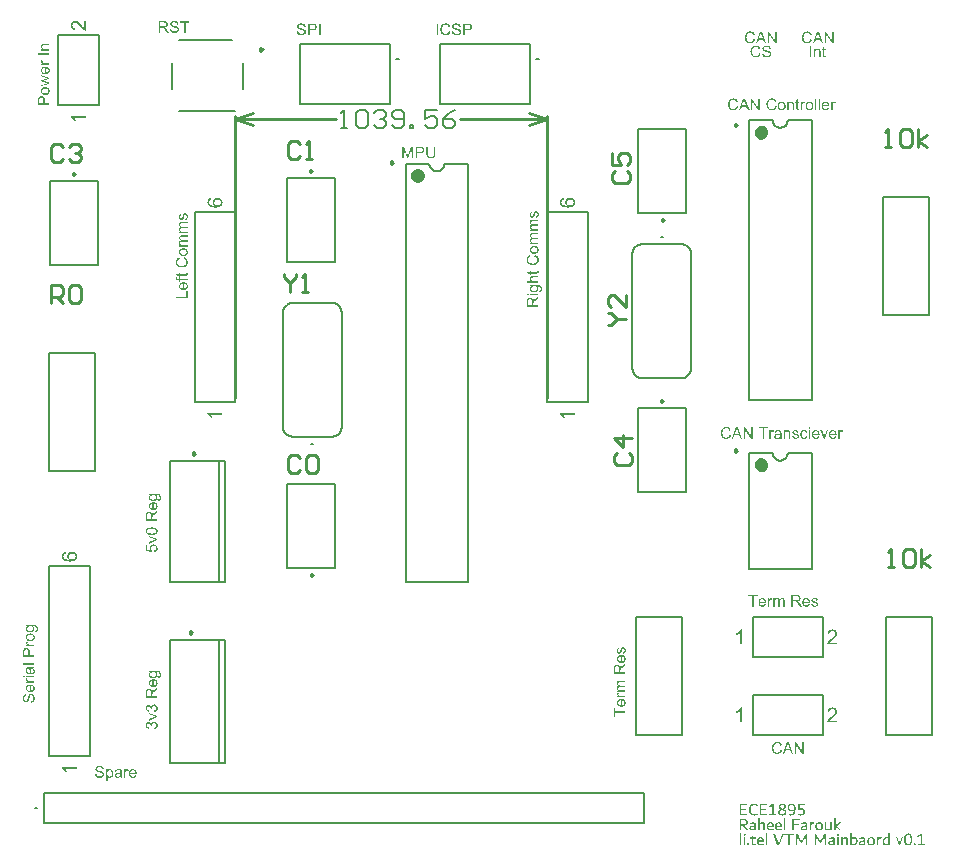
<source format=gto>
G04*
G04 #@! TF.GenerationSoftware,Altium Limited,Altium Designer,22.9.1 (49)*
G04*
G04 Layer_Color=65535*
%FSLAX25Y25*%
%MOIN*%
G70*
G04*
G04 #@! TF.SameCoordinates,8C7AA2B9-2782-4D16-8663-33B98A07A00E*
G04*
G04*
G04 #@! TF.FilePolarity,Positive*
G04*
G01*
G75*
%ADD10C,0.02362*%
%ADD11C,0.00984*%
%ADD12C,0.00787*%
%ADD13C,0.00700*%
%ADD14C,0.00787*%
%ADD15C,0.01000*%
%ADD16C,0.00600*%
G36*
X248592Y279352D02*
X248642Y279347D01*
X248703Y279341D01*
X248764Y279336D01*
X248836Y279319D01*
X248986Y279286D01*
X249153Y279236D01*
X249236Y279203D01*
X249314Y279164D01*
X249392Y279114D01*
X249469Y279064D01*
X249475Y279058D01*
X249486Y279053D01*
X249508Y279036D01*
X249536Y279008D01*
X249564Y278980D01*
X249602Y278942D01*
X249641Y278897D01*
X249686Y278853D01*
X249730Y278797D01*
X249774Y278731D01*
X249824Y278664D01*
X249869Y278592D01*
X249908Y278509D01*
X249952Y278426D01*
X249985Y278337D01*
X250019Y278237D01*
X249519Y278120D01*
Y278126D01*
X249514Y278137D01*
X249502Y278159D01*
X249491Y278187D01*
X249480Y278220D01*
X249464Y278264D01*
X249419Y278353D01*
X249364Y278453D01*
X249297Y278553D01*
X249214Y278647D01*
X249125Y278731D01*
X249114Y278742D01*
X249081Y278764D01*
X249025Y278792D01*
X248953Y278831D01*
X248859Y278864D01*
X248753Y278897D01*
X248626Y278919D01*
X248487Y278925D01*
X248443D01*
X248415Y278919D01*
X248376D01*
X248331Y278914D01*
X248226Y278897D01*
X248110Y278875D01*
X247987Y278836D01*
X247860Y278781D01*
X247743Y278709D01*
X247738D01*
X247732Y278697D01*
X247693Y278670D01*
X247643Y278625D01*
X247582Y278559D01*
X247510Y278475D01*
X247443Y278381D01*
X247382Y278264D01*
X247327Y278137D01*
Y278131D01*
X247321Y278120D01*
X247316Y278104D01*
X247310Y278076D01*
X247299Y278043D01*
X247288Y278004D01*
X247271Y277909D01*
X247249Y277798D01*
X247227Y277676D01*
X247216Y277543D01*
X247210Y277399D01*
Y277393D01*
Y277377D01*
Y277349D01*
Y277315D01*
X247216Y277277D01*
Y277227D01*
X247221Y277171D01*
X247227Y277110D01*
X247244Y276977D01*
X247271Y276833D01*
X247305Y276688D01*
X247349Y276544D01*
Y276538D01*
X247355Y276527D01*
X247366Y276511D01*
X247377Y276483D01*
X247410Y276416D01*
X247460Y276339D01*
X247521Y276250D01*
X247599Y276155D01*
X247688Y276072D01*
X247793Y275995D01*
X247799D01*
X247810Y275989D01*
X247826Y275978D01*
X247849Y275967D01*
X247876Y275956D01*
X247910Y275939D01*
X247987Y275906D01*
X248087Y275872D01*
X248198Y275845D01*
X248320Y275822D01*
X248448Y275817D01*
X248487D01*
X248520Y275822D01*
X248559D01*
X248598Y275828D01*
X248698Y275850D01*
X248814Y275878D01*
X248931Y275922D01*
X249053Y275984D01*
X249114Y276017D01*
X249169Y276061D01*
X249175Y276067D01*
X249181Y276072D01*
X249197Y276089D01*
X249219Y276106D01*
X249242Y276133D01*
X249269Y276167D01*
X249303Y276200D01*
X249330Y276244D01*
X249364Y276294D01*
X249403Y276350D01*
X249436Y276405D01*
X249469Y276472D01*
X249497Y276544D01*
X249525Y276622D01*
X249552Y276705D01*
X249575Y276794D01*
X250085Y276666D01*
Y276661D01*
X250080Y276638D01*
X250069Y276605D01*
X250052Y276561D01*
X250035Y276511D01*
X250013Y276450D01*
X249985Y276383D01*
X249952Y276311D01*
X249874Y276155D01*
X249774Y276000D01*
X249713Y275922D01*
X249652Y275845D01*
X249586Y275778D01*
X249508Y275711D01*
X249502Y275706D01*
X249491Y275695D01*
X249464Y275684D01*
X249436Y275662D01*
X249392Y275634D01*
X249347Y275606D01*
X249286Y275578D01*
X249225Y275551D01*
X249153Y275517D01*
X249075Y275489D01*
X248992Y275462D01*
X248903Y275434D01*
X248809Y275412D01*
X248709Y275401D01*
X248603Y275390D01*
X248492Y275384D01*
X248431D01*
X248387Y275390D01*
X248337D01*
X248276Y275395D01*
X248209Y275406D01*
X248132Y275417D01*
X247971Y275445D01*
X247804Y275489D01*
X247638Y275551D01*
X247560Y275589D01*
X247482Y275634D01*
X247477Y275639D01*
X247466Y275645D01*
X247443Y275662D01*
X247421Y275684D01*
X247388Y275706D01*
X247349Y275739D01*
X247305Y275778D01*
X247260Y275822D01*
X247216Y275872D01*
X247166Y275922D01*
X247066Y276050D01*
X246972Y276200D01*
X246888Y276366D01*
Y276372D01*
X246877Y276389D01*
X246872Y276416D01*
X246855Y276450D01*
X246844Y276494D01*
X246827Y276550D01*
X246805Y276611D01*
X246789Y276677D01*
X246772Y276749D01*
X246750Y276833D01*
X246722Y277005D01*
X246700Y277199D01*
X246689Y277399D01*
Y277404D01*
Y277427D01*
Y277460D01*
X246694Y277499D01*
Y277554D01*
X246700Y277610D01*
X246705Y277682D01*
X246716Y277754D01*
X246744Y277915D01*
X246783Y278093D01*
X246838Y278270D01*
X246916Y278442D01*
X246922Y278448D01*
X246927Y278464D01*
X246938Y278486D01*
X246961Y278514D01*
X246983Y278553D01*
X247011Y278597D01*
X247083Y278697D01*
X247177Y278808D01*
X247288Y278919D01*
X247416Y279030D01*
X247566Y279125D01*
X247571Y279130D01*
X247588Y279136D01*
X247610Y279147D01*
X247638Y279164D01*
X247682Y279180D01*
X247726Y279197D01*
X247782Y279219D01*
X247843Y279241D01*
X247910Y279263D01*
X247982Y279286D01*
X248137Y279319D01*
X248315Y279347D01*
X248498Y279358D01*
X248553D01*
X248592Y279352D01*
D02*
G37*
G36*
X257311Y275451D02*
X256784D01*
X254775Y278464D01*
Y275451D01*
X254287D01*
Y279291D01*
X254808D01*
X256823Y276272D01*
Y279291D01*
X257311D01*
Y275451D01*
D02*
G37*
G36*
X253881D02*
X253304D01*
X252855Y276616D01*
X251245D01*
X250829Y275451D01*
X250291D01*
X251756Y279291D01*
X252311D01*
X253881Y275451D01*
D02*
G37*
G36*
X254004Y274610D02*
X254042D01*
X254148Y274599D01*
X254264Y274583D01*
X254386Y274555D01*
X254520Y274522D01*
X254642Y274477D01*
X254647D01*
X254658Y274472D01*
X254675Y274461D01*
X254697Y274449D01*
X254753Y274422D01*
X254825Y274372D01*
X254908Y274316D01*
X254991Y274244D01*
X255069Y274161D01*
X255141Y274066D01*
Y274061D01*
X255147Y274055D01*
X255158Y274039D01*
X255169Y274022D01*
X255197Y273967D01*
X255230Y273895D01*
X255269Y273806D01*
X255297Y273700D01*
X255324Y273589D01*
X255336Y273467D01*
X254847Y273428D01*
Y273434D01*
Y273445D01*
X254842Y273462D01*
X254836Y273489D01*
X254819Y273550D01*
X254797Y273634D01*
X254764Y273722D01*
X254714Y273811D01*
X254653Y273895D01*
X254575Y273972D01*
X254564Y273978D01*
X254536Y274000D01*
X254481Y274033D01*
X254409Y274066D01*
X254314Y274100D01*
X254203Y274133D01*
X254065Y274155D01*
X253909Y274161D01*
X253832D01*
X253798Y274155D01*
X253754Y274150D01*
X253654Y274139D01*
X253543Y274116D01*
X253432Y274089D01*
X253327Y274044D01*
X253282Y274017D01*
X253238Y273989D01*
X253226Y273983D01*
X253204Y273961D01*
X253171Y273922D01*
X253138Y273878D01*
X253099Y273817D01*
X253066Y273750D01*
X253043Y273672D01*
X253032Y273584D01*
Y273573D01*
Y273550D01*
X253038Y273512D01*
X253049Y273467D01*
X253066Y273412D01*
X253093Y273356D01*
X253127Y273301D01*
X253177Y273245D01*
X253182Y273240D01*
X253210Y273223D01*
X253232Y273206D01*
X253254Y273195D01*
X253288Y273179D01*
X253327Y273156D01*
X253376Y273140D01*
X253432Y273117D01*
X253493Y273095D01*
X253565Y273067D01*
X253643Y273045D01*
X253732Y273018D01*
X253832Y272995D01*
X253942Y272968D01*
X253948D01*
X253970Y272962D01*
X254004Y272956D01*
X254042Y272945D01*
X254092Y272934D01*
X254153Y272918D01*
X254214Y272901D01*
X254281Y272884D01*
X254425Y272846D01*
X254564Y272807D01*
X254631Y272784D01*
X254692Y272762D01*
X254747Y272746D01*
X254792Y272723D01*
X254797D01*
X254808Y272718D01*
X254825Y272707D01*
X254847Y272696D01*
X254908Y272662D01*
X254980Y272618D01*
X255064Y272557D01*
X255147Y272490D01*
X255224Y272413D01*
X255291Y272329D01*
X255297Y272318D01*
X255319Y272290D01*
X255341Y272240D01*
X255374Y272174D01*
X255402Y272096D01*
X255430Y272002D01*
X255447Y271897D01*
X255452Y271785D01*
Y271780D01*
Y271774D01*
Y271758D01*
Y271736D01*
X255441Y271674D01*
X255430Y271597D01*
X255408Y271508D01*
X255380Y271414D01*
X255336Y271314D01*
X255275Y271208D01*
Y271203D01*
X255269Y271197D01*
X255241Y271164D01*
X255202Y271114D01*
X255147Y271058D01*
X255075Y270992D01*
X254986Y270920D01*
X254886Y270853D01*
X254769Y270792D01*
X254764D01*
X254753Y270786D01*
X254736Y270781D01*
X254714Y270770D01*
X254681Y270759D01*
X254642Y270742D01*
X254553Y270720D01*
X254448Y270692D01*
X254320Y270664D01*
X254181Y270648D01*
X254031Y270642D01*
X253942D01*
X253898Y270648D01*
X253848D01*
X253793Y270653D01*
X253726Y270659D01*
X253587Y270681D01*
X253443Y270703D01*
X253299Y270742D01*
X253160Y270792D01*
X253154D01*
X253143Y270798D01*
X253127Y270809D01*
X253104Y270820D01*
X253038Y270853D01*
X252960Y270903D01*
X252871Y270970D01*
X252777Y271047D01*
X252688Y271142D01*
X252605Y271247D01*
Y271253D01*
X252594Y271264D01*
X252588Y271280D01*
X252572Y271303D01*
X252561Y271330D01*
X252544Y271364D01*
X252505Y271447D01*
X252466Y271552D01*
X252433Y271669D01*
X252411Y271802D01*
X252400Y271941D01*
X252877Y271985D01*
Y271980D01*
Y271974D01*
X252883Y271957D01*
Y271935D01*
X252894Y271885D01*
X252910Y271813D01*
X252932Y271741D01*
X252955Y271658D01*
X252993Y271580D01*
X253032Y271508D01*
X253038Y271502D01*
X253054Y271480D01*
X253082Y271441D01*
X253127Y271403D01*
X253182Y271353D01*
X253243Y271303D01*
X253327Y271253D01*
X253415Y271208D01*
X253421D01*
X253426Y271203D01*
X253443Y271197D01*
X253460Y271192D01*
X253515Y271175D01*
X253587Y271153D01*
X253676Y271130D01*
X253776Y271114D01*
X253887Y271103D01*
X254009Y271097D01*
X254059D01*
X254115Y271103D01*
X254181Y271108D01*
X254259Y271119D01*
X254348Y271130D01*
X254436Y271153D01*
X254520Y271181D01*
X254531Y271186D01*
X254559Y271197D01*
X254597Y271219D01*
X254647Y271242D01*
X254697Y271280D01*
X254753Y271319D01*
X254808Y271364D01*
X254853Y271419D01*
X254858Y271425D01*
X254869Y271447D01*
X254886Y271475D01*
X254908Y271519D01*
X254930Y271564D01*
X254947Y271619D01*
X254958Y271680D01*
X254964Y271747D01*
Y271752D01*
Y271780D01*
X254958Y271813D01*
X254953Y271858D01*
X254936Y271902D01*
X254919Y271957D01*
X254892Y272013D01*
X254853Y272063D01*
X254847Y272069D01*
X254831Y272085D01*
X254808Y272107D01*
X254769Y272141D01*
X254725Y272174D01*
X254664Y272213D01*
X254592Y272252D01*
X254509Y272285D01*
X254503Y272290D01*
X254475Y272296D01*
X254431Y272313D01*
X254403Y272318D01*
X254364Y272329D01*
X254326Y272346D01*
X254275Y272357D01*
X254220Y272374D01*
X254153Y272390D01*
X254087Y272407D01*
X254009Y272429D01*
X253920Y272451D01*
X253826Y272474D01*
X253820D01*
X253804Y272479D01*
X253776Y272485D01*
X253743Y272496D01*
X253698Y272507D01*
X253648Y272518D01*
X253537Y272551D01*
X253415Y272590D01*
X253288Y272629D01*
X253177Y272668D01*
X253127Y272690D01*
X253082Y272712D01*
X253077D01*
X253071Y272718D01*
X253038Y272740D01*
X252988Y272768D01*
X252932Y272812D01*
X252866Y272862D01*
X252799Y272923D01*
X252733Y272995D01*
X252677Y273073D01*
X252672Y273084D01*
X252655Y273112D01*
X252633Y273156D01*
X252610Y273212D01*
X252588Y273284D01*
X252566Y273367D01*
X252549Y273456D01*
X252544Y273550D01*
Y273556D01*
Y273562D01*
Y273578D01*
Y273600D01*
X252555Y273656D01*
X252566Y273728D01*
X252583Y273811D01*
X252610Y273905D01*
X252649Y274000D01*
X252705Y274094D01*
Y274100D01*
X252710Y274105D01*
X252738Y274139D01*
X252777Y274183D01*
X252827Y274238D01*
X252894Y274300D01*
X252977Y274366D01*
X253077Y274427D01*
X253188Y274483D01*
X253193D01*
X253204Y274488D01*
X253221Y274494D01*
X253243Y274505D01*
X253271Y274516D01*
X253310Y274527D01*
X253393Y274549D01*
X253499Y274571D01*
X253621Y274594D01*
X253748Y274610D01*
X253892Y274616D01*
X253965D01*
X254004Y274610D01*
D02*
G37*
G36*
X250451D02*
X250501Y274605D01*
X250563Y274599D01*
X250624Y274594D01*
X250696Y274577D01*
X250846Y274544D01*
X251012Y274494D01*
X251095Y274461D01*
X251173Y274422D01*
X251251Y274372D01*
X251328Y274322D01*
X251334Y274316D01*
X251345Y274311D01*
X251367Y274294D01*
X251395Y274266D01*
X251423Y274238D01*
X251462Y274200D01*
X251501Y274155D01*
X251545Y274111D01*
X251589Y274055D01*
X251634Y273989D01*
X251684Y273922D01*
X251728Y273850D01*
X251767Y273767D01*
X251811Y273684D01*
X251845Y273595D01*
X251878Y273495D01*
X251378Y273378D01*
Y273384D01*
X251373Y273395D01*
X251362Y273417D01*
X251351Y273445D01*
X251340Y273478D01*
X251323Y273523D01*
X251278Y273611D01*
X251223Y273711D01*
X251156Y273811D01*
X251073Y273905D01*
X250984Y273989D01*
X250973Y274000D01*
X250940Y274022D01*
X250885Y274050D01*
X250812Y274089D01*
X250718Y274122D01*
X250612Y274155D01*
X250485Y274178D01*
X250346Y274183D01*
X250302D01*
X250274Y274178D01*
X250235D01*
X250191Y274172D01*
X250085Y274155D01*
X249969Y274133D01*
X249847Y274094D01*
X249719Y274039D01*
X249602Y273967D01*
X249597D01*
X249591Y273955D01*
X249552Y273928D01*
X249502Y273883D01*
X249441Y273817D01*
X249369Y273733D01*
X249303Y273639D01*
X249242Y273523D01*
X249186Y273395D01*
Y273389D01*
X249181Y273378D01*
X249175Y273362D01*
X249169Y273334D01*
X249158Y273301D01*
X249147Y273262D01*
X249131Y273167D01*
X249108Y273056D01*
X249086Y272934D01*
X249075Y272801D01*
X249070Y272657D01*
Y272651D01*
Y272635D01*
Y272607D01*
Y272573D01*
X249075Y272535D01*
Y272485D01*
X249081Y272429D01*
X249086Y272368D01*
X249103Y272235D01*
X249131Y272091D01*
X249164Y271946D01*
X249208Y271802D01*
Y271796D01*
X249214Y271785D01*
X249225Y271769D01*
X249236Y271741D01*
X249269Y271674D01*
X249319Y271597D01*
X249380Y271508D01*
X249458Y271414D01*
X249547Y271330D01*
X249652Y271253D01*
X249658D01*
X249669Y271247D01*
X249686Y271236D01*
X249708Y271225D01*
X249736Y271214D01*
X249769Y271197D01*
X249847Y271164D01*
X249946Y271130D01*
X250058Y271103D01*
X250180Y271081D01*
X250307Y271075D01*
X250346D01*
X250379Y271081D01*
X250418D01*
X250457Y271086D01*
X250557Y271108D01*
X250674Y271136D01*
X250790Y271181D01*
X250912Y271242D01*
X250973Y271275D01*
X251029Y271319D01*
X251034Y271325D01*
X251040Y271330D01*
X251057Y271347D01*
X251079Y271364D01*
X251101Y271391D01*
X251129Y271425D01*
X251162Y271458D01*
X251190Y271502D01*
X251223Y271552D01*
X251262Y271608D01*
X251295Y271663D01*
X251328Y271730D01*
X251356Y271802D01*
X251384Y271880D01*
X251412Y271963D01*
X251434Y272052D01*
X251944Y271924D01*
Y271919D01*
X251939Y271897D01*
X251928Y271863D01*
X251911Y271819D01*
X251894Y271769D01*
X251872Y271708D01*
X251845Y271641D01*
X251811Y271569D01*
X251734Y271414D01*
X251634Y271258D01*
X251573Y271181D01*
X251512Y271103D01*
X251445Y271036D01*
X251367Y270970D01*
X251362Y270964D01*
X251351Y270953D01*
X251323Y270942D01*
X251295Y270920D01*
X251251Y270892D01*
X251206Y270864D01*
X251145Y270836D01*
X251084Y270809D01*
X251012Y270775D01*
X250934Y270748D01*
X250851Y270720D01*
X250762Y270692D01*
X250668Y270670D01*
X250568Y270659D01*
X250463Y270648D01*
X250352Y270642D01*
X250291D01*
X250246Y270648D01*
X250196D01*
X250135Y270653D01*
X250069Y270664D01*
X249991Y270675D01*
X249830Y270703D01*
X249663Y270748D01*
X249497Y270809D01*
X249419Y270848D01*
X249342Y270892D01*
X249336Y270897D01*
X249325Y270903D01*
X249303Y270920D01*
X249281Y270942D01*
X249247Y270964D01*
X249208Y270997D01*
X249164Y271036D01*
X249119Y271081D01*
X249075Y271130D01*
X249025Y271181D01*
X248925Y271308D01*
X248831Y271458D01*
X248748Y271624D01*
Y271630D01*
X248737Y271647D01*
X248731Y271674D01*
X248714Y271708D01*
X248703Y271752D01*
X248687Y271808D01*
X248664Y271869D01*
X248648Y271935D01*
X248631Y272007D01*
X248609Y272091D01*
X248581Y272263D01*
X248559Y272457D01*
X248548Y272657D01*
Y272662D01*
Y272685D01*
Y272718D01*
X248553Y272757D01*
Y272812D01*
X248559Y272868D01*
X248565Y272940D01*
X248576Y273012D01*
X248603Y273173D01*
X248642Y273351D01*
X248698Y273528D01*
X248776Y273700D01*
X248781Y273706D01*
X248786Y273722D01*
X248798Y273745D01*
X248820Y273772D01*
X248842Y273811D01*
X248870Y273856D01*
X248942Y273955D01*
X249036Y274066D01*
X249147Y274178D01*
X249275Y274289D01*
X249425Y274383D01*
X249430Y274388D01*
X249447Y274394D01*
X249469Y274405D01*
X249497Y274422D01*
X249541Y274438D01*
X249586Y274455D01*
X249641Y274477D01*
X249702Y274499D01*
X249769Y274522D01*
X249841Y274544D01*
X249996Y274577D01*
X250174Y274605D01*
X250357Y274616D01*
X250413D01*
X250451Y274610D01*
D02*
G37*
G36*
X267592Y279305D02*
X267642Y279300D01*
X267703Y279294D01*
X267764Y279289D01*
X267836Y279272D01*
X267986Y279239D01*
X268153Y279189D01*
X268236Y279155D01*
X268314Y279116D01*
X268391Y279066D01*
X268469Y279016D01*
X268475Y279011D01*
X268486Y279005D01*
X268508Y278989D01*
X268536Y278961D01*
X268564Y278933D01*
X268602Y278894D01*
X268641Y278850D01*
X268686Y278806D01*
X268730Y278750D01*
X268774Y278683D01*
X268824Y278617D01*
X268869Y278545D01*
X268908Y278462D01*
X268952Y278378D01*
X268985Y278290D01*
X269019Y278190D01*
X268519Y278073D01*
Y278079D01*
X268514Y278090D01*
X268502Y278112D01*
X268491Y278140D01*
X268480Y278173D01*
X268464Y278217D01*
X268419Y278306D01*
X268364Y278406D01*
X268297Y278506D01*
X268214Y278600D01*
X268125Y278683D01*
X268114Y278695D01*
X268081Y278717D01*
X268025Y278745D01*
X267953Y278783D01*
X267859Y278817D01*
X267753Y278850D01*
X267626Y278872D01*
X267487Y278878D01*
X267442D01*
X267415Y278872D01*
X267376D01*
X267331Y278867D01*
X267226Y278850D01*
X267109Y278828D01*
X266987Y278789D01*
X266860Y278733D01*
X266743Y278661D01*
X266738D01*
X266732Y278650D01*
X266693Y278623D01*
X266643Y278578D01*
X266582Y278512D01*
X266510Y278428D01*
X266443Y278334D01*
X266382Y278217D01*
X266327Y278090D01*
Y278084D01*
X266321Y278073D01*
X266316Y278056D01*
X266310Y278029D01*
X266299Y277995D01*
X266288Y277957D01*
X266271Y277862D01*
X266249Y277751D01*
X266227Y277629D01*
X266216Y277496D01*
X266210Y277351D01*
Y277346D01*
Y277329D01*
Y277302D01*
Y277268D01*
X266216Y277229D01*
Y277180D01*
X266221Y277124D01*
X266227Y277063D01*
X266244Y276930D01*
X266271Y276785D01*
X266305Y276641D01*
X266349Y276497D01*
Y276491D01*
X266355Y276480D01*
X266366Y276464D01*
X266377Y276436D01*
X266410Y276369D01*
X266460Y276291D01*
X266521Y276203D01*
X266599Y276108D01*
X266688Y276025D01*
X266793Y275947D01*
X266799D01*
X266810Y275942D01*
X266826Y275931D01*
X266849Y275920D01*
X266876Y275908D01*
X266910Y275892D01*
X266987Y275859D01*
X267087Y275825D01*
X267198Y275798D01*
X267320Y275775D01*
X267448Y275770D01*
X267487D01*
X267520Y275775D01*
X267559D01*
X267598Y275781D01*
X267698Y275803D01*
X267814Y275831D01*
X267931Y275875D01*
X268053Y275936D01*
X268114Y275970D01*
X268169Y276014D01*
X268175Y276020D01*
X268181Y276025D01*
X268197Y276042D01*
X268219Y276058D01*
X268242Y276086D01*
X268269Y276119D01*
X268303Y276153D01*
X268331Y276197D01*
X268364Y276247D01*
X268403Y276303D01*
X268436Y276358D01*
X268469Y276425D01*
X268497Y276497D01*
X268525Y276574D01*
X268552Y276658D01*
X268575Y276747D01*
X269085Y276619D01*
Y276613D01*
X269080Y276591D01*
X269069Y276558D01*
X269052Y276514D01*
X269035Y276464D01*
X269013Y276402D01*
X268985Y276336D01*
X268952Y276264D01*
X268874Y276108D01*
X268774Y275953D01*
X268713Y275875D01*
X268652Y275798D01*
X268586Y275731D01*
X268508Y275664D01*
X268502Y275659D01*
X268491Y275648D01*
X268464Y275637D01*
X268436Y275614D01*
X268391Y275587D01*
X268347Y275559D01*
X268286Y275531D01*
X268225Y275503D01*
X268153Y275470D01*
X268075Y275442D01*
X267992Y275415D01*
X267903Y275387D01*
X267809Y275365D01*
X267709Y275354D01*
X267603Y275342D01*
X267492Y275337D01*
X267431D01*
X267387Y275342D01*
X267337D01*
X267276Y275348D01*
X267209Y275359D01*
X267132Y275370D01*
X266971Y275398D01*
X266804Y275442D01*
X266638Y275503D01*
X266560Y275542D01*
X266482Y275587D01*
X266477Y275592D01*
X266466Y275598D01*
X266443Y275614D01*
X266421Y275637D01*
X266388Y275659D01*
X266349Y275692D01*
X266305Y275731D01*
X266260Y275775D01*
X266216Y275825D01*
X266166Y275875D01*
X266066Y276003D01*
X265972Y276153D01*
X265889Y276319D01*
Y276325D01*
X265877Y276341D01*
X265872Y276369D01*
X265855Y276402D01*
X265844Y276447D01*
X265827Y276502D01*
X265805Y276563D01*
X265789Y276630D01*
X265772Y276702D01*
X265750Y276785D01*
X265722Y276958D01*
X265700Y277152D01*
X265689Y277351D01*
Y277357D01*
Y277379D01*
Y277413D01*
X265694Y277451D01*
Y277507D01*
X265700Y277562D01*
X265705Y277635D01*
X265716Y277707D01*
X265744Y277868D01*
X265783Y278045D01*
X265839Y278223D01*
X265916Y278395D01*
X265922Y278400D01*
X265927Y278417D01*
X265938Y278439D01*
X265961Y278467D01*
X265983Y278506D01*
X266011Y278550D01*
X266083Y278650D01*
X266177Y278761D01*
X266288Y278872D01*
X266416Y278983D01*
X266565Y279078D01*
X266571Y279083D01*
X266588Y279089D01*
X266610Y279100D01*
X266638Y279116D01*
X266682Y279133D01*
X266726Y279150D01*
X266782Y279172D01*
X266843Y279194D01*
X266910Y279216D01*
X266982Y279239D01*
X267137Y279272D01*
X267315Y279300D01*
X267498Y279311D01*
X267553D01*
X267592Y279305D01*
D02*
G37*
G36*
X276311Y275403D02*
X275784D01*
X273775Y278417D01*
Y275403D01*
X273287D01*
Y279244D01*
X273808D01*
X275823Y276225D01*
Y279244D01*
X276311D01*
Y275403D01*
D02*
G37*
G36*
X272881D02*
X272304D01*
X271855Y276569D01*
X270245D01*
X269829Y275403D01*
X269291D01*
X270756Y279244D01*
X271311D01*
X272881Y275403D01*
D02*
G37*
G36*
X271030Y273570D02*
X271092Y273564D01*
X271164Y273553D01*
X271241Y273536D01*
X271325Y273514D01*
X271402Y273481D01*
X271413Y273475D01*
X271436Y273464D01*
X271475Y273448D01*
X271519Y273420D01*
X271574Y273387D01*
X271624Y273342D01*
X271674Y273298D01*
X271719Y273242D01*
X271724Y273237D01*
X271735Y273215D01*
X271752Y273187D01*
X271780Y273148D01*
X271802Y273093D01*
X271824Y273037D01*
X271852Y272970D01*
X271869Y272898D01*
Y272893D01*
X271874Y272870D01*
X271880Y272837D01*
X271885Y272793D01*
Y272726D01*
X271891Y272649D01*
X271896Y272554D01*
Y272438D01*
Y270728D01*
X271425D01*
Y272415D01*
Y272421D01*
Y272427D01*
Y272465D01*
Y272515D01*
X271419Y272576D01*
X271413Y272649D01*
X271402Y272721D01*
X271386Y272787D01*
X271369Y272848D01*
Y272854D01*
X271358Y272870D01*
X271341Y272898D01*
X271325Y272932D01*
X271297Y272965D01*
X271264Y273004D01*
X271219Y273042D01*
X271169Y273076D01*
X271164Y273081D01*
X271147Y273093D01*
X271114Y273104D01*
X271075Y273120D01*
X271030Y273137D01*
X270975Y273153D01*
X270908Y273159D01*
X270842Y273165D01*
X270814D01*
X270792Y273159D01*
X270736Y273153D01*
X270664Y273142D01*
X270586Y273115D01*
X270498Y273081D01*
X270409Y273037D01*
X270326Y272970D01*
X270315Y272959D01*
X270292Y272932D01*
X270276Y272909D01*
X270259Y272882D01*
X270237Y272848D01*
X270220Y272809D01*
X270198Y272765D01*
X270176Y272709D01*
X270159Y272649D01*
X270143Y272582D01*
X270131Y272510D01*
X270120Y272432D01*
X270109Y272338D01*
Y272243D01*
Y270728D01*
X269637D01*
Y273514D01*
X270059D01*
Y273115D01*
X270065Y273120D01*
X270076Y273137D01*
X270093Y273159D01*
X270115Y273187D01*
X270148Y273220D01*
X270187Y273259D01*
X270231Y273303D01*
X270287Y273348D01*
X270342Y273387D01*
X270409Y273431D01*
X270481Y273470D01*
X270559Y273503D01*
X270648Y273531D01*
X270736Y273553D01*
X270836Y273570D01*
X270942Y273575D01*
X270986D01*
X271030Y273570D01*
D02*
G37*
G36*
X268799Y270728D02*
X268289D01*
Y274569D01*
X268799D01*
Y270728D01*
D02*
G37*
G36*
X273173Y273514D02*
X273650D01*
Y273148D01*
X273173D01*
Y271511D01*
Y271500D01*
Y271477D01*
Y271444D01*
X273178Y271405D01*
X273184Y271317D01*
X273189Y271278D01*
X273195Y271250D01*
X273201Y271239D01*
X273217Y271217D01*
X273239Y271189D01*
X273278Y271161D01*
X273289Y271156D01*
X273317Y271144D01*
X273367Y271133D01*
X273439Y271128D01*
X273495D01*
X273522Y271133D01*
X273561D01*
X273606Y271139D01*
X273650Y271144D01*
X273711Y270728D01*
X273700D01*
X273678Y270723D01*
X273639Y270717D01*
X273589Y270711D01*
X273534Y270700D01*
X273472Y270695D01*
X273350Y270689D01*
X273306D01*
X273262Y270695D01*
X273206Y270700D01*
X273140Y270706D01*
X273073Y270723D01*
X273012Y270739D01*
X272951Y270767D01*
X272945Y270773D01*
X272929Y270784D01*
X272906Y270800D01*
X272873Y270828D01*
X272845Y270856D01*
X272812Y270895D01*
X272779Y270934D01*
X272757Y270984D01*
Y270989D01*
X272745Y271011D01*
X272740Y271050D01*
X272729Y271106D01*
X272718Y271178D01*
X272712Y271222D01*
Y271272D01*
X272707Y271333D01*
X272701Y271394D01*
Y271461D01*
Y271538D01*
Y273148D01*
X272351D01*
Y273514D01*
X272701D01*
Y274202D01*
X273173Y274485D01*
Y273514D01*
D02*
G37*
G36*
X257592Y42481D02*
X257642Y42476D01*
X257703Y42470D01*
X257764Y42465D01*
X257837Y42448D01*
X257986Y42415D01*
X258153Y42365D01*
X258236Y42331D01*
X258314Y42293D01*
X258391Y42243D01*
X258469Y42193D01*
X258475Y42187D01*
X258486Y42182D01*
X258508Y42165D01*
X258536Y42137D01*
X258563Y42110D01*
X258602Y42071D01*
X258641Y42026D01*
X258686Y41982D01*
X258730Y41926D01*
X258774Y41860D01*
X258824Y41793D01*
X258869Y41721D01*
X258908Y41638D01*
X258952Y41554D01*
X258985Y41466D01*
X259019Y41366D01*
X258519Y41249D01*
Y41255D01*
X258514Y41266D01*
X258503Y41288D01*
X258491Y41316D01*
X258480Y41349D01*
X258464Y41394D01*
X258419Y41482D01*
X258364Y41582D01*
X258297Y41682D01*
X258214Y41776D01*
X258125Y41860D01*
X258114Y41871D01*
X258081Y41893D01*
X258025Y41921D01*
X257953Y41960D01*
X257859Y41993D01*
X257753Y42026D01*
X257626Y42048D01*
X257487Y42054D01*
X257442D01*
X257415Y42048D01*
X257376D01*
X257331Y42043D01*
X257226Y42026D01*
X257109Y42004D01*
X256987Y41965D01*
X256860Y41910D01*
X256743Y41837D01*
X256738D01*
X256732Y41826D01*
X256693Y41799D01*
X256643Y41754D01*
X256582Y41688D01*
X256510Y41605D01*
X256443Y41510D01*
X256382Y41394D01*
X256327Y41266D01*
Y41260D01*
X256321Y41249D01*
X256316Y41233D01*
X256310Y41205D01*
X256299Y41172D01*
X256288Y41133D01*
X256271Y41038D01*
X256249Y40927D01*
X256227Y40805D01*
X256216Y40672D01*
X256210Y40528D01*
Y40522D01*
Y40505D01*
Y40478D01*
Y40444D01*
X256216Y40406D01*
Y40356D01*
X256222Y40300D01*
X256227Y40239D01*
X256244Y40106D01*
X256271Y39962D01*
X256305Y39817D01*
X256349Y39673D01*
Y39667D01*
X256355Y39656D01*
X256366Y39640D01*
X256377Y39612D01*
X256410Y39545D01*
X256460Y39468D01*
X256521Y39379D01*
X256599Y39285D01*
X256688Y39201D01*
X256793Y39124D01*
X256799D01*
X256810Y39118D01*
X256826Y39107D01*
X256849Y39096D01*
X256876Y39085D01*
X256910Y39068D01*
X256987Y39035D01*
X257087Y39002D01*
X257198Y38974D01*
X257320Y38952D01*
X257448Y38946D01*
X257487D01*
X257520Y38952D01*
X257559D01*
X257598Y38957D01*
X257698Y38979D01*
X257814Y39007D01*
X257931Y39051D01*
X258053Y39112D01*
X258114Y39146D01*
X258170Y39190D01*
X258175Y39196D01*
X258181Y39201D01*
X258197Y39218D01*
X258220Y39235D01*
X258242Y39262D01*
X258269Y39296D01*
X258303Y39329D01*
X258330Y39373D01*
X258364Y39423D01*
X258403Y39479D01*
X258436Y39534D01*
X258469Y39601D01*
X258497Y39673D01*
X258525Y39751D01*
X258552Y39834D01*
X258575Y39923D01*
X259085Y39795D01*
Y39790D01*
X259080Y39767D01*
X259069Y39734D01*
X259052Y39690D01*
X259035Y39640D01*
X259013Y39579D01*
X258985Y39512D01*
X258952Y39440D01*
X258874Y39285D01*
X258774Y39129D01*
X258713Y39051D01*
X258652Y38974D01*
X258586Y38907D01*
X258508Y38841D01*
X258503Y38835D01*
X258491Y38824D01*
X258464Y38813D01*
X258436Y38791D01*
X258391Y38763D01*
X258347Y38735D01*
X258286Y38707D01*
X258225Y38680D01*
X258153Y38646D01*
X258075Y38618D01*
X257992Y38591D01*
X257903Y38563D01*
X257809Y38541D01*
X257709Y38530D01*
X257603Y38519D01*
X257492Y38513D01*
X257431D01*
X257387Y38519D01*
X257337D01*
X257276Y38524D01*
X257209Y38535D01*
X257132Y38546D01*
X256971Y38574D01*
X256804Y38618D01*
X256638Y38680D01*
X256560Y38719D01*
X256482Y38763D01*
X256477Y38768D01*
X256466Y38774D01*
X256443Y38791D01*
X256421Y38813D01*
X256388Y38835D01*
X256349Y38868D01*
X256305Y38907D01*
X256260Y38952D01*
X256216Y39002D01*
X256166Y39051D01*
X256066Y39179D01*
X255972Y39329D01*
X255889Y39495D01*
Y39501D01*
X255877Y39518D01*
X255872Y39545D01*
X255855Y39579D01*
X255844Y39623D01*
X255827Y39679D01*
X255805Y39740D01*
X255788Y39806D01*
X255772Y39878D01*
X255750Y39962D01*
X255722Y40134D01*
X255700Y40328D01*
X255689Y40528D01*
Y40533D01*
Y40556D01*
Y40589D01*
X255694Y40628D01*
Y40683D01*
X255700Y40739D01*
X255705Y40811D01*
X255716Y40883D01*
X255744Y41044D01*
X255783Y41221D01*
X255838Y41399D01*
X255916Y41571D01*
X255922Y41577D01*
X255927Y41593D01*
X255938Y41616D01*
X255961Y41643D01*
X255983Y41682D01*
X256011Y41726D01*
X256083Y41826D01*
X256177Y41938D01*
X256288Y42048D01*
X256416Y42159D01*
X256565Y42254D01*
X256571Y42259D01*
X256588Y42265D01*
X256610Y42276D01*
X256638Y42293D01*
X256682Y42309D01*
X256727Y42326D01*
X256782Y42348D01*
X256843Y42370D01*
X256910Y42393D01*
X256982Y42415D01*
X257137Y42448D01*
X257315Y42476D01*
X257498Y42487D01*
X257554D01*
X257592Y42481D01*
D02*
G37*
G36*
X266311Y38580D02*
X265784D01*
X263775Y41593D01*
Y38580D01*
X263287D01*
Y42420D01*
X263808D01*
X265823Y39401D01*
Y42420D01*
X266311D01*
Y38580D01*
D02*
G37*
G36*
X262881D02*
X262304D01*
X261855Y39745D01*
X260245D01*
X259829Y38580D01*
X259291D01*
X260756Y42420D01*
X261311D01*
X262881Y38580D01*
D02*
G37*
G36*
X249967Y21921D02*
X250069Y21912D01*
X250180Y21893D01*
X250411Y21838D01*
X250430D01*
X250467Y21820D01*
X250522Y21801D01*
X250596Y21773D01*
X250689Y21736D01*
X250791Y21690D01*
X250994Y21579D01*
X250753Y21163D01*
X250744D01*
X250735Y21172D01*
X250707Y21191D01*
X250670Y21209D01*
X250578Y21255D01*
X250458Y21311D01*
X250309Y21357D01*
X250143Y21403D01*
X249958Y21440D01*
X249764Y21450D01*
X249708D01*
X249662Y21440D01*
X249551Y21431D01*
X249422Y21403D01*
X249273Y21348D01*
X249126Y21274D01*
X248977Y21181D01*
X248913Y21116D01*
X248857Y21043D01*
X248848Y21024D01*
X248811Y20968D01*
X248765Y20876D01*
X248709Y20756D01*
X248654Y20598D01*
X248607Y20414D01*
X248570Y20201D01*
X248561Y19951D01*
Y19942D01*
Y19923D01*
Y19886D01*
X248570Y19831D01*
Y19775D01*
X248580Y19701D01*
X248598Y19544D01*
X248635Y19368D01*
X248691Y19183D01*
X248765Y18998D01*
X248867Y18832D01*
X248885Y18813D01*
X248922Y18767D01*
X248996Y18702D01*
X249098Y18628D01*
X249227Y18554D01*
X249384Y18489D01*
X249560Y18443D01*
X249662Y18434D01*
X249773Y18425D01*
X249884D01*
X249958Y18434D01*
X250041Y18443D01*
X250134Y18452D01*
X250319Y18499D01*
X250328D01*
X250365Y18517D01*
X250411Y18527D01*
X250476Y18554D01*
X250550Y18582D01*
X250633Y18628D01*
X250809Y18721D01*
X251031Y18323D01*
X251022Y18314D01*
X250975Y18295D01*
X250920Y18258D01*
X250837Y18221D01*
X250744Y18175D01*
X250633Y18129D01*
X250411Y18045D01*
X250402D01*
X250356Y18027D01*
X250300Y18018D01*
X250217Y17999D01*
X250125Y17981D01*
X250013Y17971D01*
X249884Y17953D01*
X249653D01*
X249606Y17962D01*
X249551D01*
X249412Y17981D01*
X249255Y18009D01*
X249089Y18055D01*
X248922Y18110D01*
X248765Y18193D01*
X248746Y18203D01*
X248700Y18240D01*
X248626Y18295D01*
X248543Y18369D01*
X248450Y18471D01*
X248348Y18582D01*
X248256Y18721D01*
X248173Y18878D01*
Y18887D01*
X248164Y18896D01*
X248154Y18924D01*
X248145Y18961D01*
X248117Y19054D01*
X248080Y19174D01*
X248043Y19331D01*
X248015Y19507D01*
X247997Y19711D01*
X247988Y19923D01*
Y19932D01*
Y19951D01*
Y19988D01*
Y20043D01*
X247997Y20099D01*
Y20173D01*
X248015Y20330D01*
X248043Y20515D01*
X248090Y20700D01*
X248145Y20895D01*
X248228Y21070D01*
Y21080D01*
X248237Y21089D01*
X248274Y21144D01*
X248330Y21218D01*
X248404Y21320D01*
X248497Y21422D01*
X248607Y21533D01*
X248728Y21634D01*
X248867Y21718D01*
X248876D01*
X248885Y21727D01*
X248940Y21755D01*
X249014Y21782D01*
X249126Y21829D01*
X249255Y21866D01*
X249403Y21893D01*
X249570Y21921D01*
X249745Y21930D01*
X249875D01*
X249967Y21921D01*
D02*
G37*
G36*
X266571Y21403D02*
X265026D01*
Y20367D01*
X265036D01*
X265063Y20377D01*
X265100Y20386D01*
X265156Y20395D01*
X265276Y20414D01*
X265424Y20423D01*
X265535D01*
X265581Y20414D01*
X265646Y20404D01*
X265794Y20386D01*
X265951Y20349D01*
X266118Y20293D01*
X266275Y20210D01*
X266414Y20108D01*
X266432Y20090D01*
X266469Y20053D01*
X266525Y19979D01*
X266589Y19877D01*
X266654Y19757D01*
X266710Y19600D01*
X266747Y19424D01*
X266765Y19220D01*
Y19202D01*
Y19155D01*
X266756Y19082D01*
X266747Y18989D01*
X266728Y18887D01*
X266701Y18776D01*
X266664Y18656D01*
X266608Y18545D01*
X266599Y18536D01*
X266580Y18499D01*
X266543Y18443D01*
X266488Y18379D01*
X266423Y18314D01*
X266340Y18240D01*
X266238Y18166D01*
X266127Y18101D01*
X266108Y18092D01*
X266072Y18082D01*
X265998Y18055D01*
X265905Y18027D01*
X265785Y17999D01*
X265655Y17981D01*
X265498Y17962D01*
X265322Y17953D01*
X265220D01*
X265165Y17962D01*
X265109D01*
X264962Y17981D01*
X264804Y18009D01*
X264629Y18055D01*
X264443Y18110D01*
X264268Y18193D01*
X264453Y18610D01*
X264462D01*
X264471Y18600D01*
X264527Y18582D01*
X264610Y18545D01*
X264712Y18508D01*
X264841Y18471D01*
X264989Y18434D01*
X265146Y18416D01*
X265313Y18406D01*
X265359D01*
X265415Y18416D01*
X265479D01*
X265553Y18434D01*
X265637Y18452D01*
X265711Y18471D01*
X265794Y18508D01*
X265803Y18517D01*
X265831Y18527D01*
X265868Y18545D01*
X265905Y18582D01*
X266007Y18665D01*
X266053Y18721D01*
X266099Y18776D01*
X266108Y18786D01*
X266118Y18804D01*
X266136Y18841D01*
X266155Y18887D01*
X266173Y18952D01*
X266182Y19017D01*
X266201Y19091D01*
Y19165D01*
Y19174D01*
Y19211D01*
Y19257D01*
X266192Y19313D01*
X266164Y19461D01*
X266118Y19600D01*
Y19609D01*
X266099Y19627D01*
X266081Y19664D01*
X266053Y19701D01*
X266007Y19738D01*
X265961Y19784D01*
X265896Y19831D01*
X265822Y19868D01*
X265812Y19877D01*
X265785Y19886D01*
X265739Y19905D01*
X265665Y19923D01*
X265581Y19942D01*
X265479Y19951D01*
X265369Y19970D01*
X265109D01*
X265026Y19960D01*
X264934Y19951D01*
X264841Y19942D01*
X264749Y19923D01*
X264666Y19905D01*
X264490Y20090D01*
Y21866D01*
X266636D01*
X266571Y21403D01*
D02*
G37*
G36*
X262408Y21921D02*
X262464D01*
X262520Y21912D01*
X262667Y21884D01*
X262825Y21829D01*
X262991Y21755D01*
X263139Y21662D01*
X263213Y21598D01*
X263278Y21523D01*
X263297Y21505D01*
X263306Y21477D01*
X263334Y21450D01*
X263380Y21357D01*
X263444Y21227D01*
X263500Y21061D01*
X263556Y20867D01*
X263593Y20636D01*
X263602Y20367D01*
Y20358D01*
Y20330D01*
Y20293D01*
Y20238D01*
X263593Y20164D01*
Y20090D01*
X263583Y19997D01*
X263574Y19905D01*
X263556Y19692D01*
X263519Y19470D01*
X263463Y19239D01*
X263398Y19026D01*
Y19017D01*
X263389Y18998D01*
X263380Y18970D01*
X263361Y18943D01*
X263315Y18841D01*
X263260Y18721D01*
X263176Y18591D01*
X263074Y18462D01*
X262964Y18332D01*
X262834Y18221D01*
X262815Y18212D01*
X262769Y18184D01*
X262695Y18138D01*
X262594Y18092D01*
X262464Y18036D01*
X262316Y17999D01*
X262150Y17962D01*
X261965Y17953D01*
X261900D01*
X261826Y17962D01*
X261724Y17971D01*
X261613Y17990D01*
X261484Y18009D01*
X261345Y18045D01*
X261206Y18092D01*
X261326Y18499D01*
X261335D01*
X261354Y18489D01*
X261382Y18480D01*
X261428Y18471D01*
X261530Y18434D01*
X261650Y18406D01*
X261678D01*
X261715Y18397D01*
X261761D01*
X261863Y18388D01*
X261983Y18379D01*
X262001D01*
X262057Y18388D01*
X262150Y18397D01*
X262251Y18425D01*
X262371Y18462D01*
X262492Y18527D01*
X262612Y18610D01*
X262714Y18730D01*
X262723Y18748D01*
X262760Y18795D01*
X262797Y18878D01*
X262853Y18989D01*
X262908Y19128D01*
X262964Y19294D01*
X263019Y19489D01*
X263056Y19701D01*
X263047Y19692D01*
X263019Y19673D01*
X262973Y19646D01*
X262917Y19618D01*
X262853Y19581D01*
X262778Y19535D01*
X262612Y19461D01*
X262603D01*
X262575Y19452D01*
X262529Y19433D01*
X262464Y19424D01*
X262390Y19405D01*
X262307Y19387D01*
X262112Y19377D01*
X262057D01*
X261992Y19387D01*
X261918Y19396D01*
X261826Y19405D01*
X261733Y19433D01*
X261631Y19461D01*
X261530Y19507D01*
X261521Y19516D01*
X261484Y19535D01*
X261437Y19563D01*
X261382Y19609D01*
X261317Y19673D01*
X261243Y19748D01*
X261178Y19831D01*
X261114Y19932D01*
X261104Y19942D01*
X261095Y19988D01*
X261067Y20043D01*
X261039Y20127D01*
X261012Y20238D01*
X260993Y20358D01*
X260975Y20497D01*
X260965Y20654D01*
Y20663D01*
Y20673D01*
Y20728D01*
X260975Y20802D01*
X260993Y20904D01*
X261012Y21015D01*
X261049Y21135D01*
X261095Y21255D01*
X261160Y21366D01*
X261169Y21375D01*
X261197Y21413D01*
X261234Y21468D01*
X261298Y21523D01*
X261363Y21598D01*
X261456Y21671D01*
X261548Y21736D01*
X261659Y21792D01*
X261678Y21801D01*
X261715Y21810D01*
X261770Y21838D01*
X261854Y21866D01*
X261946Y21884D01*
X262057Y21912D01*
X262177Y21921D01*
X262298Y21930D01*
X262362D01*
X262408Y21921D01*
D02*
G37*
G36*
X256313Y18480D02*
X257136D01*
Y18027D01*
X254749D01*
Y18480D01*
X255776D01*
Y21274D01*
X254897Y20784D01*
X254685Y21107D01*
X255767Y21866D01*
X256313D01*
Y18480D01*
D02*
G37*
G36*
X253991Y21403D02*
X252132D01*
Y20210D01*
X253769D01*
X253704Y19757D01*
X252132D01*
Y18480D01*
X254028D01*
Y18027D01*
X251595D01*
Y21866D01*
X253991D01*
Y21403D01*
D02*
G37*
G36*
X247396D02*
X245536D01*
Y20210D01*
X247174D01*
X247109Y19757D01*
X245536D01*
Y18480D01*
X247433D01*
Y18027D01*
X245000D01*
Y21866D01*
X247396D01*
Y21403D01*
D02*
G37*
G36*
X259282Y21921D02*
X259374Y21912D01*
X259476Y21903D01*
X259587Y21875D01*
X259698Y21847D01*
X259800Y21801D01*
X259809Y21792D01*
X259846Y21773D01*
X259893Y21745D01*
X259957Y21709D01*
X260022Y21662D01*
X260096Y21607D01*
X260161Y21533D01*
X260216Y21459D01*
X260226Y21450D01*
X260235Y21422D01*
X260262Y21375D01*
X260290Y21320D01*
X260309Y21255D01*
X260336Y21172D01*
X260346Y21089D01*
X260355Y20996D01*
Y20987D01*
Y20950D01*
X260346Y20895D01*
X260327Y20820D01*
X260309Y20737D01*
X260272Y20654D01*
X260226Y20561D01*
X260161Y20469D01*
X260152Y20460D01*
X260124Y20432D01*
X260078Y20386D01*
X260022Y20330D01*
X259948Y20266D01*
X259856Y20201D01*
X259754Y20127D01*
X259633Y20053D01*
X259652Y20043D01*
X259689Y20025D01*
X259745Y19997D01*
X259819Y19960D01*
X259976Y19868D01*
X260059Y19821D01*
X260133Y19766D01*
X260142Y19757D01*
X260170Y19748D01*
X260198Y19720D01*
X260244Y19683D01*
X260346Y19581D01*
X260438Y19452D01*
X260448Y19442D01*
X260457Y19414D01*
X260475Y19377D01*
X260494Y19331D01*
X260512Y19266D01*
X260531Y19193D01*
X260549Y19109D01*
Y19017D01*
Y18998D01*
Y18961D01*
X260540Y18896D01*
X260531Y18823D01*
X260512Y18730D01*
X260475Y18638D01*
X260438Y18536D01*
X260383Y18443D01*
X260373Y18434D01*
X260355Y18406D01*
X260318Y18360D01*
X260262Y18304D01*
X260189Y18249D01*
X260115Y18184D01*
X260013Y18129D01*
X259902Y18073D01*
X259883Y18064D01*
X259846Y18055D01*
X259782Y18036D01*
X259689Y18018D01*
X259578Y17990D01*
X259449Y17971D01*
X259300Y17962D01*
X259134Y17953D01*
X259060D01*
X258977Y17962D01*
X258875Y17971D01*
X258746Y17981D01*
X258616Y18009D01*
X258487Y18036D01*
X258357Y18082D01*
X258338Y18092D01*
X258301Y18110D01*
X258246Y18138D01*
X258172Y18175D01*
X258098Y18230D01*
X258015Y18286D01*
X257931Y18360D01*
X257867Y18443D01*
X257857Y18452D01*
X257839Y18489D01*
X257811Y18536D01*
X257784Y18600D01*
X257756Y18684D01*
X257728Y18776D01*
X257710Y18887D01*
X257700Y18998D01*
Y19017D01*
Y19054D01*
X257710Y19118D01*
X257728Y19202D01*
X257756Y19294D01*
X257793Y19396D01*
X257839Y19498D01*
X257913Y19590D01*
X257922Y19600D01*
X257950Y19636D01*
X258005Y19683D01*
X258080Y19738D01*
X258172Y19812D01*
X258292Y19895D01*
X258431Y19970D01*
X258588Y20053D01*
X258579Y20062D01*
X258533Y20080D01*
X258477Y20118D01*
X258413Y20164D01*
X258329Y20219D01*
X258246Y20284D01*
X258163Y20358D01*
X258089Y20441D01*
X258080Y20450D01*
X258061Y20478D01*
X258033Y20525D01*
X257996Y20589D01*
X257959Y20663D01*
X257931Y20756D01*
X257913Y20857D01*
X257904Y20968D01*
Y20978D01*
Y21015D01*
X257913Y21070D01*
X257922Y21144D01*
X257941Y21227D01*
X257968Y21311D01*
X258005Y21394D01*
X258061Y21477D01*
X258070Y21486D01*
X258089Y21514D01*
X258126Y21551D01*
X258172Y21607D01*
X258237Y21653D01*
X258311Y21709D01*
X258403Y21764D01*
X258505Y21810D01*
X258514Y21820D01*
X258551Y21829D01*
X258616Y21847D01*
X258690Y21875D01*
X258792Y21893D01*
X258893Y21912D01*
X259014Y21921D01*
X259143Y21930D01*
X259208D01*
X259282Y21921D01*
D02*
G37*
G36*
X269633Y15705D02*
X269697Y15696D01*
X269716D01*
X269753Y15687D01*
X269809Y15677D01*
X269882Y15659D01*
X269781Y15132D01*
X269772D01*
X269744Y15141D01*
X269707Y15159D01*
X269660Y15169D01*
X269549Y15197D01*
X269420Y15206D01*
X269346D01*
X269300Y15197D01*
X269189Y15169D01*
X269069Y15123D01*
X269059D01*
X269041Y15104D01*
X269013Y15086D01*
X268976Y15048D01*
X268930Y15011D01*
X268874Y14956D01*
X268819Y14891D01*
X268763Y14808D01*
Y13050D01*
X268254D01*
Y15650D01*
X268763Y15705D01*
Y15326D01*
X268773Y15335D01*
X268791Y15354D01*
X268819Y15391D01*
X268865Y15428D01*
X268967Y15529D01*
X269106Y15613D01*
X269115Y15622D01*
X269143Y15631D01*
X269180Y15650D01*
X269226Y15668D01*
X269290Y15687D01*
X269355Y15696D01*
X269439Y15714D01*
X269577D01*
X269633Y15705D01*
D02*
G37*
G36*
X275571Y13050D02*
X275109D01*
X275081Y13236D01*
X275072D01*
X275062Y13226D01*
X275035Y13208D01*
X275007Y13198D01*
X274915Y13152D01*
X274794Y13106D01*
X274656Y13060D01*
X274507Y13013D01*
X274341Y12986D01*
X274165Y12977D01*
X274110D01*
X274036Y12986D01*
X273953Y13004D01*
X273860Y13023D01*
X273767Y13060D01*
X273666Y13115D01*
X273573Y13180D01*
X273564Y13189D01*
X273536Y13217D01*
X273499Y13263D01*
X273462Y13337D01*
X273425Y13420D01*
X273388Y13532D01*
X273360Y13652D01*
X273351Y13800D01*
Y15641D01*
X273860Y15705D01*
Y13948D01*
Y13938D01*
Y13911D01*
Y13874D01*
X273869Y13827D01*
X273879Y13726D01*
X273906Y13624D01*
X273916Y13605D01*
X273943Y13559D01*
X273990Y13513D01*
X274054Y13467D01*
X274063D01*
X274073Y13457D01*
X274100Y13448D01*
X274137D01*
X274230Y13430D01*
X274350Y13420D01*
X274406D01*
X274461Y13430D01*
X274545Y13448D01*
X274646Y13476D01*
X274766Y13513D01*
X274905Y13559D01*
X275053Y13633D01*
Y15641D01*
X275571Y15705D01*
Y13050D01*
D02*
G37*
G36*
X276912Y14438D02*
X278004Y15641D01*
X278568D01*
Y15604D01*
X277495Y14429D01*
X278624Y13078D01*
Y13050D01*
X278004D01*
X276912Y14401D01*
Y13050D01*
X276404D01*
Y17120D01*
X276912Y17185D01*
Y14438D01*
D02*
G37*
G36*
X266701Y15705D02*
X266802Y15687D01*
X266913Y15659D01*
X267024Y15622D01*
X267135Y15576D01*
X267228Y15502D01*
X267237Y15493D01*
X267265Y15465D01*
X267302Y15418D01*
X267348Y15345D01*
X267385Y15252D01*
X267422Y15141D01*
X267450Y15011D01*
X267459Y14854D01*
Y13050D01*
X266997D01*
X266960Y13273D01*
X266941Y13263D01*
X266885Y13226D01*
X266802Y13180D01*
X266691Y13125D01*
X266552Y13069D01*
X266386Y13023D01*
X266210Y12986D01*
X266016Y12977D01*
X265979D01*
X265933Y12986D01*
X265886D01*
X265757Y13013D01*
X265618Y13060D01*
X265609D01*
X265591Y13078D01*
X265553Y13097D01*
X265516Y13125D01*
X265424Y13198D01*
X265341Y13300D01*
Y13309D01*
X265322Y13328D01*
X265313Y13365D01*
X265295Y13402D01*
X265276Y13457D01*
X265267Y13522D01*
X265248Y13661D01*
Y13679D01*
Y13716D01*
X265258Y13772D01*
X265276Y13846D01*
X265304Y13938D01*
X265350Y14022D01*
X265406Y14114D01*
X265479Y14198D01*
X265489Y14207D01*
X265526Y14234D01*
X265572Y14272D01*
X265646Y14318D01*
X265729Y14373D01*
X265831Y14429D01*
X265951Y14475D01*
X266090Y14521D01*
X266108Y14530D01*
X266155Y14540D01*
X266238Y14558D01*
X266340Y14577D01*
X266469Y14595D01*
X266617Y14614D01*
X266775Y14632D01*
X266941Y14641D01*
Y14762D01*
Y14771D01*
Y14808D01*
X266932Y14854D01*
Y14910D01*
X266895Y15039D01*
X266867Y15095D01*
X266830Y15150D01*
Y15159D01*
X266811Y15169D01*
X266784Y15187D01*
X266747Y15215D01*
X266701Y15234D01*
X266636Y15252D01*
X266562Y15261D01*
X266478Y15270D01*
X266405D01*
X266321Y15252D01*
X266201Y15234D01*
X266072Y15197D01*
X265914Y15141D01*
X265757Y15067D01*
X265581Y14965D01*
X265359Y15317D01*
X265369Y15326D01*
X265387Y15335D01*
X265415Y15354D01*
X265461Y15382D01*
X265507Y15409D01*
X265572Y15446D01*
X265720Y15520D01*
X265896Y15585D01*
X266099Y15650D01*
X266312Y15696D01*
X266432Y15714D01*
X266617D01*
X266701Y15705D01*
D02*
G37*
G36*
X264906Y16427D02*
X263037D01*
Y15132D01*
X264666D01*
X264601Y14669D01*
X263037D01*
Y13050D01*
X262501D01*
Y16889D01*
X264906D01*
Y16427D01*
D02*
G37*
G36*
X260179Y13050D02*
X259670D01*
Y17120D01*
X260179Y17185D01*
Y13050D01*
D02*
G37*
G36*
X251651Y15455D02*
X251660D01*
X251669Y15465D01*
X251697Y15483D01*
X251734Y15493D01*
X251827Y15539D01*
X251947Y15585D01*
X252095Y15631D01*
X252252Y15677D01*
X252418Y15705D01*
X252585Y15714D01*
X252641D01*
X252714Y15705D01*
X252788Y15687D01*
X252881Y15668D01*
X252983Y15631D01*
X253075Y15585D01*
X253158Y15520D01*
X253168Y15511D01*
X253196Y15483D01*
X253233Y15437D01*
X253270Y15372D01*
X253307Y15289D01*
X253344Y15178D01*
X253371Y15048D01*
X253380Y14900D01*
Y13050D01*
X252863D01*
Y14697D01*
Y14706D01*
Y14734D01*
Y14771D01*
X252853Y14827D01*
X252844Y14938D01*
X252835Y14993D01*
X252816Y15039D01*
Y15048D01*
X252807Y15058D01*
X252788Y15104D01*
X252742Y15169D01*
X252668Y15215D01*
X252650Y15224D01*
X252594Y15243D01*
X252511Y15261D01*
X252391Y15270D01*
X252326D01*
X252280Y15261D01*
X252224D01*
X252160Y15252D01*
X252011Y15215D01*
X252002D01*
X251975Y15206D01*
X251938Y15197D01*
X251891Y15178D01*
X251780Y15141D01*
X251651Y15086D01*
Y13050D01*
X251142D01*
Y17120D01*
X251651Y17185D01*
Y15455D01*
D02*
G37*
G36*
X249588Y15705D02*
X249690Y15687D01*
X249801Y15659D01*
X249912Y15622D01*
X250023Y15576D01*
X250115Y15502D01*
X250125Y15493D01*
X250152Y15465D01*
X250189Y15418D01*
X250236Y15345D01*
X250272Y15252D01*
X250309Y15141D01*
X250337Y15011D01*
X250346Y14854D01*
Y13050D01*
X249884D01*
X249847Y13273D01*
X249829Y13263D01*
X249773Y13226D01*
X249690Y13180D01*
X249579Y13125D01*
X249440Y13069D01*
X249273Y13023D01*
X249098Y12986D01*
X248903Y12977D01*
X248867D01*
X248820Y12986D01*
X248774D01*
X248644Y13013D01*
X248506Y13060D01*
X248497D01*
X248478Y13078D01*
X248441Y13097D01*
X248404Y13125D01*
X248311Y13198D01*
X248228Y13300D01*
Y13309D01*
X248210Y13328D01*
X248200Y13365D01*
X248182Y13402D01*
X248164Y13457D01*
X248154Y13522D01*
X248136Y13661D01*
Y13679D01*
Y13716D01*
X248145Y13772D01*
X248164Y13846D01*
X248191Y13938D01*
X248237Y14022D01*
X248293Y14114D01*
X248367Y14198D01*
X248376Y14207D01*
X248413Y14234D01*
X248460Y14272D01*
X248534Y14318D01*
X248617Y14373D01*
X248719Y14429D01*
X248839Y14475D01*
X248977Y14521D01*
X248996Y14530D01*
X249042Y14540D01*
X249126Y14558D01*
X249227Y14577D01*
X249357Y14595D01*
X249505Y14614D01*
X249662Y14632D01*
X249829Y14641D01*
Y14762D01*
Y14771D01*
Y14808D01*
X249819Y14854D01*
Y14910D01*
X249782Y15039D01*
X249755Y15095D01*
X249717Y15150D01*
Y15159D01*
X249699Y15169D01*
X249671Y15187D01*
X249634Y15215D01*
X249588Y15234D01*
X249523Y15252D01*
X249449Y15261D01*
X249366Y15270D01*
X249292D01*
X249209Y15252D01*
X249089Y15234D01*
X248959Y15197D01*
X248802Y15141D01*
X248644Y15067D01*
X248469Y14965D01*
X248247Y15317D01*
X248256Y15326D01*
X248274Y15335D01*
X248302Y15354D01*
X248348Y15382D01*
X248395Y15409D01*
X248460Y15446D01*
X248607Y15520D01*
X248783Y15585D01*
X248987Y15650D01*
X249200Y15696D01*
X249320Y15714D01*
X249505D01*
X249588Y15705D01*
D02*
G37*
G36*
X246406Y16880D02*
X246508Y16871D01*
X246628Y16852D01*
X246758Y16825D01*
X246887Y16788D01*
X247007Y16741D01*
X247026Y16732D01*
X247063Y16714D01*
X247118Y16686D01*
X247183Y16639D01*
X247257Y16584D01*
X247340Y16519D01*
X247414Y16436D01*
X247479Y16343D01*
X247488Y16334D01*
X247507Y16297D01*
X247525Y16251D01*
X247562Y16177D01*
X247590Y16094D01*
X247608Y15992D01*
X247627Y15872D01*
X247636Y15752D01*
Y15742D01*
Y15705D01*
X247627Y15659D01*
Y15585D01*
X247608Y15511D01*
X247590Y15428D01*
X247562Y15345D01*
X247525Y15252D01*
Y15243D01*
X247507Y15215D01*
X247479Y15169D01*
X247451Y15113D01*
X247405Y15058D01*
X247350Y14984D01*
X247285Y14919D01*
X247211Y14854D01*
X247201Y14845D01*
X247174Y14827D01*
X247128Y14799D01*
X247072Y14762D01*
X246998Y14725D01*
X246915Y14679D01*
X246813Y14641D01*
X246702Y14604D01*
X247849Y13078D01*
Y13050D01*
X247211D01*
X246110Y14549D01*
X245536D01*
Y13050D01*
X245000D01*
Y16889D01*
X246323D01*
X246406Y16880D01*
D02*
G37*
G36*
X271658Y15705D02*
X271751Y15696D01*
X271862Y15668D01*
X271982Y15641D01*
X272093Y15594D01*
X272204Y15529D01*
X272214Y15520D01*
X272251Y15493D01*
X272297Y15455D01*
X272361Y15400D01*
X272426Y15326D01*
X272500Y15243D01*
X272565Y15150D01*
X272621Y15039D01*
X272630Y15030D01*
X272639Y14984D01*
X272667Y14919D01*
X272694Y14836D01*
X272713Y14734D01*
X272741Y14614D01*
X272750Y14484D01*
X272759Y14345D01*
Y14336D01*
Y14327D01*
Y14299D01*
Y14262D01*
X272750Y14179D01*
X272741Y14068D01*
X272713Y13938D01*
X272685Y13809D01*
X272639Y13679D01*
X272574Y13559D01*
X272565Y13550D01*
X272547Y13513D01*
X272500Y13457D01*
X272445Y13393D01*
X272380Y13319D01*
X272297Y13245D01*
X272204Y13171D01*
X272093Y13115D01*
X272084Y13106D01*
X272038Y13097D01*
X271982Y13069D01*
X271899Y13050D01*
X271797Y13023D01*
X271677Y12995D01*
X271548Y12986D01*
X271409Y12977D01*
X271344D01*
X271261Y12986D01*
X271168Y12995D01*
X271057Y13023D01*
X270937Y13050D01*
X270826Y13097D01*
X270715Y13152D01*
X270706Y13161D01*
X270669Y13189D01*
X270622Y13226D01*
X270558Y13282D01*
X270493Y13356D01*
X270419Y13439D01*
X270354Y13532D01*
X270299Y13643D01*
X270289Y13661D01*
X270280Y13698D01*
X270262Y13763D01*
X270234Y13846D01*
X270206Y13957D01*
X270188Y14068D01*
X270179Y14207D01*
X270169Y14345D01*
Y14355D01*
Y14364D01*
Y14429D01*
X270179Y14512D01*
X270188Y14623D01*
X270216Y14743D01*
X270243Y14873D01*
X270289Y15002D01*
X270345Y15123D01*
X270354Y15132D01*
X270382Y15169D01*
X270419Y15224D01*
X270475Y15289D01*
X270539Y15363D01*
X270622Y15437D01*
X270715Y15511D01*
X270817Y15566D01*
X270835Y15576D01*
X270872Y15594D01*
X270937Y15613D01*
X271020Y15641D01*
X271122Y15668D01*
X271242Y15696D01*
X271372Y15705D01*
X271511Y15714D01*
X271585D01*
X271658Y15705D01*
D02*
G37*
G36*
X258089D02*
X258172Y15696D01*
X258264Y15677D01*
X258357Y15650D01*
X258459Y15613D01*
X258551Y15566D01*
X258560Y15557D01*
X258588Y15539D01*
X258634Y15511D01*
X258690Y15465D01*
X258755Y15409D01*
X258810Y15345D01*
X258875Y15270D01*
X258921Y15187D01*
X258930Y15178D01*
X258940Y15141D01*
X258958Y15095D01*
X258986Y15030D01*
X259014Y14947D01*
X259032Y14854D01*
X259042Y14743D01*
X259051Y14632D01*
X259032Y14253D01*
X257219D01*
Y14244D01*
Y14234D01*
X257228Y14179D01*
X257238Y14105D01*
X257247Y14003D01*
X257275Y13902D01*
X257312Y13791D01*
X257367Y13689D01*
X257432Y13605D01*
X257441Y13596D01*
X257469Y13578D01*
X257515Y13541D01*
X257580Y13504D01*
X257663Y13467D01*
X257756Y13430D01*
X257857Y13411D01*
X257978Y13402D01*
X258061D01*
X258117Y13411D01*
X258255Y13430D01*
X258394Y13457D01*
X258403D01*
X258422Y13467D01*
X258459Y13485D01*
X258505Y13504D01*
X258570Y13532D01*
X258634Y13568D01*
X258783Y13652D01*
X258986Y13282D01*
X258977D01*
X258967Y13273D01*
X258940Y13254D01*
X258903Y13236D01*
X258801Y13189D01*
X258671Y13134D01*
X258524Y13069D01*
X258348Y13023D01*
X258154Y12986D01*
X257959Y12977D01*
X257904D01*
X257867Y12986D01*
X257756Y12995D01*
X257626Y13013D01*
X257488Y13050D01*
X257330Y13106D01*
X257182Y13189D01*
X257044Y13291D01*
X257025Y13309D01*
X256988Y13356D01*
X256942Y13430D01*
X256877Y13532D01*
X256812Y13670D01*
X256766Y13846D01*
X256729Y14050D01*
X256711Y14290D01*
Y14299D01*
Y14309D01*
Y14355D01*
X256720Y14429D01*
X256729Y14530D01*
X256748Y14641D01*
X256766Y14762D01*
X256803Y14882D01*
X256849Y15002D01*
X256858Y15021D01*
X256877Y15058D01*
X256905Y15113D01*
X256951Y15187D01*
X257016Y15270D01*
X257081Y15354D01*
X257164Y15446D01*
X257265Y15520D01*
X257275Y15529D01*
X257321Y15548D01*
X257377Y15585D01*
X257460Y15622D01*
X257561Y15650D01*
X257682Y15687D01*
X257821Y15705D01*
X257968Y15714D01*
X258024D01*
X258089Y15705D01*
D02*
G37*
G36*
X255342D02*
X255425Y15696D01*
X255517Y15677D01*
X255610Y15650D01*
X255712Y15613D01*
X255804Y15566D01*
X255813Y15557D01*
X255841Y15539D01*
X255887Y15511D01*
X255943Y15465D01*
X256008Y15409D01*
X256063Y15345D01*
X256128Y15270D01*
X256174Y15187D01*
X256183Y15178D01*
X256192Y15141D01*
X256211Y15095D01*
X256239Y15030D01*
X256266Y14947D01*
X256285Y14854D01*
X256294Y14743D01*
X256304Y14632D01*
X256285Y14253D01*
X254472D01*
Y14244D01*
Y14234D01*
X254481Y14179D01*
X254490Y14105D01*
X254500Y14003D01*
X254527Y13902D01*
X254564Y13791D01*
X254620Y13689D01*
X254685Y13605D01*
X254694Y13596D01*
X254722Y13578D01*
X254768Y13541D01*
X254833Y13504D01*
X254916Y13467D01*
X255009Y13430D01*
X255110Y13411D01*
X255230Y13402D01*
X255314D01*
X255369Y13411D01*
X255508Y13430D01*
X255647Y13457D01*
X255656D01*
X255675Y13467D01*
X255712Y13485D01*
X255758Y13504D01*
X255822Y13532D01*
X255887Y13568D01*
X256035Y13652D01*
X256239Y13282D01*
X256229D01*
X256220Y13273D01*
X256192Y13254D01*
X256155Y13236D01*
X256054Y13189D01*
X255924Y13134D01*
X255776Y13069D01*
X255601Y13023D01*
X255406Y12986D01*
X255212Y12977D01*
X255156D01*
X255119Y12986D01*
X255009Y12995D01*
X254879Y13013D01*
X254740Y13050D01*
X254583Y13106D01*
X254435Y13189D01*
X254296Y13291D01*
X254278Y13309D01*
X254241Y13356D01*
X254194Y13430D01*
X254130Y13532D01*
X254065Y13670D01*
X254019Y13846D01*
X253982Y14050D01*
X253963Y14290D01*
Y14299D01*
Y14309D01*
Y14355D01*
X253973Y14429D01*
X253982Y14530D01*
X254000Y14641D01*
X254019Y14762D01*
X254056Y14882D01*
X254102Y15002D01*
X254111Y15021D01*
X254130Y15058D01*
X254157Y15113D01*
X254204Y15187D01*
X254269Y15270D01*
X254333Y15354D01*
X254416Y15446D01*
X254518Y15520D01*
X254527Y15529D01*
X254574Y15548D01*
X254629Y15585D01*
X254713Y15622D01*
X254814Y15650D01*
X254935Y15687D01*
X255073Y15705D01*
X255221Y15714D01*
X255277D01*
X255342Y15705D01*
D02*
G37*
G36*
X277791Y11913D02*
X277847Y11903D01*
X277911Y11867D01*
X277930Y11857D01*
X277958Y11829D01*
X278004Y11793D01*
X278041Y11737D01*
X278050Y11718D01*
X278069Y11682D01*
X278087Y11626D01*
X278097Y11552D01*
Y11534D01*
X278087Y11487D01*
X278078Y11432D01*
X278041Y11367D01*
X278032Y11358D01*
X278004Y11321D01*
X277967Y11275D01*
X277911Y11237D01*
X277893Y11228D01*
X277856Y11219D01*
X277800Y11201D01*
X277727Y11191D01*
X277708D01*
X277662Y11201D01*
X277606Y11210D01*
X277541Y11237D01*
X277532Y11247D01*
X277495Y11275D01*
X277449Y11311D01*
X277412Y11367D01*
X277403Y11385D01*
X277394Y11423D01*
X277375Y11478D01*
X277366Y11552D01*
Y11561D01*
Y11570D01*
X277375Y11617D01*
X277384Y11672D01*
X277412Y11737D01*
X277421Y11755D01*
X277449Y11783D01*
X277486Y11829D01*
X277541Y11867D01*
X277560Y11876D01*
X277597Y11894D01*
X277653Y11913D01*
X277727Y11922D01*
X277745D01*
X277791Y11913D01*
D02*
G37*
G36*
X246656D02*
X246711Y11903D01*
X246776Y11867D01*
X246795Y11857D01*
X246822Y11829D01*
X246868Y11793D01*
X246905Y11737D01*
X246915Y11718D01*
X246933Y11682D01*
X246952Y11626D01*
X246961Y11552D01*
Y11534D01*
X246952Y11487D01*
X246942Y11432D01*
X246905Y11367D01*
X246896Y11358D01*
X246868Y11321D01*
X246831Y11275D01*
X246776Y11237D01*
X246758Y11228D01*
X246721Y11219D01*
X246665Y11201D01*
X246591Y11191D01*
X246572D01*
X246526Y11201D01*
X246471Y11210D01*
X246406Y11237D01*
X246397Y11247D01*
X246360Y11275D01*
X246314Y11311D01*
X246276Y11367D01*
X246267Y11385D01*
X246258Y11423D01*
X246239Y11478D01*
X246230Y11552D01*
Y11561D01*
Y11570D01*
X246239Y11617D01*
X246249Y11672D01*
X246276Y11737D01*
X246286Y11755D01*
X246314Y11783D01*
X246351Y11829D01*
X246406Y11867D01*
X246425Y11876D01*
X246462Y11894D01*
X246517Y11913D01*
X246591Y11922D01*
X246609D01*
X246656Y11913D01*
D02*
G37*
G36*
X294996Y8074D02*
X294534D01*
X294506Y8259D01*
X294497Y8250D01*
X294469Y8241D01*
X294423Y8213D01*
X294376Y8185D01*
X294303Y8157D01*
X294238Y8120D01*
X294071Y8065D01*
X294062D01*
X294034Y8055D01*
X293988Y8046D01*
X293942Y8037D01*
X293803Y8009D01*
X293664Y8000D01*
X293609D01*
X293544Y8009D01*
X293461Y8019D01*
X293368Y8037D01*
X293267Y8065D01*
X293174Y8102D01*
X293072Y8148D01*
X293063Y8157D01*
X293035Y8176D01*
X292989Y8213D01*
X292934Y8268D01*
X292878Y8324D01*
X292813Y8407D01*
X292758Y8500D01*
X292702Y8601D01*
X292693Y8610D01*
X292684Y8657D01*
X292665Y8712D01*
X292647Y8795D01*
X292619Y8897D01*
X292600Y9018D01*
X292591Y9147D01*
X292582Y9295D01*
Y9304D01*
Y9313D01*
Y9369D01*
X292591Y9452D01*
X292600Y9563D01*
X292619Y9684D01*
X292656Y9813D01*
X292693Y9943D01*
X292748Y10072D01*
X292758Y10091D01*
X292786Y10127D01*
X292823Y10183D01*
X292878Y10257D01*
X292943Y10331D01*
X293026Y10414D01*
X293119Y10498D01*
X293230Y10562D01*
X293248Y10571D01*
X293285Y10590D01*
X293350Y10618D01*
X293433Y10655D01*
X293535Y10683D01*
X293655Y10710D01*
X293784Y10729D01*
X293923Y10738D01*
X294016D01*
X294090Y10729D01*
X294173Y10719D01*
X294266Y10701D01*
X294367Y10683D01*
X294478Y10655D01*
Y12144D01*
X294996Y12209D01*
Y8074D01*
D02*
G37*
G36*
X280344Y10729D02*
X280391D01*
X280455Y10710D01*
X280520Y10692D01*
X280594Y10673D01*
X280668Y10636D01*
X280742Y10590D01*
X280816Y10535D01*
X280881Y10470D01*
X280945Y10386D01*
X280992Y10294D01*
X281029Y10183D01*
X281056Y10063D01*
X281066Y9915D01*
Y8074D01*
X280548D01*
Y9720D01*
Y9730D01*
Y9758D01*
Y9794D01*
X280539Y9850D01*
X280529Y9961D01*
X280520Y10017D01*
X280502Y10063D01*
Y10072D01*
X280492Y10081D01*
X280474Y10127D01*
X280428Y10192D01*
X280363Y10238D01*
X280344Y10248D01*
X280289Y10266D01*
X280196Y10285D01*
X280076Y10294D01*
X280011D01*
X279965Y10285D01*
X279909D01*
X279845Y10276D01*
X279697Y10238D01*
X279688D01*
X279660Y10229D01*
X279623Y10220D01*
X279576Y10202D01*
X279456Y10165D01*
X279327Y10109D01*
Y8074D01*
X278818D01*
Y10664D01*
X279327Y10729D01*
Y10470D01*
X279336D01*
X279345Y10479D01*
X279373Y10498D01*
X279410Y10516D01*
X279503Y10553D01*
X279632Y10609D01*
X279771Y10655D01*
X279928Y10701D01*
X280104Y10729D01*
X280270Y10738D01*
X280307D01*
X280344Y10729D01*
D02*
G37*
G36*
X292045D02*
X292110Y10719D01*
X292129D01*
X292166Y10710D01*
X292221Y10701D01*
X292295Y10683D01*
X292194Y10155D01*
X292184D01*
X292157Y10165D01*
X292120Y10183D01*
X292073Y10192D01*
X291962Y10220D01*
X291833Y10229D01*
X291759D01*
X291712Y10220D01*
X291601Y10192D01*
X291481Y10146D01*
X291472D01*
X291454Y10127D01*
X291426Y10109D01*
X291389Y10072D01*
X291342Y10035D01*
X291287Y9979D01*
X291231Y9915D01*
X291176Y9832D01*
Y8074D01*
X290667D01*
Y10673D01*
X291176Y10729D01*
Y10350D01*
X291185Y10359D01*
X291204Y10377D01*
X291231Y10414D01*
X291278Y10451D01*
X291379Y10553D01*
X291518Y10636D01*
X291528Y10645D01*
X291555Y10655D01*
X291592Y10673D01*
X291638Y10692D01*
X291703Y10710D01*
X291768Y10719D01*
X291851Y10738D01*
X291990D01*
X292045Y10729D01*
D02*
G37*
G36*
X273814Y8074D02*
X273277D01*
Y11006D01*
X273259Y10969D01*
X273240Y10923D01*
X273213Y10858D01*
X273185Y10775D01*
X273138Y10692D01*
X273046Y10488D01*
X272121Y8694D01*
X271594D01*
X270678Y10488D01*
Y10498D01*
X270669Y10516D01*
X270650Y10544D01*
X270632Y10581D01*
X270585Y10673D01*
X270530Y10775D01*
Y10784D01*
X270521Y10803D01*
X270493Y10858D01*
X270456Y10932D01*
X270428Y11016D01*
Y8074D01*
X269910D01*
Y11913D01*
X270530D01*
X271390Y10211D01*
Y10202D01*
X271409Y10183D01*
X271427Y10146D01*
X271446Y10100D01*
X271474Y10044D01*
X271511Y9979D01*
X271585Y9822D01*
X271658Y9656D01*
X271742Y9489D01*
X271807Y9323D01*
X271862Y9175D01*
Y9184D01*
X271871Y9212D01*
X271890Y9249D01*
X271908Y9304D01*
X271936Y9378D01*
X271964Y9452D01*
X272038Y9628D01*
X272047Y9637D01*
X272056Y9674D01*
X272084Y9730D01*
X272121Y9794D01*
X272167Y9887D01*
X272214Y9979D01*
X272269Y10091D01*
X272334Y10211D01*
X273203Y11913D01*
X273814D01*
Y8074D01*
D02*
G37*
G36*
X267524D02*
X266987D01*
Y11006D01*
X266969Y10969D01*
X266950Y10923D01*
X266922Y10858D01*
X266895Y10775D01*
X266848Y10692D01*
X266756Y10488D01*
X265831Y8694D01*
X265304D01*
X264388Y10488D01*
Y10498D01*
X264379Y10516D01*
X264360Y10544D01*
X264342Y10581D01*
X264296Y10673D01*
X264240Y10775D01*
Y10784D01*
X264231Y10803D01*
X264203Y10858D01*
X264166Y10932D01*
X264138Y11016D01*
Y8074D01*
X263620D01*
Y11913D01*
X264240D01*
X265100Y10211D01*
Y10202D01*
X265119Y10183D01*
X265137Y10146D01*
X265156Y10100D01*
X265183Y10044D01*
X265220Y9979D01*
X265295Y9822D01*
X265369Y9656D01*
X265452Y9489D01*
X265516Y9323D01*
X265572Y9175D01*
Y9184D01*
X265581Y9212D01*
X265600Y9249D01*
X265618Y9304D01*
X265646Y9378D01*
X265674Y9452D01*
X265748Y9628D01*
X265757Y9637D01*
X265766Y9674D01*
X265794Y9730D01*
X265831Y9794D01*
X265877Y9887D01*
X265924Y9979D01*
X265979Y10091D01*
X266044Y10211D01*
X266913Y11913D01*
X267524D01*
Y8074D01*
D02*
G37*
G36*
X299455Y10627D02*
X298419Y8074D01*
X297947D01*
X296892Y10627D01*
Y10664D01*
X297447D01*
X298067Y8990D01*
X298077Y8980D01*
Y8962D01*
X298095Y8934D01*
X298104Y8897D01*
X298123Y8851D01*
X298141Y8795D01*
X298169Y8721D01*
X298206Y8610D01*
Y8620D01*
X298215Y8647D01*
X298224Y8685D01*
X298243Y8731D01*
X298280Y8851D01*
X298326Y8990D01*
X298918Y10664D01*
X299455D01*
Y10627D01*
D02*
G37*
G36*
X259624Y11876D02*
X258209Y8074D01*
X257543D01*
X256137Y11876D01*
Y11913D01*
X256701D01*
X257894Y8592D01*
X259079Y11913D01*
X259624D01*
Y11876D01*
D02*
G37*
G36*
X305819Y8527D02*
X306642D01*
Y8074D01*
X304256D01*
Y8527D01*
X305282D01*
Y11321D01*
X304403Y10830D01*
X304191Y11154D01*
X305273Y11913D01*
X305819D01*
Y8527D01*
D02*
G37*
G36*
X286116Y10729D02*
X286218Y10710D01*
X286329Y10683D01*
X286440Y10645D01*
X286551Y10599D01*
X286644Y10525D01*
X286653Y10516D01*
X286681Y10488D01*
X286718Y10442D01*
X286764Y10368D01*
X286801Y10276D01*
X286838Y10165D01*
X286865Y10035D01*
X286875Y9878D01*
Y8074D01*
X286412D01*
X286375Y8296D01*
X286357Y8287D01*
X286301Y8250D01*
X286218Y8203D01*
X286107Y8148D01*
X285968Y8093D01*
X285802Y8046D01*
X285626Y8009D01*
X285432Y8000D01*
X285395D01*
X285349Y8009D01*
X285302D01*
X285173Y8037D01*
X285034Y8083D01*
X285025D01*
X285006Y8102D01*
X284969Y8120D01*
X284932Y8148D01*
X284840Y8222D01*
X284756Y8324D01*
Y8333D01*
X284738Y8352D01*
X284729Y8388D01*
X284710Y8426D01*
X284692Y8481D01*
X284682Y8546D01*
X284664Y8685D01*
Y8703D01*
Y8740D01*
X284673Y8795D01*
X284692Y8869D01*
X284719Y8962D01*
X284766Y9045D01*
X284821Y9138D01*
X284895Y9221D01*
X284905Y9230D01*
X284942Y9258D01*
X284988Y9295D01*
X285062Y9341D01*
X285145Y9397D01*
X285247Y9452D01*
X285367Y9499D01*
X285506Y9545D01*
X285524Y9554D01*
X285571Y9563D01*
X285654Y9582D01*
X285755Y9600D01*
X285885Y9619D01*
X286033Y9637D01*
X286190Y9656D01*
X286357Y9665D01*
Y9785D01*
Y9794D01*
Y9832D01*
X286348Y9878D01*
Y9933D01*
X286311Y10063D01*
X286283Y10118D01*
X286246Y10174D01*
Y10183D01*
X286227Y10192D01*
X286199Y10211D01*
X286162Y10238D01*
X286116Y10257D01*
X286052Y10276D01*
X285978Y10285D01*
X285894Y10294D01*
X285820D01*
X285737Y10276D01*
X285617Y10257D01*
X285487Y10220D01*
X285330Y10165D01*
X285173Y10091D01*
X284997Y9989D01*
X284775Y10340D01*
X284784Y10350D01*
X284803Y10359D01*
X284830Y10377D01*
X284877Y10405D01*
X284923Y10433D01*
X284988Y10470D01*
X285136Y10544D01*
X285312Y10609D01*
X285515Y10673D01*
X285728Y10719D01*
X285848Y10738D01*
X286033D01*
X286116Y10729D01*
D02*
G37*
G36*
X277986Y8074D02*
X277477D01*
Y10664D01*
X277986Y10729D01*
Y8074D01*
D02*
G37*
G36*
X275923Y10729D02*
X276025Y10710D01*
X276135Y10683D01*
X276247Y10645D01*
X276358Y10599D01*
X276450Y10525D01*
X276459Y10516D01*
X276487Y10488D01*
X276524Y10442D01*
X276570Y10368D01*
X276607Y10276D01*
X276644Y10165D01*
X276672Y10035D01*
X276681Y9878D01*
Y8074D01*
X276219D01*
X276182Y8296D01*
X276163Y8287D01*
X276108Y8250D01*
X276025Y8203D01*
X275914Y8148D01*
X275775Y8093D01*
X275608Y8046D01*
X275432Y8009D01*
X275238Y8000D01*
X275201D01*
X275155Y8009D01*
X275109D01*
X274979Y8037D01*
X274840Y8083D01*
X274831D01*
X274813Y8102D01*
X274776Y8120D01*
X274739Y8148D01*
X274646Y8222D01*
X274563Y8324D01*
Y8333D01*
X274545Y8352D01*
X274535Y8388D01*
X274517Y8426D01*
X274498Y8481D01*
X274489Y8546D01*
X274470Y8685D01*
Y8703D01*
Y8740D01*
X274480Y8795D01*
X274498Y8869D01*
X274526Y8962D01*
X274572Y9045D01*
X274628Y9138D01*
X274702Y9221D01*
X274711Y9230D01*
X274748Y9258D01*
X274794Y9295D01*
X274868Y9341D01*
X274952Y9397D01*
X275053Y9452D01*
X275173Y9499D01*
X275312Y9545D01*
X275331Y9554D01*
X275377Y9563D01*
X275460Y9582D01*
X275562Y9600D01*
X275692Y9619D01*
X275839Y9637D01*
X275997Y9656D01*
X276163Y9665D01*
Y9785D01*
Y9794D01*
Y9832D01*
X276154Y9878D01*
Y9933D01*
X276117Y10063D01*
X276089Y10118D01*
X276052Y10174D01*
Y10183D01*
X276034Y10192D01*
X276006Y10211D01*
X275969Y10238D01*
X275923Y10257D01*
X275858Y10276D01*
X275784Y10285D01*
X275701Y10294D01*
X275627D01*
X275543Y10276D01*
X275423Y10257D01*
X275294Y10220D01*
X275136Y10165D01*
X274979Y10091D01*
X274803Y9989D01*
X274582Y10340D01*
X274591Y10350D01*
X274609Y10359D01*
X274637Y10377D01*
X274683Y10405D01*
X274729Y10433D01*
X274794Y10470D01*
X274942Y10544D01*
X275118Y10609D01*
X275322Y10673D01*
X275534Y10719D01*
X275655Y10738D01*
X275839D01*
X275923Y10729D01*
D02*
G37*
G36*
X263037Y11432D02*
X261705D01*
Y8074D01*
X261169D01*
Y11432D01*
X259837D01*
Y11913D01*
X263037D01*
Y11432D01*
D02*
G37*
G36*
X254194Y8074D02*
X253686D01*
Y12144D01*
X254194Y12209D01*
Y8074D01*
D02*
G37*
G36*
X246850D02*
X246341D01*
Y10664D01*
X246850Y10729D01*
Y8074D01*
D02*
G37*
G36*
X245509D02*
X245000D01*
Y12144D01*
X245509Y12209D01*
Y8074D01*
D02*
G37*
G36*
X303321Y8759D02*
X303386Y8749D01*
X303451Y8712D01*
X303469Y8703D01*
X303506Y8675D01*
X303553Y8638D01*
X303590Y8574D01*
X303599Y8555D01*
X303617Y8518D01*
X303636Y8462D01*
X303645Y8388D01*
Y8370D01*
X303636Y8324D01*
X303626Y8268D01*
X303590Y8194D01*
X303580Y8185D01*
X303553Y8148D01*
X303516Y8102D01*
X303451Y8065D01*
X303432Y8055D01*
X303395Y8046D01*
X303330Y8028D01*
X303266Y8019D01*
X303247D01*
X303201Y8028D01*
X303146Y8037D01*
X303071Y8065D01*
X303053Y8074D01*
X303016Y8102D01*
X302970Y8139D01*
X302933Y8194D01*
X302923Y8213D01*
X302914Y8250D01*
X302896Y8315D01*
X302887Y8388D01*
Y8398D01*
Y8407D01*
X302896Y8453D01*
X302905Y8509D01*
X302933Y8574D01*
X302942Y8592D01*
X302970Y8629D01*
X303007Y8675D01*
X303071Y8712D01*
X303090Y8721D01*
X303127Y8740D01*
X303192Y8759D01*
X303266Y8768D01*
X303284D01*
X303321Y8759D01*
D02*
G37*
G36*
X247877D02*
X247941Y8749D01*
X248006Y8712D01*
X248025Y8703D01*
X248062Y8675D01*
X248108Y8638D01*
X248145Y8574D01*
X248154Y8555D01*
X248173Y8518D01*
X248191Y8462D01*
X248200Y8388D01*
Y8370D01*
X248191Y8324D01*
X248182Y8268D01*
X248145Y8194D01*
X248136Y8185D01*
X248108Y8148D01*
X248071Y8102D01*
X248006Y8065D01*
X247988Y8055D01*
X247951Y8046D01*
X247886Y8028D01*
X247821Y8019D01*
X247803D01*
X247757Y8028D01*
X247701Y8037D01*
X247627Y8065D01*
X247608Y8074D01*
X247571Y8102D01*
X247525Y8139D01*
X247488Y8194D01*
X247479Y8213D01*
X247470Y8250D01*
X247451Y8315D01*
X247442Y8388D01*
Y8398D01*
Y8407D01*
X247451Y8453D01*
X247461Y8509D01*
X247488Y8574D01*
X247498Y8592D01*
X247525Y8629D01*
X247562Y8675D01*
X247627Y8712D01*
X247645Y8721D01*
X247682Y8740D01*
X247747Y8759D01*
X247821Y8768D01*
X247840D01*
X247877Y8759D01*
D02*
G37*
G36*
X301295Y11968D02*
X301397Y11950D01*
X301518Y11922D01*
X301638Y11876D01*
X301767Y11820D01*
X301887Y11737D01*
X301897Y11728D01*
X301934Y11691D01*
X301989Y11644D01*
X302063Y11561D01*
X302137Y11469D01*
X302211Y11349D01*
X302285Y11210D01*
X302350Y11052D01*
Y11043D01*
X302359Y11034D01*
X302368Y11006D01*
X302378Y10969D01*
X302406Y10877D01*
X302433Y10747D01*
X302461Y10590D01*
X302489Y10405D01*
X302507Y10202D01*
X302517Y9970D01*
Y9961D01*
Y9943D01*
Y9896D01*
Y9850D01*
X302507Y9785D01*
Y9711D01*
X302489Y9545D01*
X302461Y9360D01*
X302424Y9156D01*
X302378Y8962D01*
X302304Y8786D01*
Y8777D01*
X302294Y8768D01*
X302267Y8712D01*
X302221Y8638D01*
X302165Y8546D01*
X302082Y8444D01*
X301998Y8342D01*
X301897Y8250D01*
X301777Y8176D01*
X301758Y8167D01*
X301721Y8148D01*
X301656Y8120D01*
X301573Y8093D01*
X301462Y8055D01*
X301342Y8028D01*
X301212Y8009D01*
X301064Y8000D01*
X300999D01*
X300953Y8009D01*
X300898Y8019D01*
X300833Y8028D01*
X300685Y8065D01*
X300518Y8120D01*
X300343Y8213D01*
X300259Y8268D01*
X300185Y8333D01*
X300112Y8416D01*
X300038Y8500D01*
Y8509D01*
X300019Y8527D01*
X300010Y8555D01*
X299982Y8592D01*
X299954Y8647D01*
X299926Y8712D01*
X299899Y8786D01*
X299871Y8879D01*
X299834Y8971D01*
X299806Y9082D01*
X299779Y9202D01*
X299751Y9341D01*
X299723Y9480D01*
X299714Y9637D01*
X299695Y9804D01*
Y9979D01*
Y9989D01*
Y10017D01*
Y10053D01*
Y10100D01*
X299705Y10165D01*
Y10238D01*
X299723Y10405D01*
X299742Y10590D01*
X299779Y10784D01*
X299834Y10978D01*
X299899Y11154D01*
Y11163D01*
X299908Y11173D01*
X299936Y11228D01*
X299982Y11302D01*
X300047Y11404D01*
X300121Y11506D01*
X300213Y11608D01*
X300315Y11700D01*
X300435Y11783D01*
X300454Y11793D01*
X300491Y11811D01*
X300555Y11848D01*
X300648Y11885D01*
X300750Y11913D01*
X300870Y11950D01*
X300999Y11968D01*
X301138Y11977D01*
X301212D01*
X301295Y11968D01*
D02*
G37*
G36*
X288947Y10729D02*
X289039Y10719D01*
X289150Y10692D01*
X289270Y10664D01*
X289382Y10618D01*
X289493Y10553D01*
X289502Y10544D01*
X289539Y10516D01*
X289585Y10479D01*
X289650Y10424D01*
X289715Y10350D01*
X289789Y10266D01*
X289853Y10174D01*
X289909Y10063D01*
X289918Y10053D01*
X289927Y10007D01*
X289955Y9943D01*
X289983Y9859D01*
X290001Y9758D01*
X290029Y9637D01*
X290038Y9508D01*
X290048Y9369D01*
Y9360D01*
Y9351D01*
Y9323D01*
Y9286D01*
X290038Y9202D01*
X290029Y9092D01*
X290001Y8962D01*
X289973Y8833D01*
X289927Y8703D01*
X289862Y8583D01*
X289853Y8574D01*
X289835Y8536D01*
X289789Y8481D01*
X289733Y8416D01*
X289668Y8342D01*
X289585Y8268D01*
X289493Y8194D01*
X289382Y8139D01*
X289372Y8129D01*
X289326Y8120D01*
X289270Y8093D01*
X289187Y8074D01*
X289086Y8046D01*
X288965Y8019D01*
X288836Y8009D01*
X288697Y8000D01*
X288632D01*
X288549Y8009D01*
X288457Y8019D01*
X288346Y8046D01*
X288225Y8074D01*
X288114Y8120D01*
X288003Y8176D01*
X287994Y8185D01*
X287957Y8213D01*
X287911Y8250D01*
X287846Y8305D01*
X287781Y8379D01*
X287707Y8462D01*
X287643Y8555D01*
X287587Y8666D01*
X287578Y8685D01*
X287568Y8721D01*
X287550Y8786D01*
X287522Y8869D01*
X287494Y8980D01*
X287476Y9092D01*
X287467Y9230D01*
X287457Y9369D01*
Y9378D01*
Y9387D01*
Y9452D01*
X287467Y9535D01*
X287476Y9646D01*
X287504Y9767D01*
X287531Y9896D01*
X287578Y10026D01*
X287633Y10146D01*
X287643Y10155D01*
X287670Y10192D01*
X287707Y10248D01*
X287763Y10312D01*
X287827Y10386D01*
X287911Y10460D01*
X288003Y10535D01*
X288105Y10590D01*
X288123Y10599D01*
X288160Y10618D01*
X288225Y10636D01*
X288309Y10664D01*
X288410Y10692D01*
X288530Y10719D01*
X288660Y10729D01*
X288799Y10738D01*
X288873D01*
X288947Y10729D01*
D02*
G37*
G36*
X282379Y10507D02*
X282388D01*
X282398Y10516D01*
X282453Y10544D01*
X282537Y10581D01*
X282647Y10627D01*
X282777Y10664D01*
X282916Y10701D01*
X283073Y10729D01*
X283240Y10738D01*
X283295D01*
X283360Y10729D01*
X283443Y10719D01*
X283526Y10692D01*
X283628Y10664D01*
X283720Y10618D01*
X283813Y10562D01*
X283822Y10553D01*
X283850Y10535D01*
X283896Y10498D01*
X283943Y10442D01*
X283998Y10377D01*
X284053Y10294D01*
X284109Y10202D01*
X284155Y10100D01*
X284165Y10091D01*
X284174Y10053D01*
X284192Y9989D01*
X284220Y9915D01*
X284239Y9813D01*
X284257Y9702D01*
X284266Y9582D01*
X284276Y9443D01*
Y9434D01*
Y9425D01*
Y9397D01*
Y9360D01*
X284266Y9258D01*
X284248Y9147D01*
X284220Y9008D01*
X284183Y8869D01*
X284127Y8731D01*
X284053Y8601D01*
X284044Y8583D01*
X284016Y8546D01*
X283961Y8490D01*
X283896Y8426D01*
X283822Y8342D01*
X283720Y8268D01*
X283610Y8194D01*
X283489Y8139D01*
X283471Y8129D01*
X283434Y8120D01*
X283369Y8093D01*
X283277Y8074D01*
X283175Y8046D01*
X283054Y8019D01*
X282925Y8009D01*
X282796Y8000D01*
X282721D01*
X282638Y8009D01*
X282527Y8019D01*
X282398Y8037D01*
X282241Y8074D01*
X282065Y8111D01*
X281871Y8167D01*
Y12144D01*
X282379Y12209D01*
Y10507D01*
D02*
G37*
G36*
X252104Y10729D02*
X252187Y10719D01*
X252280Y10701D01*
X252372Y10673D01*
X252474Y10636D01*
X252567Y10590D01*
X252576Y10581D01*
X252604Y10562D01*
X252650Y10535D01*
X252705Y10488D01*
X252770Y10433D01*
X252825Y10368D01*
X252890Y10294D01*
X252937Y10211D01*
X252946Y10202D01*
X252955Y10165D01*
X252974Y10118D01*
X253001Y10053D01*
X253029Y9970D01*
X253047Y9878D01*
X253057Y9767D01*
X253066Y9656D01*
X253047Y9277D01*
X251235D01*
Y9267D01*
Y9258D01*
X251244Y9202D01*
X251253Y9128D01*
X251262Y9027D01*
X251290Y8925D01*
X251327Y8814D01*
X251382Y8712D01*
X251447Y8629D01*
X251456Y8620D01*
X251484Y8601D01*
X251531Y8564D01*
X251595Y8527D01*
X251678Y8490D01*
X251771Y8453D01*
X251873Y8435D01*
X251993Y8426D01*
X252076D01*
X252132Y8435D01*
X252271Y8453D01*
X252409Y8481D01*
X252418D01*
X252437Y8490D01*
X252474Y8509D01*
X252520Y8527D01*
X252585Y8555D01*
X252650Y8592D01*
X252798Y8675D01*
X253001Y8305D01*
X252992D01*
X252983Y8296D01*
X252955Y8277D01*
X252918Y8259D01*
X252816Y8213D01*
X252687Y8157D01*
X252539Y8093D01*
X252363Y8046D01*
X252169Y8009D01*
X251975Y8000D01*
X251919D01*
X251882Y8009D01*
X251771Y8019D01*
X251642Y8037D01*
X251503Y8074D01*
X251345Y8129D01*
X251198Y8213D01*
X251059Y8315D01*
X251040Y8333D01*
X251003Y8379D01*
X250957Y8453D01*
X250892Y8555D01*
X250828Y8694D01*
X250781Y8869D01*
X250744Y9073D01*
X250726Y9313D01*
Y9323D01*
Y9332D01*
Y9378D01*
X250735Y9452D01*
X250744Y9554D01*
X250763Y9665D01*
X250781Y9785D01*
X250818Y9905D01*
X250865Y10026D01*
X250874Y10044D01*
X250892Y10081D01*
X250920Y10137D01*
X250966Y10211D01*
X251031Y10294D01*
X251096Y10377D01*
X251179Y10470D01*
X251281Y10544D01*
X251290Y10553D01*
X251336Y10571D01*
X251392Y10609D01*
X251475Y10645D01*
X251577Y10673D01*
X251697Y10710D01*
X251836Y10729D01*
X251984Y10738D01*
X252039D01*
X252104Y10729D01*
D02*
G37*
G36*
X249496Y10664D02*
X250365D01*
X250309Y10257D01*
X249496D01*
Y8916D01*
Y8907D01*
Y8897D01*
X249505Y8842D01*
X249514Y8759D01*
X249542Y8675D01*
X249588Y8583D01*
X249643Y8500D01*
X249736Y8444D01*
X249792Y8435D01*
X249856Y8426D01*
X249921D01*
X249986Y8435D01*
X250060Y8444D01*
X250069D01*
X250078Y8453D01*
X250125Y8462D01*
X250199Y8490D01*
X250282Y8518D01*
X250430Y8157D01*
X250411Y8148D01*
X250374Y8129D01*
X250309Y8111D01*
X250226Y8083D01*
X250134Y8046D01*
X250023Y8028D01*
X249903Y8009D01*
X249773Y8000D01*
X249717D01*
X249643Y8009D01*
X249570Y8028D01*
X249477Y8046D01*
X249375Y8083D01*
X249283Y8139D01*
X249200Y8203D01*
X249190Y8213D01*
X249163Y8241D01*
X249135Y8296D01*
X249098Y8361D01*
X249051Y8453D01*
X249024Y8555D01*
X248996Y8685D01*
X248987Y8833D01*
Y10257D01*
X248460D01*
Y10664D01*
X248987D01*
Y11247D01*
X249496Y11330D01*
Y10664D01*
D02*
G37*
G36*
X190000Y151554D02*
X186121D01*
X186128Y151547D01*
X186157Y151511D01*
X186200Y151468D01*
X186250Y151396D01*
X186315Y151317D01*
X186386Y151217D01*
X186465Y151102D01*
X186544Y150973D01*
Y150966D01*
X186551Y150959D01*
X186580Y150916D01*
X186616Y150844D01*
X186659Y150758D01*
X186709Y150658D01*
X186759Y150550D01*
X186809Y150443D01*
X186852Y150335D01*
X186264D01*
Y150342D01*
X186250Y150356D01*
X186243Y150385D01*
X186221Y150421D01*
X186200Y150464D01*
X186171Y150514D01*
X186100Y150636D01*
X186021Y150779D01*
X185920Y150923D01*
X185805Y151074D01*
X185684Y151224D01*
X185677Y151231D01*
X185669Y151238D01*
X185648Y151260D01*
X185626Y151289D01*
X185555Y151353D01*
X185469Y151439D01*
X185368Y151525D01*
X185254Y151618D01*
X185139Y151697D01*
X185017Y151769D01*
Y152163D01*
X190000D01*
Y151554D01*
D02*
G37*
G36*
X188516Y223891D02*
X188559D01*
X188674Y223869D01*
X188810Y223848D01*
X188953Y223812D01*
X189111Y223762D01*
X189261Y223690D01*
X189269D01*
X189276Y223683D01*
X189297Y223668D01*
X189326Y223654D01*
X189398Y223611D01*
X189491Y223547D01*
X189591Y223468D01*
X189692Y223374D01*
X189792Y223260D01*
X189878Y223138D01*
Y223131D01*
X189885Y223124D01*
X189900Y223102D01*
X189907Y223073D01*
X189943Y223002D01*
X189979Y222908D01*
X190022Y222786D01*
X190050Y222650D01*
X190079Y222500D01*
X190086Y222335D01*
Y222299D01*
X190079Y222263D01*
Y222206D01*
X190072Y222141D01*
X190057Y222070D01*
X190036Y221984D01*
X190014Y221897D01*
X189986Y221797D01*
X189950Y221697D01*
X189907Y221596D01*
X189849Y221489D01*
X189785Y221388D01*
X189713Y221288D01*
X189627Y221188D01*
X189527Y221094D01*
X189520Y221087D01*
X189498Y221073D01*
X189469Y221051D01*
X189419Y221023D01*
X189355Y220980D01*
X189283Y220944D01*
X189190Y220901D01*
X189089Y220858D01*
X188968Y220808D01*
X188831Y220765D01*
X188681Y220729D01*
X188516Y220693D01*
X188329Y220657D01*
X188129Y220636D01*
X187914Y220621D01*
X187684Y220614D01*
X187677D01*
X187670D01*
X187648D01*
X187620D01*
X187548Y220621D01*
X187448D01*
X187333Y220628D01*
X187197Y220643D01*
X187046Y220657D01*
X186881Y220678D01*
X186716Y220707D01*
X186537Y220743D01*
X186365Y220786D01*
X186193Y220836D01*
X186028Y220901D01*
X185870Y220972D01*
X185720Y221051D01*
X185591Y221145D01*
X185583Y221152D01*
X185569Y221166D01*
X185540Y221195D01*
X185497Y221231D01*
X185454Y221274D01*
X185411Y221331D01*
X185354Y221403D01*
X185304Y221474D01*
X185254Y221560D01*
X185196Y221654D01*
X185153Y221761D01*
X185103Y221869D01*
X185067Y221991D01*
X185038Y222120D01*
X185024Y222256D01*
X185017Y222399D01*
Y222457D01*
X185024Y222500D01*
Y222550D01*
X185031Y222607D01*
X185060Y222744D01*
X185096Y222894D01*
X185153Y223052D01*
X185239Y223210D01*
X185289Y223288D01*
X185347Y223360D01*
X185354Y223367D01*
X185361Y223374D01*
X185382Y223396D01*
X185404Y223417D01*
X185440Y223453D01*
X185483Y223482D01*
X185583Y223561D01*
X185712Y223640D01*
X185870Y223711D01*
X186049Y223776D01*
X186250Y223819D01*
X186300Y223210D01*
X186293D01*
X186286Y223202D01*
X186243Y223195D01*
X186178Y223174D01*
X186100Y223145D01*
X186013Y223116D01*
X185927Y223073D01*
X185849Y223023D01*
X185784Y222973D01*
X185770Y222959D01*
X185741Y222930D01*
X185698Y222880D01*
X185648Y222808D01*
X185605Y222715D01*
X185562Y222614D01*
X185533Y222493D01*
X185519Y222363D01*
Y222313D01*
X185526Y222256D01*
X185540Y222191D01*
X185562Y222105D01*
X185591Y222019D01*
X185626Y221933D01*
X185684Y221847D01*
X185691Y221833D01*
X185720Y221797D01*
X185770Y221747D01*
X185841Y221682D01*
X185927Y221611D01*
X186028Y221532D01*
X186157Y221460D01*
X186300Y221388D01*
X186307D01*
X186322Y221381D01*
X186343Y221374D01*
X186372Y221360D01*
X186415Y221353D01*
X186465Y221338D01*
X186523Y221324D01*
X186594Y221309D01*
X186673Y221288D01*
X186759Y221274D01*
X186852Y221259D01*
X186953Y221252D01*
X187067Y221238D01*
X187182Y221231D01*
X187311Y221223D01*
X187440D01*
X187433Y221231D01*
X187390Y221259D01*
X187333Y221309D01*
X187261Y221374D01*
X187175Y221446D01*
X187096Y221539D01*
X187017Y221639D01*
X186946Y221754D01*
Y221761D01*
X186938Y221768D01*
X186917Y221811D01*
X186895Y221876D01*
X186860Y221962D01*
X186831Y222062D01*
X186809Y222177D01*
X186788Y222299D01*
X186781Y222428D01*
Y222485D01*
X186788Y222528D01*
X186795Y222586D01*
X186802Y222643D01*
X186817Y222715D01*
X186838Y222786D01*
X186888Y222951D01*
X186924Y223038D01*
X186974Y223124D01*
X187024Y223210D01*
X187082Y223303D01*
X187153Y223389D01*
X187232Y223468D01*
X187240Y223475D01*
X187254Y223489D01*
X187275Y223511D01*
X187311Y223532D01*
X187361Y223568D01*
X187412Y223604D01*
X187476Y223640D01*
X187548Y223683D01*
X187627Y223726D01*
X187713Y223762D01*
X187813Y223797D01*
X187914Y223833D01*
X188021Y223855D01*
X188143Y223876D01*
X188265Y223891D01*
X188394Y223898D01*
X188401D01*
X188415D01*
X188437D01*
X188473D01*
X188516Y223891D01*
D02*
G37*
G36*
X72500Y151554D02*
X68621D01*
X68628Y151547D01*
X68657Y151511D01*
X68700Y151468D01*
X68750Y151396D01*
X68815Y151317D01*
X68886Y151217D01*
X68965Y151102D01*
X69044Y150973D01*
Y150966D01*
X69051Y150959D01*
X69080Y150916D01*
X69116Y150844D01*
X69159Y150758D01*
X69209Y150658D01*
X69259Y150550D01*
X69309Y150443D01*
X69352Y150335D01*
X68764D01*
Y150342D01*
X68750Y150356D01*
X68743Y150385D01*
X68721Y150421D01*
X68700Y150464D01*
X68671Y150514D01*
X68599Y150636D01*
X68521Y150779D01*
X68420Y150923D01*
X68306Y151074D01*
X68184Y151224D01*
X68177Y151231D01*
X68169Y151238D01*
X68148Y151260D01*
X68126Y151289D01*
X68055Y151353D01*
X67969Y151439D01*
X67868Y151525D01*
X67753Y151618D01*
X67639Y151697D01*
X67517Y151769D01*
Y152163D01*
X72500D01*
Y151554D01*
D02*
G37*
G36*
X71016Y223891D02*
X71059D01*
X71174Y223869D01*
X71310Y223848D01*
X71453Y223812D01*
X71611Y223762D01*
X71762Y223690D01*
X71769D01*
X71776Y223683D01*
X71797Y223668D01*
X71826Y223654D01*
X71898Y223611D01*
X71991Y223547D01*
X72091Y223468D01*
X72192Y223374D01*
X72292Y223260D01*
X72378Y223138D01*
Y223131D01*
X72385Y223124D01*
X72400Y223102D01*
X72407Y223073D01*
X72443Y223002D01*
X72478Y222908D01*
X72522Y222786D01*
X72550Y222650D01*
X72579Y222500D01*
X72586Y222335D01*
Y222299D01*
X72579Y222263D01*
Y222206D01*
X72572Y222141D01*
X72557Y222070D01*
X72536Y221984D01*
X72514Y221897D01*
X72486Y221797D01*
X72450Y221697D01*
X72407Y221596D01*
X72349Y221489D01*
X72285Y221388D01*
X72213Y221288D01*
X72127Y221188D01*
X72027Y221094D01*
X72020Y221087D01*
X71998Y221073D01*
X71969Y221051D01*
X71919Y221023D01*
X71855Y220980D01*
X71783Y220944D01*
X71690Y220901D01*
X71589Y220858D01*
X71468Y220808D01*
X71331Y220765D01*
X71181Y220729D01*
X71016Y220693D01*
X70829Y220657D01*
X70629Y220636D01*
X70414Y220621D01*
X70184Y220614D01*
X70177D01*
X70170D01*
X70148D01*
X70120D01*
X70048Y220621D01*
X69947D01*
X69833Y220628D01*
X69696Y220643D01*
X69546Y220657D01*
X69381Y220678D01*
X69216Y220707D01*
X69037Y220743D01*
X68865Y220786D01*
X68693Y220836D01*
X68528Y220901D01*
X68370Y220972D01*
X68220Y221051D01*
X68090Y221145D01*
X68083Y221152D01*
X68069Y221166D01*
X68040Y221195D01*
X67997Y221231D01*
X67954Y221274D01*
X67911Y221331D01*
X67854Y221403D01*
X67804Y221474D01*
X67753Y221560D01*
X67696Y221654D01*
X67653Y221761D01*
X67603Y221869D01*
X67567Y221991D01*
X67538Y222120D01*
X67524Y222256D01*
X67517Y222399D01*
Y222457D01*
X67524Y222500D01*
Y222550D01*
X67531Y222607D01*
X67560Y222744D01*
X67596Y222894D01*
X67653Y223052D01*
X67739Y223210D01*
X67789Y223288D01*
X67847Y223360D01*
X67854Y223367D01*
X67861Y223374D01*
X67883Y223396D01*
X67904Y223417D01*
X67940Y223453D01*
X67983Y223482D01*
X68083Y223561D01*
X68212Y223640D01*
X68370Y223711D01*
X68549Y223776D01*
X68750Y223819D01*
X68800Y223210D01*
X68793D01*
X68786Y223202D01*
X68743Y223195D01*
X68678Y223174D01*
X68599Y223145D01*
X68514Y223116D01*
X68427Y223073D01*
X68349Y223023D01*
X68284Y222973D01*
X68270Y222959D01*
X68241Y222930D01*
X68198Y222880D01*
X68148Y222808D01*
X68105Y222715D01*
X68062Y222614D01*
X68033Y222493D01*
X68019Y222363D01*
Y222313D01*
X68026Y222256D01*
X68040Y222191D01*
X68062Y222105D01*
X68090Y222019D01*
X68126Y221933D01*
X68184Y221847D01*
X68191Y221833D01*
X68220Y221797D01*
X68270Y221747D01*
X68341Y221682D01*
X68427Y221611D01*
X68528Y221532D01*
X68657Y221460D01*
X68800Y221388D01*
X68807D01*
X68822Y221381D01*
X68843Y221374D01*
X68872Y221360D01*
X68915Y221353D01*
X68965Y221338D01*
X69023Y221324D01*
X69094Y221309D01*
X69173Y221288D01*
X69259Y221274D01*
X69352Y221259D01*
X69453Y221252D01*
X69568Y221238D01*
X69682Y221231D01*
X69811Y221223D01*
X69940D01*
X69933Y221231D01*
X69890Y221259D01*
X69833Y221309D01*
X69761Y221374D01*
X69675Y221446D01*
X69596Y221539D01*
X69517Y221639D01*
X69446Y221754D01*
Y221761D01*
X69438Y221768D01*
X69417Y221811D01*
X69395Y221876D01*
X69359Y221962D01*
X69331Y222062D01*
X69309Y222177D01*
X69288Y222299D01*
X69281Y222428D01*
Y222485D01*
X69288Y222528D01*
X69295Y222586D01*
X69302Y222643D01*
X69317Y222715D01*
X69338Y222786D01*
X69388Y222951D01*
X69424Y223038D01*
X69474Y223124D01*
X69525Y223210D01*
X69582Y223303D01*
X69653Y223389D01*
X69732Y223468D01*
X69740Y223475D01*
X69754Y223489D01*
X69775Y223511D01*
X69811Y223532D01*
X69861Y223568D01*
X69912Y223604D01*
X69976Y223640D01*
X70048Y223683D01*
X70127Y223726D01*
X70213Y223762D01*
X70313Y223797D01*
X70414Y223833D01*
X70521Y223855D01*
X70643Y223876D01*
X70765Y223891D01*
X70894Y223898D01*
X70901D01*
X70915D01*
X70937D01*
X70973D01*
X71016Y223891D01*
D02*
G37*
G36*
X27000Y250554D02*
X23121D01*
X23128Y250547D01*
X23157Y250511D01*
X23200Y250468D01*
X23250Y250396D01*
X23315Y250317D01*
X23386Y250217D01*
X23465Y250102D01*
X23544Y249973D01*
Y249966D01*
X23551Y249959D01*
X23580Y249916D01*
X23616Y249844D01*
X23659Y249758D01*
X23709Y249658D01*
X23759Y249550D01*
X23809Y249443D01*
X23852Y249335D01*
X23264D01*
Y249342D01*
X23250Y249357D01*
X23243Y249385D01*
X23221Y249421D01*
X23200Y249464D01*
X23171Y249514D01*
X23099Y249636D01*
X23021Y249780D01*
X22920Y249923D01*
X22806Y250074D01*
X22684Y250224D01*
X22677Y250231D01*
X22669Y250238D01*
X22648Y250260D01*
X22626Y250289D01*
X22555Y250353D01*
X22468Y250439D01*
X22368Y250525D01*
X22253Y250618D01*
X22139Y250697D01*
X22017Y250769D01*
Y251163D01*
X27000D01*
Y250554D01*
D02*
G37*
G36*
Y279621D02*
X26993D01*
X26964D01*
X26921D01*
X26864Y279628D01*
X26799Y279636D01*
X26728Y279650D01*
X26656Y279664D01*
X26577Y279693D01*
X26570D01*
X26563Y279700D01*
X26520Y279714D01*
X26455Y279743D01*
X26369Y279786D01*
X26269Y279843D01*
X26154Y279915D01*
X26039Y279994D01*
X25917Y280094D01*
X25910D01*
X25903Y280109D01*
X25860Y280145D01*
X25795Y280209D01*
X25702Y280302D01*
X25595Y280410D01*
X25466Y280546D01*
X25322Y280711D01*
X25172Y280890D01*
X25164Y280897D01*
X25143Y280926D01*
X25107Y280969D01*
X25064Y281019D01*
X25007Y281084D01*
X24942Y281163D01*
X24870Y281242D01*
X24792Y281335D01*
X24620Y281514D01*
X24448Y281693D01*
X24361Y281779D01*
X24275Y281858D01*
X24196Y281930D01*
X24118Y281987D01*
X24111D01*
X24103Y282002D01*
X24082Y282016D01*
X24053Y282030D01*
X23974Y282081D01*
X23881Y282138D01*
X23766Y282188D01*
X23644Y282238D01*
X23508Y282267D01*
X23379Y282281D01*
X23372D01*
X23365D01*
X23322Y282274D01*
X23250Y282267D01*
X23171Y282245D01*
X23071Y282217D01*
X22970Y282167D01*
X22870Y282102D01*
X22770Y282016D01*
X22755Y282002D01*
X22727Y281966D01*
X22691Y281916D01*
X22641Y281837D01*
X22598Y281736D01*
X22555Y281622D01*
X22526Y281485D01*
X22519Y281335D01*
Y281292D01*
X22526Y281263D01*
X22533Y281177D01*
X22555Y281077D01*
X22583Y280969D01*
X22634Y280847D01*
X22698Y280732D01*
X22784Y280625D01*
X22798Y280611D01*
X22834Y280582D01*
X22892Y280539D01*
X22978Y280496D01*
X23078Y280446D01*
X23207Y280403D01*
X23350Y280374D01*
X23515Y280360D01*
X23451Y279736D01*
X23444D01*
X23422Y279743D01*
X23386D01*
X23336Y279750D01*
X23279Y279765D01*
X23214Y279779D01*
X23135Y279800D01*
X23056Y279822D01*
X22884Y279879D01*
X22712Y279965D01*
X22626Y280015D01*
X22540Y280080D01*
X22461Y280145D01*
X22390Y280216D01*
X22382Y280223D01*
X22375Y280238D01*
X22354Y280259D01*
X22332Y280295D01*
X22304Y280338D01*
X22275Y280388D01*
X22239Y280446D01*
X22203Y280517D01*
X22167Y280596D01*
X22132Y280682D01*
X22103Y280775D01*
X22074Y280876D01*
X22053Y280983D01*
X22031Y281098D01*
X22024Y281220D01*
X22017Y281349D01*
Y281421D01*
X22024Y281471D01*
X22031Y281528D01*
X22038Y281600D01*
X22053Y281679D01*
X22067Y281758D01*
X22117Y281944D01*
X22189Y282131D01*
X22232Y282224D01*
X22282Y282317D01*
X22347Y282403D01*
X22418Y282482D01*
X22425Y282489D01*
X22433Y282504D01*
X22461Y282518D01*
X22490Y282546D01*
X22526Y282582D01*
X22576Y282618D01*
X22626Y282654D01*
X22691Y282697D01*
X22827Y282769D01*
X22999Y282840D01*
X23085Y282869D01*
X23186Y282884D01*
X23286Y282898D01*
X23393Y282905D01*
X23408D01*
X23444D01*
X23501Y282898D01*
X23580Y282891D01*
X23666Y282876D01*
X23766Y282848D01*
X23874Y282819D01*
X23981Y282776D01*
X23996Y282769D01*
X24032Y282754D01*
X24089Y282726D01*
X24168Y282683D01*
X24254Y282625D01*
X24361Y282554D01*
X24469Y282468D01*
X24591Y282367D01*
X24605Y282353D01*
X24648Y282317D01*
X24684Y282281D01*
X24720Y282245D01*
X24763Y282202D01*
X24820Y282145D01*
X24878Y282088D01*
X24942Y282016D01*
X25014Y281944D01*
X25093Y281858D01*
X25172Y281765D01*
X25265Y281665D01*
X25358Y281550D01*
X25458Y281435D01*
X25466Y281428D01*
X25480Y281414D01*
X25501Y281385D01*
X25530Y281349D01*
X25573Y281306D01*
X25616Y281256D01*
X25709Y281141D01*
X25817Y281019D01*
X25925Y280905D01*
X26018Y280804D01*
X26054Y280761D01*
X26089Y280725D01*
X26097Y280718D01*
X26118Y280697D01*
X26147Y280668D01*
X26190Y280632D01*
X26240Y280596D01*
X26290Y280553D01*
X26412Y280467D01*
Y282912D01*
X27000D01*
Y279621D01*
D02*
G37*
G36*
X24000Y33554D02*
X20121D01*
X20128Y33547D01*
X20157Y33511D01*
X20200Y33468D01*
X20250Y33396D01*
X20315Y33317D01*
X20386Y33217D01*
X20465Y33102D01*
X20544Y32973D01*
Y32966D01*
X20551Y32959D01*
X20580Y32916D01*
X20616Y32844D01*
X20659Y32758D01*
X20709Y32658D01*
X20759Y32550D01*
X20809Y32443D01*
X20852Y32335D01*
X20264D01*
Y32342D01*
X20250Y32357D01*
X20243Y32385D01*
X20221Y32421D01*
X20200Y32464D01*
X20171Y32514D01*
X20099Y32636D01*
X20021Y32779D01*
X19920Y32923D01*
X19805Y33073D01*
X19684Y33224D01*
X19677Y33231D01*
X19669Y33238D01*
X19648Y33260D01*
X19626Y33289D01*
X19555Y33353D01*
X19468Y33439D01*
X19368Y33525D01*
X19253Y33618D01*
X19139Y33697D01*
X19017Y33769D01*
Y34163D01*
X24000D01*
Y33554D01*
D02*
G37*
G36*
X22516Y105891D02*
X22559D01*
X22673Y105869D01*
X22810Y105848D01*
X22953Y105812D01*
X23111Y105762D01*
X23261Y105690D01*
X23269D01*
X23276Y105683D01*
X23297Y105668D01*
X23326Y105654D01*
X23398Y105611D01*
X23491Y105546D01*
X23591Y105468D01*
X23692Y105375D01*
X23792Y105260D01*
X23878Y105138D01*
Y105131D01*
X23885Y105123D01*
X23900Y105102D01*
X23907Y105073D01*
X23943Y105002D01*
X23979Y104908D01*
X24022Y104787D01*
X24050Y104650D01*
X24079Y104500D01*
X24086Y104335D01*
Y104299D01*
X24079Y104263D01*
Y104206D01*
X24072Y104141D01*
X24057Y104069D01*
X24036Y103983D01*
X24014Y103897D01*
X23986Y103797D01*
X23950Y103697D01*
X23907Y103596D01*
X23849Y103489D01*
X23785Y103388D01*
X23713Y103288D01*
X23627Y103188D01*
X23527Y103094D01*
X23520Y103087D01*
X23498Y103073D01*
X23469Y103051D01*
X23419Y103023D01*
X23355Y102980D01*
X23283Y102944D01*
X23190Y102901D01*
X23089Y102858D01*
X22967Y102808D01*
X22831Y102765D01*
X22681Y102729D01*
X22516Y102693D01*
X22329Y102657D01*
X22129Y102636D01*
X21914Y102621D01*
X21684Y102614D01*
X21677D01*
X21670D01*
X21648D01*
X21620D01*
X21548Y102621D01*
X21448D01*
X21333Y102628D01*
X21196Y102643D01*
X21046Y102657D01*
X20881Y102679D01*
X20716Y102707D01*
X20537Y102743D01*
X20365Y102786D01*
X20193Y102836D01*
X20028Y102901D01*
X19870Y102972D01*
X19719Y103051D01*
X19590Y103145D01*
X19583Y103152D01*
X19569Y103166D01*
X19540Y103195D01*
X19497Y103231D01*
X19454Y103274D01*
X19411Y103331D01*
X19354Y103403D01*
X19304Y103474D01*
X19253Y103560D01*
X19196Y103654D01*
X19153Y103761D01*
X19103Y103869D01*
X19067Y103991D01*
X19038Y104120D01*
X19024Y104256D01*
X19017Y104399D01*
Y104457D01*
X19024Y104500D01*
Y104550D01*
X19031Y104607D01*
X19060Y104744D01*
X19096Y104894D01*
X19153Y105052D01*
X19239Y105210D01*
X19289Y105288D01*
X19347Y105360D01*
X19354Y105367D01*
X19361Y105375D01*
X19383Y105396D01*
X19404Y105418D01*
X19440Y105453D01*
X19483Y105482D01*
X19583Y105561D01*
X19712Y105640D01*
X19870Y105711D01*
X20049Y105776D01*
X20250Y105819D01*
X20300Y105210D01*
X20293D01*
X20286Y105202D01*
X20243Y105195D01*
X20178Y105174D01*
X20099Y105145D01*
X20013Y105116D01*
X19927Y105073D01*
X19849Y105023D01*
X19784Y104973D01*
X19770Y104959D01*
X19741Y104930D01*
X19698Y104880D01*
X19648Y104808D01*
X19605Y104715D01*
X19562Y104614D01*
X19533Y104492D01*
X19519Y104364D01*
Y104313D01*
X19526Y104256D01*
X19540Y104191D01*
X19562Y104105D01*
X19590Y104019D01*
X19626Y103933D01*
X19684Y103847D01*
X19691Y103833D01*
X19719Y103797D01*
X19770Y103747D01*
X19841Y103682D01*
X19927Y103611D01*
X20028Y103532D01*
X20157Y103460D01*
X20300Y103388D01*
X20307D01*
X20322Y103381D01*
X20343Y103374D01*
X20372Y103360D01*
X20415Y103352D01*
X20465Y103338D01*
X20523Y103324D01*
X20594Y103310D01*
X20673Y103288D01*
X20759Y103274D01*
X20852Y103259D01*
X20953Y103252D01*
X21068Y103238D01*
X21182Y103231D01*
X21311Y103224D01*
X21440D01*
X21433Y103231D01*
X21390Y103259D01*
X21333Y103310D01*
X21261Y103374D01*
X21175Y103446D01*
X21096Y103539D01*
X21017Y103639D01*
X20946Y103754D01*
Y103761D01*
X20938Y103768D01*
X20917Y103811D01*
X20895Y103876D01*
X20859Y103962D01*
X20831Y104062D01*
X20809Y104177D01*
X20788Y104299D01*
X20781Y104428D01*
Y104485D01*
X20788Y104528D01*
X20795Y104586D01*
X20802Y104643D01*
X20817Y104715D01*
X20838Y104787D01*
X20888Y104951D01*
X20924Y105037D01*
X20974Y105123D01*
X21024Y105210D01*
X21082Y105303D01*
X21154Y105389D01*
X21232Y105468D01*
X21239Y105475D01*
X21254Y105489D01*
X21275Y105511D01*
X21311Y105532D01*
X21361Y105568D01*
X21412Y105604D01*
X21476Y105640D01*
X21548Y105683D01*
X21627Y105726D01*
X21713Y105762D01*
X21813Y105798D01*
X21914Y105833D01*
X22021Y105855D01*
X22143Y105876D01*
X22265Y105891D01*
X22394Y105898D01*
X22401D01*
X22415D01*
X22437D01*
X22473D01*
X22516Y105891D01*
D02*
G37*
G36*
X245663Y75000D02*
X245054D01*
Y78879D01*
X245047Y78872D01*
X245011Y78843D01*
X244968Y78800D01*
X244896Y78750D01*
X244817Y78685D01*
X244717Y78614D01*
X244602Y78535D01*
X244473Y78456D01*
X244466D01*
X244459Y78449D01*
X244416Y78420D01*
X244344Y78384D01*
X244258Y78341D01*
X244158Y78291D01*
X244050Y78241D01*
X243942Y78191D01*
X243835Y78148D01*
Y78736D01*
X243842D01*
X243857Y78750D01*
X243885Y78757D01*
X243921Y78779D01*
X243964Y78800D01*
X244014Y78829D01*
X244136Y78900D01*
X244280Y78979D01*
X244423Y79080D01*
X244573Y79194D01*
X244724Y79316D01*
X244731Y79324D01*
X244738Y79331D01*
X244760Y79352D01*
X244789Y79374D01*
X244853Y79445D01*
X244939Y79531D01*
X245025Y79632D01*
X245118Y79747D01*
X245197Y79861D01*
X245269Y79983D01*
X245663D01*
Y75000D01*
D02*
G37*
G36*
X275971Y79976D02*
X276028Y79969D01*
X276100Y79962D01*
X276179Y79947D01*
X276258Y79933D01*
X276444Y79883D01*
X276631Y79811D01*
X276724Y79768D01*
X276817Y79718D01*
X276903Y79653D01*
X276982Y79582D01*
X276989Y79575D01*
X277004Y79567D01*
X277018Y79539D01*
X277046Y79510D01*
X277082Y79474D01*
X277118Y79424D01*
X277154Y79374D01*
X277197Y79309D01*
X277269Y79173D01*
X277341Y79001D01*
X277369Y78915D01*
X277383Y78814D01*
X277398Y78714D01*
X277405Y78606D01*
Y78592D01*
Y78556D01*
X277398Y78499D01*
X277391Y78420D01*
X277376Y78334D01*
X277348Y78234D01*
X277319Y78126D01*
X277276Y78019D01*
X277269Y78004D01*
X277254Y77968D01*
X277226Y77911D01*
X277183Y77832D01*
X277125Y77746D01*
X277054Y77639D01*
X276968Y77531D01*
X276867Y77409D01*
X276853Y77395D01*
X276817Y77352D01*
X276781Y77316D01*
X276745Y77280D01*
X276702Y77237D01*
X276645Y77180D01*
X276588Y77122D01*
X276516Y77058D01*
X276444Y76986D01*
X276358Y76907D01*
X276265Y76828D01*
X276165Y76735D01*
X276050Y76642D01*
X275935Y76542D01*
X275928Y76534D01*
X275914Y76520D01*
X275885Y76499D01*
X275849Y76470D01*
X275806Y76427D01*
X275756Y76384D01*
X275641Y76291D01*
X275519Y76183D01*
X275405Y76076D01*
X275304Y75982D01*
X275261Y75946D01*
X275225Y75911D01*
X275218Y75903D01*
X275197Y75882D01*
X275168Y75853D01*
X275132Y75810D01*
X275096Y75760D01*
X275053Y75710D01*
X274967Y75588D01*
X277412D01*
Y75000D01*
X274121D01*
Y75007D01*
Y75036D01*
Y75079D01*
X274128Y75136D01*
X274135Y75201D01*
X274150Y75273D01*
X274164Y75344D01*
X274193Y75423D01*
Y75430D01*
X274200Y75437D01*
X274214Y75480D01*
X274243Y75545D01*
X274286Y75631D01*
X274343Y75731D01*
X274415Y75846D01*
X274494Y75961D01*
X274594Y76083D01*
Y76090D01*
X274609Y76097D01*
X274645Y76140D01*
X274709Y76205D01*
X274802Y76298D01*
X274910Y76405D01*
X275046Y76534D01*
X275211Y76678D01*
X275390Y76828D01*
X275397Y76836D01*
X275426Y76857D01*
X275469Y76893D01*
X275519Y76936D01*
X275584Y76993D01*
X275663Y77058D01*
X275742Y77130D01*
X275835Y77208D01*
X276014Y77380D01*
X276193Y77552D01*
X276279Y77639D01*
X276358Y77725D01*
X276430Y77803D01*
X276487Y77882D01*
Y77890D01*
X276502Y77897D01*
X276516Y77918D01*
X276530Y77947D01*
X276581Y78026D01*
X276638Y78119D01*
X276688Y78234D01*
X276738Y78356D01*
X276767Y78492D01*
X276781Y78621D01*
Y78628D01*
Y78635D01*
X276774Y78678D01*
X276767Y78750D01*
X276745Y78829D01*
X276717Y78929D01*
X276666Y79030D01*
X276602Y79130D01*
X276516Y79230D01*
X276502Y79245D01*
X276466Y79273D01*
X276416Y79309D01*
X276337Y79359D01*
X276236Y79402D01*
X276122Y79445D01*
X275985Y79474D01*
X275835Y79481D01*
X275792D01*
X275763Y79474D01*
X275677Y79467D01*
X275577Y79445D01*
X275469Y79417D01*
X275347Y79366D01*
X275233Y79302D01*
X275125Y79216D01*
X275111Y79202D01*
X275082Y79166D01*
X275039Y79108D01*
X274996Y79022D01*
X274946Y78922D01*
X274903Y78793D01*
X274874Y78649D01*
X274860Y78485D01*
X274236Y78549D01*
Y78556D01*
X274243Y78578D01*
Y78614D01*
X274250Y78664D01*
X274265Y78721D01*
X274279Y78786D01*
X274300Y78865D01*
X274322Y78944D01*
X274379Y79116D01*
X274465Y79288D01*
X274516Y79374D01*
X274580Y79460D01*
X274645Y79539D01*
X274716Y79610D01*
X274723Y79618D01*
X274738Y79625D01*
X274759Y79646D01*
X274795Y79668D01*
X274838Y79696D01*
X274888Y79725D01*
X274946Y79761D01*
X275017Y79797D01*
X275096Y79833D01*
X275182Y79868D01*
X275275Y79897D01*
X275376Y79926D01*
X275483Y79947D01*
X275598Y79969D01*
X275720Y79976D01*
X275849Y79983D01*
X275921D01*
X275971Y79976D01*
D02*
G37*
G36*
X245663Y49000D02*
X245054D01*
Y52879D01*
X245047Y52872D01*
X245011Y52843D01*
X244968Y52800D01*
X244896Y52750D01*
X244817Y52685D01*
X244717Y52614D01*
X244602Y52535D01*
X244473Y52456D01*
X244466D01*
X244459Y52449D01*
X244416Y52420D01*
X244344Y52384D01*
X244258Y52341D01*
X244158Y52291D01*
X244050Y52241D01*
X243942Y52191D01*
X243835Y52148D01*
Y52736D01*
X243842D01*
X243857Y52750D01*
X243885Y52757D01*
X243921Y52779D01*
X243964Y52800D01*
X244014Y52829D01*
X244136Y52900D01*
X244280Y52979D01*
X244423Y53080D01*
X244573Y53194D01*
X244724Y53316D01*
X244731Y53324D01*
X244738Y53331D01*
X244760Y53352D01*
X244789Y53374D01*
X244853Y53445D01*
X244939Y53531D01*
X245025Y53632D01*
X245118Y53746D01*
X245197Y53861D01*
X245269Y53983D01*
X245663D01*
Y49000D01*
D02*
G37*
G36*
X275971Y53976D02*
X276028Y53969D01*
X276100Y53962D01*
X276179Y53947D01*
X276258Y53933D01*
X276444Y53883D01*
X276631Y53811D01*
X276724Y53768D01*
X276817Y53718D01*
X276903Y53653D01*
X276982Y53582D01*
X276989Y53575D01*
X277004Y53567D01*
X277018Y53539D01*
X277046Y53510D01*
X277082Y53474D01*
X277118Y53424D01*
X277154Y53374D01*
X277197Y53309D01*
X277269Y53173D01*
X277341Y53001D01*
X277369Y52915D01*
X277383Y52814D01*
X277398Y52714D01*
X277405Y52606D01*
Y52592D01*
Y52556D01*
X277398Y52499D01*
X277391Y52420D01*
X277376Y52334D01*
X277348Y52234D01*
X277319Y52126D01*
X277276Y52019D01*
X277269Y52004D01*
X277254Y51968D01*
X277226Y51911D01*
X277183Y51832D01*
X277125Y51746D01*
X277054Y51639D01*
X276968Y51531D01*
X276867Y51409D01*
X276853Y51395D01*
X276817Y51352D01*
X276781Y51316D01*
X276745Y51280D01*
X276702Y51237D01*
X276645Y51180D01*
X276588Y51122D01*
X276516Y51058D01*
X276444Y50986D01*
X276358Y50907D01*
X276265Y50828D01*
X276165Y50735D01*
X276050Y50642D01*
X275935Y50542D01*
X275928Y50534D01*
X275914Y50520D01*
X275885Y50498D01*
X275849Y50470D01*
X275806Y50427D01*
X275756Y50384D01*
X275641Y50291D01*
X275519Y50183D01*
X275405Y50076D01*
X275304Y49982D01*
X275261Y49946D01*
X275225Y49911D01*
X275218Y49903D01*
X275197Y49882D01*
X275168Y49853D01*
X275132Y49810D01*
X275096Y49760D01*
X275053Y49710D01*
X274967Y49588D01*
X277412D01*
Y49000D01*
X274121D01*
Y49007D01*
Y49036D01*
Y49079D01*
X274128Y49136D01*
X274135Y49201D01*
X274150Y49273D01*
X274164Y49344D01*
X274193Y49423D01*
Y49430D01*
X274200Y49437D01*
X274214Y49480D01*
X274243Y49545D01*
X274286Y49631D01*
X274343Y49731D01*
X274415Y49846D01*
X274494Y49961D01*
X274594Y50083D01*
Y50090D01*
X274609Y50097D01*
X274645Y50140D01*
X274709Y50205D01*
X274802Y50298D01*
X274910Y50405D01*
X275046Y50534D01*
X275211Y50678D01*
X275390Y50828D01*
X275397Y50836D01*
X275426Y50857D01*
X275469Y50893D01*
X275519Y50936D01*
X275584Y50993D01*
X275663Y51058D01*
X275742Y51130D01*
X275835Y51208D01*
X276014Y51380D01*
X276193Y51552D01*
X276279Y51639D01*
X276358Y51725D01*
X276430Y51803D01*
X276487Y51882D01*
Y51889D01*
X276502Y51897D01*
X276516Y51918D01*
X276530Y51947D01*
X276581Y52026D01*
X276638Y52119D01*
X276688Y52234D01*
X276738Y52356D01*
X276767Y52492D01*
X276781Y52621D01*
Y52628D01*
Y52635D01*
X276774Y52678D01*
X276767Y52750D01*
X276745Y52829D01*
X276717Y52929D01*
X276666Y53030D01*
X276602Y53130D01*
X276516Y53230D01*
X276502Y53245D01*
X276466Y53273D01*
X276416Y53309D01*
X276337Y53359D01*
X276236Y53402D01*
X276122Y53445D01*
X275985Y53474D01*
X275835Y53481D01*
X275792D01*
X275763Y53474D01*
X275677Y53467D01*
X275577Y53445D01*
X275469Y53417D01*
X275347Y53367D01*
X275233Y53302D01*
X275125Y53216D01*
X275111Y53202D01*
X275082Y53166D01*
X275039Y53108D01*
X274996Y53022D01*
X274946Y52922D01*
X274903Y52793D01*
X274874Y52649D01*
X274860Y52485D01*
X274236Y52549D01*
Y52556D01*
X274243Y52578D01*
Y52614D01*
X274250Y52664D01*
X274265Y52721D01*
X274279Y52786D01*
X274300Y52865D01*
X274322Y52943D01*
X274379Y53116D01*
X274465Y53288D01*
X274516Y53374D01*
X274580Y53460D01*
X274645Y53539D01*
X274716Y53610D01*
X274723Y53618D01*
X274738Y53625D01*
X274759Y53646D01*
X274795Y53668D01*
X274838Y53696D01*
X274888Y53725D01*
X274946Y53761D01*
X275017Y53797D01*
X275096Y53833D01*
X275182Y53868D01*
X275275Y53897D01*
X275376Y53926D01*
X275483Y53947D01*
X275598Y53969D01*
X275720Y53976D01*
X275849Y53983D01*
X275921D01*
X275971Y53976D01*
D02*
G37*
G36*
X9668Y81470D02*
X9729D01*
X9796Y81465D01*
X9868Y81459D01*
X10018Y81443D01*
X10173Y81420D01*
X10245Y81404D01*
X10312Y81387D01*
X10373Y81365D01*
X10429Y81343D01*
X10434D01*
X10440Y81337D01*
X10473Y81315D01*
X10523Y81287D01*
X10584Y81243D01*
X10651Y81182D01*
X10723Y81110D01*
X10795Y81021D01*
X10856Y80921D01*
Y80915D01*
X10862Y80910D01*
X10873Y80893D01*
X10878Y80871D01*
X10895Y80843D01*
X10906Y80810D01*
X10934Y80727D01*
X10967Y80627D01*
X10989Y80505D01*
X11011Y80366D01*
X11017Y80216D01*
Y80166D01*
X11011Y80133D01*
Y80088D01*
X11006Y80044D01*
X11000Y79988D01*
X10989Y79927D01*
X10961Y79800D01*
X10923Y79667D01*
X10867Y79533D01*
X10789Y79411D01*
X10784Y79406D01*
X10778Y79400D01*
X10745Y79361D01*
X10695Y79317D01*
X10623Y79261D01*
X10528Y79206D01*
X10412Y79156D01*
X10345Y79139D01*
X10273Y79128D01*
X10201Y79117D01*
X10118D01*
X10179Y79578D01*
X10190D01*
X10212Y79583D01*
X10251Y79594D01*
X10301Y79606D01*
X10351Y79628D01*
X10401Y79655D01*
X10451Y79689D01*
X10490Y79733D01*
X10495Y79744D01*
X10512Y79766D01*
X10534Y79805D01*
X10556Y79861D01*
X10584Y79927D01*
X10606Y80011D01*
X10623Y80111D01*
X10628Y80216D01*
Y80272D01*
X10623Y80327D01*
X10612Y80405D01*
X10595Y80483D01*
X10573Y80566D01*
X10540Y80649D01*
X10495Y80721D01*
X10490Y80727D01*
X10473Y80749D01*
X10440Y80782D01*
X10401Y80821D01*
X10345Y80860D01*
X10284Y80899D01*
X10212Y80938D01*
X10129Y80965D01*
X10123D01*
X10101Y80971D01*
X10057Y80976D01*
X10001Y80982D01*
X9962Y80988D01*
X9918D01*
X9868Y80993D01*
X9813D01*
X9752D01*
X9679Y80999D01*
X9607D01*
X9524D01*
X9529Y80993D01*
X9541Y80982D01*
X9557Y80965D01*
X9579Y80943D01*
X9607Y80915D01*
X9640Y80876D01*
X9674Y80832D01*
X9707Y80788D01*
X9774Y80671D01*
X9835Y80544D01*
X9857Y80471D01*
X9874Y80394D01*
X9885Y80310D01*
X9890Y80227D01*
Y80199D01*
X9885Y80172D01*
Y80133D01*
X9879Y80083D01*
X9868Y80027D01*
X9857Y79966D01*
X9840Y79900D01*
X9818Y79828D01*
X9790Y79755D01*
X9757Y79683D01*
X9718Y79606D01*
X9668Y79533D01*
X9613Y79461D01*
X9552Y79395D01*
X9480Y79334D01*
X9474Y79328D01*
X9463Y79322D01*
X9435Y79306D01*
X9407Y79284D01*
X9363Y79261D01*
X9319Y79234D01*
X9263Y79206D01*
X9196Y79178D01*
X9130Y79150D01*
X9052Y79123D01*
X8975Y79095D01*
X8886Y79073D01*
X8697Y79034D01*
X8592Y79028D01*
X8486Y79023D01*
X8481D01*
X8469D01*
X8447D01*
X8420D01*
X8381Y79028D01*
X8342D01*
X8242Y79040D01*
X8131Y79056D01*
X8009Y79084D01*
X7881Y79117D01*
X7754Y79167D01*
X7748D01*
X7737Y79173D01*
X7720Y79184D01*
X7698Y79195D01*
X7637Y79228D01*
X7559Y79273D01*
X7476Y79334D01*
X7393Y79406D01*
X7304Y79489D01*
X7232Y79583D01*
Y79589D01*
X7226Y79594D01*
X7215Y79611D01*
X7204Y79633D01*
X7171Y79689D01*
X7137Y79766D01*
X7104Y79861D01*
X7071Y79972D01*
X7049Y80094D01*
X7043Y80227D01*
Y80277D01*
X7049Y80310D01*
X7054Y80349D01*
X7065Y80399D01*
X7076Y80455D01*
X7093Y80516D01*
X7115Y80577D01*
X7143Y80643D01*
X7176Y80710D01*
X7215Y80782D01*
X7260Y80849D01*
X7315Y80915D01*
X7376Y80982D01*
X7448Y81043D01*
X7104D01*
Y81476D01*
X9513D01*
X9518D01*
X9541D01*
X9574D01*
X9618D01*
X9668Y81470D01*
D02*
G37*
G36*
X8592Y78645D02*
X8647Y78640D01*
X8703D01*
X8764Y78629D01*
X8902Y78612D01*
X9041Y78579D01*
X9180Y78540D01*
X9307Y78484D01*
X9313D01*
X9319Y78479D01*
X9335Y78468D01*
X9358Y78457D01*
X9413Y78418D01*
X9480Y78368D01*
X9557Y78301D01*
X9635Y78218D01*
X9713Y78124D01*
X9785Y78013D01*
Y78007D01*
X9790Y78002D01*
X9802Y77985D01*
X9813Y77957D01*
X9824Y77930D01*
X9835Y77896D01*
X9868Y77813D01*
X9896Y77719D01*
X9924Y77602D01*
X9946Y77480D01*
X9951Y77347D01*
Y77291D01*
X9946Y77247D01*
X9940Y77197D01*
X9929Y77141D01*
X9918Y77075D01*
X9907Y77008D01*
X9862Y76858D01*
X9829Y76775D01*
X9796Y76697D01*
X9752Y76620D01*
X9702Y76542D01*
X9646Y76470D01*
X9579Y76398D01*
X9574Y76392D01*
X9563Y76381D01*
X9541Y76364D01*
X9507Y76342D01*
X9469Y76314D01*
X9424Y76287D01*
X9369Y76253D01*
X9302Y76220D01*
X9230Y76187D01*
X9147Y76153D01*
X9058Y76126D01*
X8963Y76098D01*
X8858Y76076D01*
X8747Y76059D01*
X8625Y76048D01*
X8497Y76042D01*
X8486D01*
X8464D01*
X8425Y76048D01*
X8370D01*
X8309Y76054D01*
X8231Y76065D01*
X8153Y76076D01*
X8064Y76098D01*
X7976Y76120D01*
X7881Y76148D01*
X7781Y76181D01*
X7687Y76226D01*
X7598Y76270D01*
X7509Y76331D01*
X7426Y76392D01*
X7354Y76470D01*
X7348Y76475D01*
X7343Y76486D01*
X7326Y76509D01*
X7304Y76536D01*
X7282Y76570D01*
X7254Y76614D01*
X7226Y76658D01*
X7198Y76714D01*
X7171Y76775D01*
X7143Y76842D01*
X7093Y76991D01*
X7054Y77164D01*
X7049Y77252D01*
X7043Y77347D01*
Y77402D01*
X7049Y77441D01*
X7054Y77491D01*
X7065Y77547D01*
X7076Y77608D01*
X7087Y77680D01*
X7137Y77830D01*
X7165Y77907D01*
X7204Y77985D01*
X7243Y78063D01*
X7298Y78140D01*
X7354Y78212D01*
X7421Y78285D01*
X7426Y78290D01*
X7437Y78301D01*
X7459Y78318D01*
X7487Y78340D01*
X7526Y78368D01*
X7576Y78401D01*
X7631Y78434D01*
X7693Y78468D01*
X7759Y78501D01*
X7842Y78534D01*
X7926Y78568D01*
X8020Y78596D01*
X8120Y78618D01*
X8225Y78634D01*
X8336Y78645D01*
X8458Y78651D01*
X8464D01*
X8481D01*
X8508D01*
X8547D01*
X8592Y78645D01*
D02*
G37*
G36*
X7631Y75765D02*
X7626Y75759D01*
X7615Y75737D01*
X7598Y75704D01*
X7581Y75660D01*
X7565Y75610D01*
X7548Y75548D01*
X7537Y75488D01*
X7531Y75426D01*
Y75399D01*
X7537Y75371D01*
X7543Y75332D01*
X7554Y75293D01*
X7570Y75243D01*
X7593Y75193D01*
X7626Y75149D01*
X7631Y75143D01*
X7643Y75127D01*
X7665Y75110D01*
X7693Y75082D01*
X7731Y75055D01*
X7776Y75027D01*
X7826Y74999D01*
X7887Y74977D01*
X7898Y74971D01*
X7931Y74966D01*
X7981Y74955D01*
X8048Y74938D01*
X8131Y74921D01*
X8225Y74910D01*
X8325Y74905D01*
X8436Y74899D01*
X9890D01*
Y74427D01*
X7104D01*
Y74855D01*
X7526D01*
X7520Y74860D01*
X7482Y74883D01*
X7432Y74910D01*
X7371Y74955D01*
X7310Y74999D01*
X7243Y75049D01*
X7187Y75099D01*
X7143Y75149D01*
X7137Y75155D01*
X7126Y75171D01*
X7110Y75204D01*
X7093Y75238D01*
X7076Y75282D01*
X7060Y75338D01*
X7049Y75393D01*
X7043Y75454D01*
Y75493D01*
X7049Y75543D01*
X7060Y75604D01*
X7082Y75676D01*
X7110Y75754D01*
X7149Y75843D01*
X7198Y75937D01*
X7631Y75765D01*
D02*
G37*
G36*
X7248Y73839D02*
X7287Y73834D01*
X7337Y73828D01*
X7393Y73817D01*
X7454Y73806D01*
X7581Y73767D01*
X7648Y73745D01*
X7720Y73712D01*
X7792Y73673D01*
X7859Y73634D01*
X7926Y73584D01*
X7992Y73528D01*
X7998Y73523D01*
X8009Y73512D01*
X8026Y73495D01*
X8042Y73467D01*
X8070Y73434D01*
X8098Y73390D01*
X8131Y73334D01*
X8159Y73273D01*
X8192Y73201D01*
X8225Y73118D01*
X8253Y73029D01*
X8275Y72923D01*
X8297Y72812D01*
X8314Y72690D01*
X8325Y72552D01*
X8331Y72407D01*
Y71425D01*
X9890D01*
Y70914D01*
X6050D01*
Y72491D01*
X6055Y72574D01*
X6061Y72668D01*
X6066Y72768D01*
X6077Y72862D01*
X6089Y72946D01*
Y72957D01*
X6100Y72996D01*
X6111Y73045D01*
X6127Y73112D01*
X6155Y73184D01*
X6188Y73262D01*
X6227Y73345D01*
X6272Y73417D01*
X6277Y73428D01*
X6294Y73451D01*
X6327Y73484D01*
X6366Y73528D01*
X6416Y73578D01*
X6483Y73628D01*
X6555Y73684D01*
X6638Y73728D01*
X6649Y73734D01*
X6677Y73745D01*
X6727Y73767D01*
X6793Y73789D01*
X6871Y73806D01*
X6960Y73828D01*
X7060Y73839D01*
X7165Y73845D01*
X7171D01*
X7187D01*
X7210D01*
X7248Y73839D01*
D02*
G37*
G36*
X9890Y68156D02*
X6050D01*
Y68628D01*
X9890D01*
Y68156D01*
D02*
G37*
G36*
Y67090D02*
X9885Y67085D01*
X9862Y67079D01*
X9835Y67068D01*
X9790Y67052D01*
X9740Y67035D01*
X9679Y67024D01*
X9613Y67013D01*
X9541Y67001D01*
Y66996D01*
X9552Y66990D01*
X9579Y66957D01*
X9618Y66907D01*
X9668Y66841D01*
X9718Y66757D01*
X9774Y66674D01*
X9824Y66585D01*
X9862Y66491D01*
X9868Y66480D01*
X9874Y66447D01*
X9890Y66397D01*
X9907Y66335D01*
X9924Y66258D01*
X9935Y66169D01*
X9946Y66069D01*
X9951Y65969D01*
Y65925D01*
X9946Y65891D01*
Y65853D01*
X9940Y65808D01*
X9924Y65708D01*
X9896Y65597D01*
X9857Y65475D01*
X9802Y65364D01*
X9729Y65264D01*
X9718Y65253D01*
X9691Y65225D01*
X9640Y65187D01*
X9574Y65142D01*
X9491Y65098D01*
X9396Y65059D01*
X9280Y65031D01*
X9224Y65026D01*
X9158Y65020D01*
X9147D01*
X9124D01*
X9086Y65026D01*
X9036Y65031D01*
X8975Y65042D01*
X8913Y65059D01*
X8847Y65081D01*
X8786Y65109D01*
X8780Y65114D01*
X8758Y65126D01*
X8725Y65148D01*
X8686Y65176D01*
X8642Y65209D01*
X8597Y65253D01*
X8553Y65298D01*
X8514Y65353D01*
X8508Y65359D01*
X8497Y65381D01*
X8475Y65409D01*
X8453Y65453D01*
X8431Y65503D01*
X8403Y65564D01*
X8381Y65625D01*
X8359Y65697D01*
Y65703D01*
X8353Y65725D01*
X8342Y65758D01*
X8336Y65803D01*
X8325Y65858D01*
X8314Y65930D01*
X8297Y66014D01*
X8286Y66114D01*
Y66119D01*
X8281Y66141D01*
Y66169D01*
X8275Y66208D01*
X8270Y66252D01*
X8259Y66308D01*
X8253Y66369D01*
X8242Y66435D01*
X8214Y66569D01*
X8186Y66713D01*
X8153Y66841D01*
X8136Y66902D01*
X8120Y66957D01*
X8114D01*
X8103D01*
X8070Y66963D01*
X8031D01*
X8009D01*
X7998D01*
X7992D01*
X7987D01*
X7953D01*
X7898Y66957D01*
X7837Y66946D01*
X7770Y66929D01*
X7704Y66902D01*
X7643Y66868D01*
X7593Y66824D01*
X7587Y66818D01*
X7565Y66791D01*
X7543Y66746D01*
X7509Y66691D01*
X7482Y66613D01*
X7454Y66524D01*
X7437Y66413D01*
X7432Y66286D01*
Y66230D01*
X7437Y66175D01*
X7448Y66097D01*
X7459Y66019D01*
X7482Y65936D01*
X7509Y65858D01*
X7548Y65792D01*
X7554Y65786D01*
X7570Y65764D01*
X7598Y65736D01*
X7643Y65703D01*
X7698Y65670D01*
X7770Y65631D01*
X7859Y65597D01*
X7959Y65564D01*
X7898Y65103D01*
X7892D01*
X7887Y65109D01*
X7870D01*
X7848Y65114D01*
X7798Y65131D01*
X7726Y65153D01*
X7654Y65181D01*
X7576Y65214D01*
X7498Y65259D01*
X7426Y65309D01*
X7421Y65314D01*
X7398Y65337D01*
X7365Y65370D01*
X7321Y65414D01*
X7276Y65475D01*
X7232Y65547D01*
X7182Y65631D01*
X7143Y65725D01*
Y65731D01*
X7137Y65736D01*
X7132Y65753D01*
X7126Y65775D01*
X7110Y65830D01*
X7093Y65908D01*
X7076Y65997D01*
X7060Y66108D01*
X7049Y66224D01*
X7043Y66358D01*
Y66419D01*
X7049Y66480D01*
X7054Y66563D01*
X7065Y66657D01*
X7082Y66752D01*
X7104Y66846D01*
X7132Y66935D01*
X7137Y66946D01*
X7149Y66974D01*
X7165Y67013D01*
X7187Y67063D01*
X7221Y67118D01*
X7254Y67174D01*
X7298Y67224D01*
X7343Y67268D01*
X7348Y67273D01*
X7365Y67285D01*
X7393Y67301D01*
X7426Y67323D01*
X7476Y67351D01*
X7526Y67373D01*
X7587Y67396D01*
X7659Y67412D01*
X7665D01*
X7681Y67418D01*
X7715Y67423D01*
X7759Y67429D01*
X7820D01*
X7892Y67434D01*
X7987Y67440D01*
X8092D01*
X8725D01*
X8730D01*
X8753D01*
X8786D01*
X8830D01*
X8880D01*
X8941D01*
X9074Y67445D01*
X9213D01*
X9352Y67451D01*
X9413Y67457D01*
X9469D01*
X9518Y67462D01*
X9557Y67468D01*
X9563D01*
X9585Y67473D01*
X9618Y67479D01*
X9663Y67496D01*
X9713Y67507D01*
X9768Y67529D01*
X9829Y67557D01*
X9890Y67584D01*
Y67090D01*
D02*
G37*
G36*
Y63988D02*
X7104D01*
Y64460D01*
X9890D01*
Y63988D01*
D02*
G37*
G36*
X6588D02*
X6050D01*
Y64460D01*
X6588D01*
Y63988D01*
D02*
G37*
G36*
X7631Y63533D02*
X7626Y63527D01*
X7615Y63505D01*
X7598Y63472D01*
X7581Y63427D01*
X7565Y63377D01*
X7548Y63316D01*
X7537Y63255D01*
X7531Y63194D01*
Y63166D01*
X7537Y63139D01*
X7543Y63100D01*
X7554Y63061D01*
X7570Y63011D01*
X7593Y62961D01*
X7626Y62917D01*
X7631Y62911D01*
X7643Y62894D01*
X7665Y62878D01*
X7693Y62850D01*
X7731Y62822D01*
X7776Y62795D01*
X7826Y62767D01*
X7887Y62745D01*
X7898Y62739D01*
X7931Y62734D01*
X7981Y62722D01*
X8048Y62706D01*
X8131Y62689D01*
X8225Y62678D01*
X8325Y62673D01*
X8436Y62667D01*
X9890D01*
Y62195D01*
X7104D01*
Y62623D01*
X7526D01*
X7520Y62628D01*
X7482Y62650D01*
X7432Y62678D01*
X7371Y62722D01*
X7310Y62767D01*
X7243Y62817D01*
X7187Y62867D01*
X7143Y62917D01*
X7137Y62922D01*
X7126Y62939D01*
X7110Y62972D01*
X7093Y63006D01*
X7076Y63050D01*
X7060Y63105D01*
X7049Y63161D01*
X7043Y63222D01*
Y63261D01*
X7049Y63311D01*
X7060Y63372D01*
X7082Y63444D01*
X7110Y63522D01*
X7149Y63611D01*
X7198Y63705D01*
X7631Y63533D01*
D02*
G37*
G36*
X8619Y61618D02*
Y59537D01*
X8625D01*
X8642D01*
X8664Y59542D01*
X8697D01*
X8736Y59548D01*
X8780Y59559D01*
X8880Y59576D01*
X8991Y59609D01*
X9113Y59653D01*
X9224Y59714D01*
X9324Y59792D01*
Y59798D01*
X9335Y59803D01*
X9363Y59837D01*
X9402Y59886D01*
X9441Y59953D01*
X9485Y60042D01*
X9524Y60142D01*
X9552Y60253D01*
X9557Y60314D01*
X9563Y60380D01*
Y60425D01*
X9557Y60475D01*
X9546Y60536D01*
X9529Y60602D01*
X9507Y60680D01*
X9474Y60752D01*
X9430Y60824D01*
X9424Y60830D01*
X9402Y60858D01*
X9369Y60891D01*
X9324Y60930D01*
X9263Y60974D01*
X9185Y61024D01*
X9097Y61074D01*
X8991Y61119D01*
X9052Y61607D01*
X9058D01*
X9069Y61601D01*
X9091Y61596D01*
X9124Y61585D01*
X9158Y61568D01*
X9202Y61551D01*
X9296Y61507D01*
X9402Y61452D01*
X9513Y61374D01*
X9618Y61285D01*
X9718Y61174D01*
Y61168D01*
X9729Y61157D01*
X9740Y61141D01*
X9757Y61119D01*
X9774Y61085D01*
X9790Y61052D01*
X9813Y61007D01*
X9835Y60958D01*
X9857Y60902D01*
X9879Y60847D01*
X9912Y60708D01*
X9940Y60552D01*
X9951Y60380D01*
Y60319D01*
X9946Y60281D01*
X9940Y60230D01*
X9929Y60170D01*
X9918Y60103D01*
X9907Y60031D01*
X9862Y59875D01*
X9829Y59792D01*
X9796Y59714D01*
X9752Y59631D01*
X9702Y59553D01*
X9646Y59481D01*
X9579Y59409D01*
X9574Y59404D01*
X9563Y59392D01*
X9541Y59376D01*
X9507Y59354D01*
X9469Y59326D01*
X9424Y59298D01*
X9369Y59265D01*
X9307Y59232D01*
X9235Y59198D01*
X9158Y59165D01*
X9069Y59137D01*
X8975Y59109D01*
X8875Y59087D01*
X8764Y59071D01*
X8647Y59060D01*
X8525Y59054D01*
X8519D01*
X8492D01*
X8458D01*
X8408Y59060D01*
X8347Y59065D01*
X8281Y59071D01*
X8203Y59082D01*
X8125Y59098D01*
X7948Y59143D01*
X7859Y59171D01*
X7765Y59204D01*
X7676Y59248D01*
X7593Y59298D01*
X7509Y59354D01*
X7432Y59415D01*
X7426Y59420D01*
X7415Y59431D01*
X7398Y59453D01*
X7371Y59481D01*
X7343Y59515D01*
X7310Y59559D01*
X7271Y59609D01*
X7237Y59670D01*
X7198Y59731D01*
X7165Y59803D01*
X7132Y59881D01*
X7104Y59964D01*
X7076Y60053D01*
X7060Y60147D01*
X7049Y60247D01*
X7043Y60353D01*
Y60408D01*
X7049Y60447D01*
X7054Y60491D01*
X7065Y60547D01*
X7076Y60608D01*
X7093Y60680D01*
X7110Y60747D01*
X7137Y60824D01*
X7165Y60896D01*
X7204Y60974D01*
X7248Y61052D01*
X7298Y61130D01*
X7360Y61202D01*
X7426Y61268D01*
X7432Y61274D01*
X7443Y61285D01*
X7465Y61302D01*
X7498Y61324D01*
X7537Y61352D01*
X7581Y61379D01*
X7637Y61413D01*
X7704Y61446D01*
X7776Y61479D01*
X7853Y61513D01*
X7942Y61540D01*
X8037Y61568D01*
X8142Y61590D01*
X8253Y61607D01*
X8370Y61618D01*
X8497Y61624D01*
X8503D01*
X8525D01*
X8564D01*
X8619Y61618D01*
D02*
G37*
G36*
X8925Y58565D02*
X9002Y58554D01*
X9091Y58532D01*
X9185Y58504D01*
X9285Y58460D01*
X9391Y58399D01*
X9396D01*
X9402Y58394D01*
X9435Y58366D01*
X9485Y58327D01*
X9541Y58271D01*
X9607Y58199D01*
X9679Y58110D01*
X9746Y58011D01*
X9807Y57894D01*
Y57888D01*
X9813Y57877D01*
X9818Y57861D01*
X9829Y57838D01*
X9840Y57805D01*
X9857Y57766D01*
X9879Y57678D01*
X9907Y57572D01*
X9935Y57444D01*
X9951Y57306D01*
X9957Y57156D01*
Y57067D01*
X9951Y57023D01*
Y56973D01*
X9946Y56917D01*
X9940Y56851D01*
X9918Y56712D01*
X9896Y56568D01*
X9857Y56423D01*
X9807Y56284D01*
Y56279D01*
X9802Y56268D01*
X9790Y56251D01*
X9779Y56229D01*
X9746Y56162D01*
X9696Y56085D01*
X9629Y55996D01*
X9552Y55901D01*
X9457Y55813D01*
X9352Y55730D01*
X9346D01*
X9335Y55718D01*
X9319Y55713D01*
X9296Y55696D01*
X9269Y55685D01*
X9235Y55668D01*
X9152Y55630D01*
X9047Y55591D01*
X8930Y55557D01*
X8797Y55535D01*
X8658Y55524D01*
X8614Y56001D01*
X8619D01*
X8625D01*
X8642Y56007D01*
X8664D01*
X8714Y56018D01*
X8786Y56035D01*
X8858Y56057D01*
X8941Y56079D01*
X9019Y56118D01*
X9091Y56157D01*
X9097Y56162D01*
X9119Y56179D01*
X9158Y56207D01*
X9196Y56251D01*
X9246Y56307D01*
X9296Y56368D01*
X9346Y56451D01*
X9391Y56540D01*
Y56545D01*
X9396Y56551D01*
X9402Y56568D01*
X9407Y56584D01*
X9424Y56640D01*
X9446Y56712D01*
X9469Y56801D01*
X9485Y56901D01*
X9496Y57011D01*
X9502Y57134D01*
Y57184D01*
X9496Y57239D01*
X9491Y57306D01*
X9480Y57383D01*
X9469Y57472D01*
X9446Y57561D01*
X9419Y57644D01*
X9413Y57655D01*
X9402Y57683D01*
X9380Y57722D01*
X9358Y57772D01*
X9319Y57822D01*
X9280Y57877D01*
X9235Y57933D01*
X9180Y57977D01*
X9174Y57983D01*
X9152Y57994D01*
X9124Y58011D01*
X9080Y58033D01*
X9036Y58055D01*
X8980Y58072D01*
X8919Y58083D01*
X8852Y58088D01*
X8847D01*
X8819D01*
X8786Y58083D01*
X8741Y58077D01*
X8697Y58060D01*
X8642Y58044D01*
X8586Y58016D01*
X8536Y57977D01*
X8530Y57972D01*
X8514Y57955D01*
X8492Y57933D01*
X8458Y57894D01*
X8425Y57850D01*
X8386Y57788D01*
X8347Y57716D01*
X8314Y57633D01*
X8309Y57628D01*
X8303Y57600D01*
X8286Y57555D01*
X8281Y57528D01*
X8270Y57489D01*
X8253Y57450D01*
X8242Y57400D01*
X8225Y57345D01*
X8209Y57278D01*
X8192Y57211D01*
X8170Y57134D01*
X8148Y57045D01*
X8125Y56950D01*
Y56945D01*
X8120Y56928D01*
X8114Y56901D01*
X8103Y56867D01*
X8092Y56823D01*
X8081Y56773D01*
X8048Y56662D01*
X8009Y56540D01*
X7970Y56412D01*
X7931Y56301D01*
X7909Y56251D01*
X7887Y56207D01*
Y56201D01*
X7881Y56196D01*
X7859Y56162D01*
X7831Y56112D01*
X7787Y56057D01*
X7737Y55990D01*
X7676Y55924D01*
X7604Y55857D01*
X7526Y55802D01*
X7515Y55796D01*
X7487Y55779D01*
X7443Y55757D01*
X7387Y55735D01*
X7315Y55713D01*
X7232Y55691D01*
X7143Y55674D01*
X7049Y55668D01*
X7043D01*
X7038D01*
X7021D01*
X6999D01*
X6943Y55680D01*
X6871Y55691D01*
X6788Y55707D01*
X6694Y55735D01*
X6599Y55774D01*
X6505Y55829D01*
X6499D01*
X6494Y55835D01*
X6460Y55863D01*
X6416Y55901D01*
X6361Y55951D01*
X6299Y56018D01*
X6233Y56101D01*
X6172Y56201D01*
X6116Y56312D01*
Y56318D01*
X6111Y56329D01*
X6105Y56345D01*
X6094Y56368D01*
X6083Y56396D01*
X6072Y56434D01*
X6050Y56518D01*
X6027Y56623D01*
X6005Y56745D01*
X5989Y56873D01*
X5983Y57017D01*
Y57089D01*
X5989Y57128D01*
Y57167D01*
X6000Y57272D01*
X6016Y57389D01*
X6044Y57511D01*
X6077Y57644D01*
X6122Y57766D01*
Y57772D01*
X6127Y57783D01*
X6138Y57800D01*
X6150Y57822D01*
X6177Y57877D01*
X6227Y57950D01*
X6283Y58033D01*
X6355Y58116D01*
X6438Y58194D01*
X6532Y58266D01*
X6538D01*
X6544Y58271D01*
X6560Y58283D01*
X6577Y58294D01*
X6632Y58321D01*
X6705Y58355D01*
X6793Y58394D01*
X6899Y58421D01*
X7010Y58449D01*
X7132Y58460D01*
X7171Y57972D01*
X7165D01*
X7154D01*
X7137Y57966D01*
X7110Y57961D01*
X7049Y57944D01*
X6965Y57922D01*
X6877Y57888D01*
X6788Y57838D01*
X6705Y57777D01*
X6627Y57700D01*
X6621Y57689D01*
X6599Y57661D01*
X6566Y57605D01*
X6532Y57533D01*
X6499Y57439D01*
X6466Y57328D01*
X6444Y57189D01*
X6438Y57034D01*
Y56956D01*
X6444Y56923D01*
X6449Y56878D01*
X6460Y56778D01*
X6483Y56667D01*
X6510Y56556D01*
X6555Y56451D01*
X6583Y56407D01*
X6610Y56362D01*
X6616Y56351D01*
X6638Y56329D01*
X6677Y56296D01*
X6721Y56262D01*
X6782Y56223D01*
X6849Y56190D01*
X6927Y56168D01*
X7015Y56157D01*
X7027D01*
X7049D01*
X7087Y56162D01*
X7132Y56173D01*
X7187Y56190D01*
X7243Y56218D01*
X7298Y56251D01*
X7354Y56301D01*
X7360Y56307D01*
X7376Y56334D01*
X7393Y56357D01*
X7404Y56379D01*
X7421Y56412D01*
X7443Y56451D01*
X7459Y56501D01*
X7482Y56556D01*
X7504Y56617D01*
X7531Y56690D01*
X7554Y56767D01*
X7581Y56856D01*
X7604Y56956D01*
X7631Y57067D01*
Y57073D01*
X7637Y57095D01*
X7643Y57128D01*
X7654Y57167D01*
X7665Y57217D01*
X7681Y57278D01*
X7698Y57339D01*
X7715Y57406D01*
X7754Y57550D01*
X7792Y57689D01*
X7815Y57755D01*
X7837Y57816D01*
X7853Y57872D01*
X7876Y57916D01*
Y57922D01*
X7881Y57933D01*
X7892Y57950D01*
X7903Y57972D01*
X7937Y58033D01*
X7981Y58105D01*
X8042Y58188D01*
X8109Y58271D01*
X8186Y58349D01*
X8270Y58416D01*
X8281Y58421D01*
X8309Y58443D01*
X8359Y58466D01*
X8425Y58499D01*
X8503Y58527D01*
X8597Y58554D01*
X8703Y58571D01*
X8814Y58577D01*
X8819D01*
X8825D01*
X8841D01*
X8863D01*
X8925Y58565D01*
D02*
G37*
G36*
X268454Y146882D02*
X267983D01*
Y147420D01*
X268454D01*
Y146882D01*
D02*
G37*
G36*
X240566Y147481D02*
X240616Y147476D01*
X240677Y147470D01*
X240738Y147465D01*
X240810Y147448D01*
X240960Y147415D01*
X241126Y147365D01*
X241210Y147332D01*
X241287Y147293D01*
X241365Y147243D01*
X241443Y147193D01*
X241448Y147187D01*
X241459Y147182D01*
X241481Y147165D01*
X241509Y147137D01*
X241537Y147109D01*
X241576Y147071D01*
X241615Y147026D01*
X241659Y146982D01*
X241703Y146926D01*
X241748Y146860D01*
X241798Y146793D01*
X241842Y146721D01*
X241881Y146638D01*
X241925Y146555D01*
X241959Y146466D01*
X241992Y146366D01*
X241493Y146249D01*
Y146255D01*
X241487Y146266D01*
X241476Y146288D01*
X241465Y146316D01*
X241454Y146349D01*
X241437Y146394D01*
X241393Y146482D01*
X241337Y146582D01*
X241270Y146682D01*
X241187Y146776D01*
X241098Y146860D01*
X241087Y146871D01*
X241054Y146893D01*
X240999Y146921D01*
X240926Y146960D01*
X240832Y146993D01*
X240727Y147026D01*
X240599Y147048D01*
X240460Y147054D01*
X240416D01*
X240388Y147048D01*
X240349D01*
X240305Y147043D01*
X240199Y147026D01*
X240083Y147004D01*
X239961Y146965D01*
X239833Y146910D01*
X239717Y146838D01*
X239711D01*
X239705Y146826D01*
X239667Y146799D01*
X239617Y146754D01*
X239556Y146688D01*
X239483Y146604D01*
X239417Y146510D01*
X239356Y146394D01*
X239300Y146266D01*
Y146260D01*
X239295Y146249D01*
X239289Y146233D01*
X239284Y146205D01*
X239272Y146172D01*
X239261Y146133D01*
X239245Y146038D01*
X239223Y145927D01*
X239200Y145805D01*
X239189Y145672D01*
X239184Y145528D01*
Y145522D01*
Y145505D01*
Y145478D01*
Y145445D01*
X239189Y145406D01*
Y145356D01*
X239195Y145300D01*
X239200Y145239D01*
X239217Y145106D01*
X239245Y144962D01*
X239278Y144817D01*
X239322Y144673D01*
Y144667D01*
X239328Y144656D01*
X239339Y144640D01*
X239350Y144612D01*
X239384Y144545D01*
X239434Y144468D01*
X239494Y144379D01*
X239572Y144284D01*
X239661Y144201D01*
X239767Y144124D01*
X239772D01*
X239783Y144118D01*
X239800Y144107D01*
X239822Y144096D01*
X239850Y144085D01*
X239883Y144068D01*
X239961Y144035D01*
X240061Y144001D01*
X240172Y143974D01*
X240294Y143951D01*
X240421Y143946D01*
X240460D01*
X240493Y143951D01*
X240532D01*
X240571Y143957D01*
X240671Y143979D01*
X240788Y144007D01*
X240904Y144051D01*
X241026Y144113D01*
X241087Y144146D01*
X241143Y144190D01*
X241148Y144196D01*
X241154Y144201D01*
X241171Y144218D01*
X241193Y144235D01*
X241215Y144262D01*
X241243Y144296D01*
X241276Y144329D01*
X241304Y144373D01*
X241337Y144423D01*
X241376Y144479D01*
X241409Y144534D01*
X241443Y144601D01*
X241470Y144673D01*
X241498Y144751D01*
X241526Y144834D01*
X241548Y144923D01*
X242059Y144795D01*
Y144790D01*
X242053Y144767D01*
X242042Y144734D01*
X242025Y144690D01*
X242009Y144640D01*
X241986Y144579D01*
X241959Y144512D01*
X241925Y144440D01*
X241848Y144284D01*
X241748Y144129D01*
X241687Y144051D01*
X241626Y143974D01*
X241559Y143907D01*
X241481Y143841D01*
X241476Y143835D01*
X241465Y143824D01*
X241437Y143813D01*
X241409Y143791D01*
X241365Y143763D01*
X241320Y143735D01*
X241259Y143707D01*
X241198Y143680D01*
X241126Y143646D01*
X241049Y143619D01*
X240965Y143591D01*
X240877Y143563D01*
X240782Y143541D01*
X240682Y143530D01*
X240577Y143519D01*
X240466Y143513D01*
X240405D01*
X240360Y143519D01*
X240310D01*
X240249Y143524D01*
X240183Y143535D01*
X240105Y143546D01*
X239944Y143574D01*
X239778Y143619D01*
X239611Y143680D01*
X239533Y143719D01*
X239456Y143763D01*
X239450Y143768D01*
X239439Y143774D01*
X239417Y143791D01*
X239395Y143813D01*
X239361Y143835D01*
X239322Y143868D01*
X239278Y143907D01*
X239234Y143951D01*
X239189Y144001D01*
X239139Y144051D01*
X239039Y144179D01*
X238945Y144329D01*
X238862Y144495D01*
Y144501D01*
X238851Y144518D01*
X238845Y144545D01*
X238828Y144579D01*
X238817Y144623D01*
X238801Y144679D01*
X238779Y144740D01*
X238762Y144806D01*
X238745Y144878D01*
X238723Y144962D01*
X238695Y145134D01*
X238673Y145328D01*
X238662Y145528D01*
Y145533D01*
Y145555D01*
Y145589D01*
X238668Y145628D01*
Y145683D01*
X238673Y145739D01*
X238679Y145811D01*
X238690Y145883D01*
X238718Y146044D01*
X238756Y146221D01*
X238812Y146399D01*
X238890Y146571D01*
X238895Y146577D01*
X238901Y146593D01*
X238912Y146616D01*
X238934Y146643D01*
X238956Y146682D01*
X238984Y146727D01*
X239056Y146826D01*
X239150Y146937D01*
X239261Y147048D01*
X239389Y147159D01*
X239539Y147254D01*
X239545Y147259D01*
X239561Y147265D01*
X239583Y147276D01*
X239611Y147293D01*
X239655Y147309D01*
X239700Y147326D01*
X239755Y147348D01*
X239816Y147370D01*
X239883Y147393D01*
X239955Y147415D01*
X240111Y147448D01*
X240288Y147476D01*
X240471Y147487D01*
X240527D01*
X240566Y147481D01*
D02*
G37*
G36*
X261017Y146421D02*
X261079Y146416D01*
X261151Y146405D01*
X261228Y146388D01*
X261312Y146366D01*
X261389Y146333D01*
X261400Y146327D01*
X261423Y146316D01*
X261461Y146299D01*
X261506Y146272D01*
X261561Y146238D01*
X261611Y146194D01*
X261661Y146149D01*
X261706Y146094D01*
X261711Y146088D01*
X261722Y146066D01*
X261739Y146038D01*
X261767Y146000D01*
X261789Y145944D01*
X261811Y145888D01*
X261839Y145822D01*
X261856Y145750D01*
Y145744D01*
X261861Y145722D01*
X261867Y145689D01*
X261872Y145644D01*
Y145578D01*
X261878Y145500D01*
X261883Y145406D01*
Y145289D01*
Y143580D01*
X261411D01*
Y145267D01*
Y145273D01*
Y145278D01*
Y145317D01*
Y145367D01*
X261406Y145428D01*
X261400Y145500D01*
X261389Y145572D01*
X261373Y145639D01*
X261356Y145700D01*
Y145705D01*
X261345Y145722D01*
X261328Y145750D01*
X261312Y145783D01*
X261284Y145816D01*
X261250Y145855D01*
X261206Y145894D01*
X261156Y145927D01*
X261151Y145933D01*
X261134Y145944D01*
X261101Y145955D01*
X261062Y145972D01*
X261017Y145988D01*
X260962Y146005D01*
X260895Y146011D01*
X260829Y146016D01*
X260801D01*
X260779Y146011D01*
X260723Y146005D01*
X260651Y145994D01*
X260573Y145966D01*
X260485Y145933D01*
X260396Y145888D01*
X260313Y145822D01*
X260301Y145811D01*
X260279Y145783D01*
X260263Y145761D01*
X260246Y145733D01*
X260224Y145700D01*
X260207Y145661D01*
X260185Y145617D01*
X260163Y145561D01*
X260146Y145500D01*
X260129Y145433D01*
X260118Y145361D01*
X260107Y145283D01*
X260096Y145189D01*
Y145095D01*
Y143580D01*
X259624D01*
Y146366D01*
X260046D01*
Y145966D01*
X260052Y145972D01*
X260063Y145988D01*
X260080Y146011D01*
X260102Y146038D01*
X260135Y146072D01*
X260174Y146110D01*
X260218Y146155D01*
X260274Y146199D01*
X260329Y146238D01*
X260396Y146282D01*
X260468Y146321D01*
X260546Y146355D01*
X260634Y146382D01*
X260723Y146405D01*
X260823Y146421D01*
X260929Y146427D01*
X260973D01*
X261017Y146421D01*
D02*
G37*
G36*
X278944D02*
X279005Y146410D01*
X279077Y146388D01*
X279155Y146360D01*
X279244Y146321D01*
X279338Y146272D01*
X279166Y145839D01*
X279160Y145844D01*
X279138Y145855D01*
X279105Y145872D01*
X279061Y145888D01*
X279011Y145905D01*
X278949Y145922D01*
X278888Y145933D01*
X278827Y145938D01*
X278800D01*
X278772Y145933D01*
X278733Y145927D01*
X278694Y145916D01*
X278644Y145900D01*
X278594Y145877D01*
X278550Y145844D01*
X278544Y145839D01*
X278528Y145827D01*
X278511Y145805D01*
X278483Y145777D01*
X278455Y145739D01*
X278428Y145694D01*
X278400Y145644D01*
X278378Y145583D01*
X278372Y145572D01*
X278367Y145539D01*
X278356Y145489D01*
X278339Y145422D01*
X278322Y145339D01*
X278311Y145245D01*
X278306Y145145D01*
X278300Y145034D01*
Y143580D01*
X277828D01*
Y146366D01*
X278256D01*
Y145944D01*
X278261Y145949D01*
X278284Y145988D01*
X278311Y146038D01*
X278356Y146099D01*
X278400Y146160D01*
X278450Y146227D01*
X278500Y146282D01*
X278550Y146327D01*
X278555Y146333D01*
X278572Y146344D01*
X278605Y146360D01*
X278639Y146377D01*
X278683Y146394D01*
X278739Y146410D01*
X278794Y146421D01*
X278855Y146427D01*
X278894D01*
X278944Y146421D01*
D02*
G37*
G36*
X255961D02*
X256022Y146410D01*
X256095Y146388D01*
X256172Y146360D01*
X256261Y146321D01*
X256355Y146272D01*
X256183Y145839D01*
X256178Y145844D01*
X256156Y145855D01*
X256122Y145872D01*
X256078Y145888D01*
X256028Y145905D01*
X255967Y145922D01*
X255906Y145933D01*
X255845Y145938D01*
X255817D01*
X255789Y145933D01*
X255750Y145927D01*
X255712Y145916D01*
X255662Y145900D01*
X255612Y145877D01*
X255567Y145844D01*
X255562Y145839D01*
X255545Y145827D01*
X255528Y145805D01*
X255501Y145777D01*
X255473Y145739D01*
X255445Y145694D01*
X255417Y145644D01*
X255395Y145583D01*
X255390Y145572D01*
X255384Y145539D01*
X255373Y145489D01*
X255356Y145422D01*
X255340Y145339D01*
X255329Y145245D01*
X255323Y145145D01*
X255318Y145034D01*
Y143580D01*
X254846D01*
Y146366D01*
X255273D01*
Y145944D01*
X255279Y145949D01*
X255301Y145988D01*
X255329Y146038D01*
X255373Y146099D01*
X255417Y146160D01*
X255467Y146227D01*
X255517Y146282D01*
X255567Y146327D01*
X255573Y146333D01*
X255590Y146344D01*
X255623Y146360D01*
X255656Y146377D01*
X255700Y146394D01*
X255756Y146410D01*
X255812Y146421D01*
X255873Y146427D01*
X255911D01*
X255961Y146421D01*
D02*
G37*
G36*
X263637D02*
X263720Y146416D01*
X263809Y146405D01*
X263903Y146382D01*
X264003Y146360D01*
X264098Y146327D01*
X264103D01*
X264109Y146321D01*
X264137Y146310D01*
X264181Y146288D01*
X264236Y146260D01*
X264298Y146221D01*
X264358Y146177D01*
X264414Y146127D01*
X264464Y146072D01*
X264470Y146066D01*
X264481Y146044D01*
X264503Y146005D01*
X264531Y145961D01*
X264558Y145894D01*
X264586Y145822D01*
X264608Y145739D01*
X264631Y145644D01*
X264170Y145583D01*
Y145594D01*
X264164Y145617D01*
X264153Y145655D01*
X264137Y145705D01*
X264109Y145755D01*
X264075Y145811D01*
X264037Y145866D01*
X263981Y145916D01*
X263976Y145922D01*
X263953Y145933D01*
X263920Y145955D01*
X263870Y145977D01*
X263815Y146000D01*
X263742Y146022D01*
X263654Y146033D01*
X263559Y146038D01*
X263504D01*
X263448Y146033D01*
X263376Y146027D01*
X263304Y146011D01*
X263226Y145994D01*
X263154Y145966D01*
X263093Y145927D01*
X263088Y145922D01*
X263071Y145911D01*
X263049Y145888D01*
X263026Y145855D01*
X262999Y145822D01*
X262977Y145777D01*
X262960Y145728D01*
X262954Y145678D01*
Y145672D01*
Y145661D01*
X262960Y145644D01*
Y145622D01*
X262977Y145567D01*
X263010Y145511D01*
X263015Y145505D01*
X263021Y145500D01*
X263032Y145483D01*
X263054Y145467D01*
X263076Y145450D01*
X263110Y145428D01*
X263149Y145411D01*
X263193Y145389D01*
X263199D01*
X263210Y145383D01*
X263232Y145378D01*
X263271Y145361D01*
X263326Y145345D01*
X263398Y145328D01*
X263443Y145311D01*
X263493Y145300D01*
X263548Y145283D01*
X263609Y145267D01*
X263615D01*
X263632Y145261D01*
X263659Y145256D01*
X263692Y145245D01*
X263731Y145234D01*
X263781Y145222D01*
X263887Y145189D01*
X264003Y145156D01*
X264120Y145117D01*
X264225Y145078D01*
X264270Y145062D01*
X264309Y145045D01*
X264320Y145039D01*
X264342Y145028D01*
X264375Y145012D01*
X264425Y144984D01*
X264475Y144950D01*
X264525Y144906D01*
X264575Y144856D01*
X264619Y144801D01*
X264625Y144795D01*
X264636Y144773D01*
X264658Y144740D01*
X264680Y144690D01*
X264697Y144629D01*
X264719Y144562D01*
X264730Y144484D01*
X264736Y144396D01*
Y144384D01*
Y144357D01*
X264730Y144312D01*
X264719Y144251D01*
X264703Y144185D01*
X264675Y144113D01*
X264642Y144029D01*
X264597Y143951D01*
X264592Y143940D01*
X264569Y143918D01*
X264542Y143879D01*
X264497Y143835D01*
X264436Y143785D01*
X264370Y143729D01*
X264292Y143680D01*
X264198Y143630D01*
X264192D01*
X264187Y143624D01*
X264153Y143613D01*
X264098Y143596D01*
X264025Y143574D01*
X263937Y143552D01*
X263837Y143535D01*
X263731Y143524D01*
X263609Y143519D01*
X263559D01*
X263521Y143524D01*
X263476D01*
X263421Y143530D01*
X263365Y143535D01*
X263304Y143546D01*
X263171Y143574D01*
X263032Y143613D01*
X262899Y143668D01*
X262838Y143702D01*
X262782Y143741D01*
X262777Y143746D01*
X262771Y143752D01*
X262738Y143785D01*
X262688Y143835D01*
X262632Y143913D01*
X262571Y144007D01*
X262510Y144118D01*
X262460Y144257D01*
X262422Y144412D01*
X262888Y144484D01*
Y144479D01*
Y144473D01*
X262899Y144440D01*
X262910Y144384D01*
X262932Y144323D01*
X262960Y144257D01*
X262993Y144185D01*
X263043Y144113D01*
X263104Y144051D01*
X263115Y144046D01*
X263138Y144029D01*
X263182Y144007D01*
X263237Y143979D01*
X263310Y143951D01*
X263393Y143929D01*
X263493Y143913D01*
X263609Y143907D01*
X263665D01*
X263720Y143913D01*
X263792Y143924D01*
X263870Y143940D01*
X263953Y143963D01*
X264025Y143990D01*
X264092Y144035D01*
X264098Y144040D01*
X264120Y144057D01*
X264142Y144085D01*
X264175Y144124D01*
X264203Y144168D01*
X264231Y144223D01*
X264247Y144279D01*
X264253Y144346D01*
Y144351D01*
Y144373D01*
X264247Y144401D01*
X264236Y144440D01*
X264220Y144479D01*
X264192Y144518D01*
X264159Y144562D01*
X264109Y144595D01*
X264103Y144601D01*
X264087Y144606D01*
X264059Y144623D01*
X264014Y144640D01*
X263948Y144662D01*
X263909Y144679D01*
X263865Y144690D01*
X263815Y144706D01*
X263759Y144723D01*
X263698Y144740D01*
X263626Y144756D01*
X263620D01*
X263604Y144762D01*
X263576Y144767D01*
X263543Y144779D01*
X263498Y144790D01*
X263448Y144806D01*
X263343Y144834D01*
X263221Y144873D01*
X263104Y144906D01*
X262993Y144945D01*
X262943Y144967D01*
X262904Y144984D01*
X262893Y144989D01*
X262871Y145001D01*
X262838Y145023D01*
X262793Y145051D01*
X262743Y145089D01*
X262694Y145134D01*
X262644Y145184D01*
X262599Y145245D01*
X262594Y145250D01*
X262582Y145273D01*
X262566Y145311D01*
X262549Y145356D01*
X262533Y145411D01*
X262516Y145478D01*
X262505Y145544D01*
X262499Y145622D01*
Y145633D01*
Y145655D01*
X262505Y145689D01*
X262510Y145739D01*
X262522Y145789D01*
X262533Y145850D01*
X262555Y145905D01*
X262582Y145966D01*
X262588Y145972D01*
X262599Y145994D01*
X262616Y146022D01*
X262644Y146061D01*
X262677Y146099D01*
X262716Y146149D01*
X262760Y146194D01*
X262816Y146233D01*
X262821Y146238D01*
X262838Y146244D01*
X262860Y146260D01*
X262893Y146277D01*
X262938Y146299D01*
X262988Y146321D01*
X263049Y146344D01*
X263115Y146366D01*
X263126Y146371D01*
X263149Y146377D01*
X263188Y146388D01*
X263237Y146399D01*
X263299Y146410D01*
X263365Y146416D01*
X263443Y146427D01*
X263576D01*
X263637Y146421D01*
D02*
G37*
G36*
X266501D02*
X266534D01*
X266579Y146416D01*
X266684Y146399D01*
X266800Y146371D01*
X266923Y146327D01*
X267045Y146272D01*
X267161Y146194D01*
X267167D01*
X267172Y146183D01*
X267206Y146149D01*
X267256Y146099D01*
X267317Y146027D01*
X267378Y145938D01*
X267439Y145827D01*
X267494Y145700D01*
X267533Y145550D01*
X267073Y145478D01*
Y145483D01*
X267067Y145489D01*
X267061Y145522D01*
X267045Y145572D01*
X267017Y145633D01*
X266989Y145700D01*
X266945Y145772D01*
X266895Y145839D01*
X266839Y145894D01*
X266834Y145900D01*
X266812Y145916D01*
X266773Y145938D01*
X266728Y145966D01*
X266667Y145994D01*
X266601Y146016D01*
X266523Y146033D01*
X266440Y146038D01*
X266406D01*
X266379Y146033D01*
X266318Y146027D01*
X266234Y146005D01*
X266146Y145977D01*
X266046Y145933D01*
X265951Y145866D01*
X265907Y145827D01*
X265863Y145783D01*
Y145777D01*
X265851Y145772D01*
X265840Y145755D01*
X265829Y145733D01*
X265813Y145705D01*
X265790Y145672D01*
X265774Y145633D01*
X265752Y145589D01*
X265729Y145533D01*
X265713Y145472D01*
X265690Y145406D01*
X265674Y145334D01*
X265663Y145256D01*
X265652Y145167D01*
X265641Y145073D01*
Y144973D01*
Y144967D01*
Y144950D01*
Y144917D01*
X265646Y144884D01*
Y144834D01*
X265652Y144784D01*
X265668Y144662D01*
X265690Y144529D01*
X265729Y144390D01*
X265779Y144268D01*
X265813Y144207D01*
X265851Y144157D01*
X265863Y144146D01*
X265890Y144118D01*
X265940Y144079D01*
X266001Y144035D01*
X266085Y143985D01*
X266179Y143946D01*
X266290Y143918D01*
X266351Y143913D01*
X266412Y143907D01*
X266423D01*
X266456Y143913D01*
X266512Y143918D01*
X266573Y143929D01*
X266645Y143946D01*
X266723Y143979D01*
X266800Y144018D01*
X266873Y144074D01*
X266884Y144079D01*
X266900Y144107D01*
X266934Y144146D01*
X266973Y144207D01*
X267011Y144279D01*
X267056Y144368D01*
X267089Y144479D01*
X267111Y144601D01*
X267578Y144540D01*
Y144534D01*
X267572Y144518D01*
X267566Y144495D01*
X267561Y144462D01*
X267550Y144418D01*
X267539Y144373D01*
X267500Y144262D01*
X267450Y144146D01*
X267378Y144018D01*
X267289Y143896D01*
X267239Y143841D01*
X267183Y143785D01*
X267178Y143780D01*
X267167Y143774D01*
X267150Y143763D01*
X267128Y143746D01*
X267100Y143724D01*
X267061Y143702D01*
X267017Y143680D01*
X266973Y143652D01*
X266862Y143602D01*
X266728Y143563D01*
X266584Y143530D01*
X266501Y143524D01*
X266418Y143519D01*
X266362D01*
X266323Y143524D01*
X266273Y143530D01*
X266218Y143541D01*
X266157Y143552D01*
X266090Y143563D01*
X265940Y143607D01*
X265868Y143641D01*
X265790Y143674D01*
X265713Y143719D01*
X265641Y143768D01*
X265568Y143824D01*
X265502Y143891D01*
X265496Y143896D01*
X265485Y143907D01*
X265469Y143929D01*
X265446Y143957D01*
X265424Y143996D01*
X265391Y144046D01*
X265363Y144101D01*
X265330Y144162D01*
X265297Y144235D01*
X265269Y144318D01*
X265235Y144401D01*
X265213Y144501D01*
X265191Y144601D01*
X265174Y144718D01*
X265163Y144834D01*
X265158Y144962D01*
Y144967D01*
Y144984D01*
Y145006D01*
Y145039D01*
X265163Y145078D01*
Y145123D01*
X265169Y145173D01*
X265174Y145228D01*
X265191Y145350D01*
X265219Y145483D01*
X265252Y145617D01*
X265302Y145750D01*
Y145755D01*
X265308Y145766D01*
X265319Y145783D01*
X265330Y145805D01*
X265363Y145866D01*
X265413Y145938D01*
X265480Y146022D01*
X265557Y146105D01*
X265652Y146188D01*
X265757Y146255D01*
X265763D01*
X265774Y146260D01*
X265790Y146272D01*
X265813Y146282D01*
X265840Y146294D01*
X265874Y146310D01*
X265957Y146344D01*
X266051Y146371D01*
X266168Y146399D01*
X266290Y146421D01*
X266423Y146427D01*
X266467D01*
X266501Y146421D01*
D02*
G37*
G36*
X249285Y143580D02*
X248758D01*
X246748Y146593D01*
Y143580D01*
X246260D01*
Y147420D01*
X246782D01*
X248796Y144401D01*
Y147420D01*
X249285D01*
Y143580D01*
D02*
G37*
G36*
X273366D02*
X272917D01*
X271868Y146366D01*
X272367D01*
X272967Y144695D01*
Y144690D01*
X272972Y144684D01*
X272978Y144667D01*
X272983Y144651D01*
X273000Y144595D01*
X273022Y144523D01*
X273050Y144440D01*
X273083Y144346D01*
X273111Y144240D01*
X273144Y144135D01*
X273150Y144146D01*
X273155Y144174D01*
X273172Y144218D01*
X273189Y144284D01*
X273216Y144357D01*
X273244Y144451D01*
X273283Y144551D01*
X273322Y144662D01*
X273938Y146366D01*
X274426D01*
X273366Y143580D01*
D02*
G37*
G36*
X268454D02*
X267983D01*
Y146366D01*
X268454D01*
Y143580D01*
D02*
G37*
G36*
X257937Y146421D02*
X258020Y146416D01*
X258115Y146405D01*
X258209Y146388D01*
X258303Y146366D01*
X258392Y146338D01*
X258403Y146333D01*
X258431Y146321D01*
X258470Y146305D01*
X258520Y146282D01*
X258575Y146249D01*
X258631Y146216D01*
X258681Y146172D01*
X258725Y146127D01*
X258731Y146122D01*
X258742Y146105D01*
X258759Y146077D01*
X258781Y146044D01*
X258808Y145994D01*
X258831Y145944D01*
X258853Y145883D01*
X258870Y145811D01*
Y145805D01*
X258875Y145789D01*
X258881Y145755D01*
X258886Y145711D01*
Y145650D01*
X258892Y145578D01*
X258897Y145483D01*
Y145378D01*
Y144745D01*
Y144740D01*
Y144718D01*
Y144684D01*
Y144640D01*
Y144590D01*
Y144529D01*
X258903Y144396D01*
Y144257D01*
X258908Y144118D01*
X258914Y144057D01*
Y144001D01*
X258920Y143951D01*
X258925Y143913D01*
Y143907D01*
X258931Y143885D01*
X258936Y143852D01*
X258953Y143807D01*
X258964Y143757D01*
X258986Y143702D01*
X259014Y143641D01*
X259042Y143580D01*
X258548D01*
X258542Y143585D01*
X258537Y143607D01*
X258525Y143635D01*
X258509Y143680D01*
X258492Y143729D01*
X258481Y143791D01*
X258470Y143857D01*
X258459Y143929D01*
X258453D01*
X258448Y143918D01*
X258415Y143891D01*
X258365Y143852D01*
X258298Y143802D01*
X258215Y143752D01*
X258131Y143696D01*
X258043Y143646D01*
X257948Y143607D01*
X257937Y143602D01*
X257904Y143596D01*
X257854Y143580D01*
X257793Y143563D01*
X257715Y143546D01*
X257626Y143535D01*
X257526Y143524D01*
X257427Y143519D01*
X257382D01*
X257349Y143524D01*
X257310D01*
X257266Y143530D01*
X257166Y143546D01*
X257055Y143574D01*
X256933Y143613D01*
X256822Y143668D01*
X256722Y143741D01*
X256711Y143752D01*
X256683Y143780D01*
X256644Y143829D01*
X256600Y143896D01*
X256555Y143979D01*
X256516Y144074D01*
X256489Y144190D01*
X256483Y144246D01*
X256477Y144312D01*
Y144323D01*
Y144346D01*
X256483Y144384D01*
X256489Y144434D01*
X256500Y144495D01*
X256516Y144556D01*
X256539Y144623D01*
X256566Y144684D01*
X256572Y144690D01*
X256583Y144712D01*
X256605Y144745D01*
X256633Y144784D01*
X256666Y144828D01*
X256711Y144873D01*
X256755Y144917D01*
X256810Y144956D01*
X256816Y144962D01*
X256838Y144973D01*
X256866Y144995D01*
X256910Y145017D01*
X256960Y145039D01*
X257021Y145067D01*
X257083Y145089D01*
X257155Y145112D01*
X257160D01*
X257182Y145117D01*
X257216Y145128D01*
X257260Y145134D01*
X257316Y145145D01*
X257388Y145156D01*
X257471Y145173D01*
X257571Y145184D01*
X257576D01*
X257599Y145189D01*
X257626D01*
X257665Y145195D01*
X257710Y145200D01*
X257765Y145211D01*
X257826Y145217D01*
X257893Y145228D01*
X258026Y145256D01*
X258170Y145283D01*
X258298Y145317D01*
X258359Y145334D01*
X258415Y145350D01*
Y145356D01*
Y145367D01*
X258420Y145400D01*
Y145439D01*
Y145461D01*
Y145472D01*
Y145478D01*
Y145483D01*
Y145517D01*
X258415Y145572D01*
X258403Y145633D01*
X258387Y145700D01*
X258359Y145766D01*
X258326Y145827D01*
X258281Y145877D01*
X258276Y145883D01*
X258248Y145905D01*
X258204Y145927D01*
X258148Y145961D01*
X258070Y145988D01*
X257982Y146016D01*
X257871Y146033D01*
X257743Y146038D01*
X257687D01*
X257632Y146033D01*
X257554Y146022D01*
X257476Y146011D01*
X257393Y145988D01*
X257316Y145961D01*
X257249Y145922D01*
X257243Y145916D01*
X257221Y145900D01*
X257193Y145872D01*
X257160Y145827D01*
X257127Y145772D01*
X257088Y145700D01*
X257055Y145611D01*
X257021Y145511D01*
X256561Y145572D01*
Y145578D01*
X256566Y145583D01*
Y145600D01*
X256572Y145622D01*
X256589Y145672D01*
X256611Y145744D01*
X256639Y145816D01*
X256672Y145894D01*
X256716Y145972D01*
X256766Y146044D01*
X256772Y146049D01*
X256794Y146072D01*
X256827Y146105D01*
X256872Y146149D01*
X256933Y146194D01*
X257005Y146238D01*
X257088Y146288D01*
X257182Y146327D01*
X257188D01*
X257193Y146333D01*
X257210Y146338D01*
X257232Y146344D01*
X257288Y146360D01*
X257365Y146377D01*
X257454Y146394D01*
X257565Y146410D01*
X257682Y146421D01*
X257815Y146427D01*
X257876D01*
X257937Y146421D01*
D02*
G37*
G36*
X254385Y146965D02*
X253120D01*
Y143580D01*
X252609D01*
Y146965D01*
X251344D01*
Y147420D01*
X254385D01*
Y146965D01*
D02*
G37*
G36*
X245855Y143580D02*
X245278D01*
X244828Y144745D01*
X243219D01*
X242802Y143580D01*
X242264D01*
X243729Y147420D01*
X244284D01*
X245855Y143580D01*
D02*
G37*
G36*
X276080Y146421D02*
X276125Y146416D01*
X276180Y146405D01*
X276241Y146394D01*
X276313Y146377D01*
X276380Y146360D01*
X276458Y146333D01*
X276530Y146305D01*
X276607Y146266D01*
X276685Y146221D01*
X276763Y146172D01*
X276835Y146110D01*
X276902Y146044D01*
X276907Y146038D01*
X276918Y146027D01*
X276935Y146005D01*
X276957Y145972D01*
X276985Y145933D01*
X277012Y145888D01*
X277046Y145833D01*
X277079Y145766D01*
X277112Y145694D01*
X277146Y145617D01*
X277173Y145528D01*
X277201Y145433D01*
X277223Y145328D01*
X277240Y145217D01*
X277251Y145100D01*
X277257Y144973D01*
Y144967D01*
Y144945D01*
Y144906D01*
X277251Y144851D01*
X275170D01*
Y144845D01*
Y144828D01*
X275175Y144806D01*
Y144773D01*
X275181Y144734D01*
X275192Y144690D01*
X275209Y144590D01*
X275242Y144479D01*
X275287Y144357D01*
X275347Y144246D01*
X275425Y144146D01*
X275431D01*
X275436Y144135D01*
X275470Y144107D01*
X275520Y144068D01*
X275586Y144029D01*
X275675Y143985D01*
X275775Y143946D01*
X275886Y143918D01*
X275947Y143913D01*
X276013Y143907D01*
X276058D01*
X276108Y143913D01*
X276169Y143924D01*
X276236Y143940D01*
X276313Y143963D01*
X276385Y143996D01*
X276458Y144040D01*
X276463Y144046D01*
X276491Y144068D01*
X276524Y144101D01*
X276563Y144146D01*
X276607Y144207D01*
X276657Y144284D01*
X276707Y144373D01*
X276752Y144479D01*
X277240Y144418D01*
Y144412D01*
X277235Y144401D01*
X277229Y144379D01*
X277218Y144346D01*
X277201Y144312D01*
X277185Y144268D01*
X277140Y144174D01*
X277085Y144068D01*
X277007Y143957D01*
X276918Y143852D01*
X276807Y143752D01*
X276802D01*
X276790Y143741D01*
X276774Y143729D01*
X276752Y143713D01*
X276718Y143696D01*
X276685Y143680D01*
X276641Y143657D01*
X276591Y143635D01*
X276535Y143613D01*
X276480Y143591D01*
X276341Y143558D01*
X276186Y143530D01*
X276013Y143519D01*
X275953D01*
X275914Y143524D01*
X275864Y143530D01*
X275803Y143541D01*
X275736Y143552D01*
X275664Y143563D01*
X275508Y143607D01*
X275425Y143641D01*
X275347Y143674D01*
X275264Y143719D01*
X275187Y143768D01*
X275114Y143824D01*
X275042Y143891D01*
X275037Y143896D01*
X275026Y143907D01*
X275009Y143929D01*
X274987Y143963D01*
X274959Y144001D01*
X274931Y144046D01*
X274898Y144101D01*
X274865Y144162D01*
X274831Y144235D01*
X274798Y144312D01*
X274770Y144401D01*
X274743Y144495D01*
X274720Y144595D01*
X274704Y144706D01*
X274693Y144823D01*
X274687Y144945D01*
Y144950D01*
Y144978D01*
Y145012D01*
X274693Y145062D01*
X274698Y145123D01*
X274704Y145189D01*
X274715Y145267D01*
X274731Y145345D01*
X274776Y145522D01*
X274804Y145611D01*
X274837Y145705D01*
X274881Y145794D01*
X274931Y145877D01*
X274987Y145961D01*
X275048Y146038D01*
X275053Y146044D01*
X275064Y146055D01*
X275087Y146072D01*
X275114Y146099D01*
X275148Y146127D01*
X275192Y146160D01*
X275242Y146199D01*
X275303Y146233D01*
X275364Y146272D01*
X275436Y146305D01*
X275514Y146338D01*
X275597Y146366D01*
X275686Y146394D01*
X275780Y146410D01*
X275880Y146421D01*
X275986Y146427D01*
X276041D01*
X276080Y146421D01*
D02*
G37*
G36*
X270408D02*
X270452Y146416D01*
X270508Y146405D01*
X270569Y146394D01*
X270641Y146377D01*
X270708Y146360D01*
X270785Y146333D01*
X270858Y146305D01*
X270935Y146266D01*
X271013Y146221D01*
X271091Y146172D01*
X271163Y146110D01*
X271229Y146044D01*
X271235Y146038D01*
X271246Y146027D01*
X271263Y146005D01*
X271285Y145972D01*
X271313Y145933D01*
X271340Y145888D01*
X271374Y145833D01*
X271407Y145766D01*
X271440Y145694D01*
X271474Y145617D01*
X271501Y145528D01*
X271529Y145433D01*
X271551Y145328D01*
X271568Y145217D01*
X271579Y145100D01*
X271585Y144973D01*
Y144967D01*
Y144945D01*
Y144906D01*
X271579Y144851D01*
X269498D01*
Y144845D01*
Y144828D01*
X269503Y144806D01*
Y144773D01*
X269509Y144734D01*
X269520Y144690D01*
X269537Y144590D01*
X269570Y144479D01*
X269614Y144357D01*
X269675Y144246D01*
X269753Y144146D01*
X269759D01*
X269764Y144135D01*
X269797Y144107D01*
X269847Y144068D01*
X269914Y144029D01*
X270003Y143985D01*
X270103Y143946D01*
X270214Y143918D01*
X270275Y143913D01*
X270341Y143907D01*
X270386D01*
X270436Y143913D01*
X270497Y143924D01*
X270563Y143940D01*
X270641Y143963D01*
X270713Y143996D01*
X270785Y144040D01*
X270791Y144046D01*
X270819Y144068D01*
X270852Y144101D01*
X270891Y144146D01*
X270935Y144207D01*
X270985Y144284D01*
X271035Y144373D01*
X271080Y144479D01*
X271568Y144418D01*
Y144412D01*
X271562Y144401D01*
X271557Y144379D01*
X271546Y144346D01*
X271529Y144312D01*
X271513Y144268D01*
X271468Y144174D01*
X271413Y144068D01*
X271335Y143957D01*
X271246Y143852D01*
X271135Y143752D01*
X271129D01*
X271118Y143741D01*
X271102Y143729D01*
X271080Y143713D01*
X271046Y143696D01*
X271013Y143680D01*
X270969Y143657D01*
X270919Y143635D01*
X270863Y143613D01*
X270808Y143591D01*
X270669Y143558D01*
X270514Y143530D01*
X270341Y143519D01*
X270280D01*
X270241Y143524D01*
X270192Y143530D01*
X270130Y143541D01*
X270064Y143552D01*
X269992Y143563D01*
X269836Y143607D01*
X269753Y143641D01*
X269675Y143674D01*
X269592Y143719D01*
X269514Y143768D01*
X269442Y143824D01*
X269370Y143891D01*
X269365Y143896D01*
X269354Y143907D01*
X269337Y143929D01*
X269315Y143963D01*
X269287Y144001D01*
X269259Y144046D01*
X269226Y144101D01*
X269193Y144162D01*
X269159Y144235D01*
X269126Y144312D01*
X269098Y144401D01*
X269071Y144495D01*
X269048Y144595D01*
X269032Y144706D01*
X269021Y144823D01*
X269015Y144945D01*
Y144950D01*
Y144978D01*
Y145012D01*
X269021Y145062D01*
X269026Y145123D01*
X269032Y145189D01*
X269043Y145267D01*
X269059Y145345D01*
X269104Y145522D01*
X269131Y145611D01*
X269165Y145705D01*
X269209Y145794D01*
X269259Y145877D01*
X269315Y145961D01*
X269376Y146038D01*
X269381Y146044D01*
X269392Y146055D01*
X269415Y146072D01*
X269442Y146099D01*
X269476Y146127D01*
X269520Y146160D01*
X269570Y146199D01*
X269631Y146233D01*
X269692Y146272D01*
X269764Y146305D01*
X269842Y146338D01*
X269925Y146366D01*
X270014Y146394D01*
X270108Y146410D01*
X270208Y146421D01*
X270314Y146427D01*
X270369D01*
X270408Y146421D01*
D02*
G37*
G36*
X255775Y256981D02*
X255825Y256976D01*
X255887Y256970D01*
X255947Y256965D01*
X256020Y256948D01*
X256170Y256915D01*
X256336Y256865D01*
X256419Y256832D01*
X256497Y256793D01*
X256575Y256743D01*
X256652Y256693D01*
X256658Y256687D01*
X256669Y256682D01*
X256691Y256665D01*
X256719Y256637D01*
X256747Y256610D01*
X256786Y256571D01*
X256824Y256526D01*
X256869Y256482D01*
X256913Y256426D01*
X256958Y256360D01*
X257008Y256293D01*
X257052Y256221D01*
X257091Y256138D01*
X257135Y256054D01*
X257169Y255966D01*
X257202Y255866D01*
X256702Y255749D01*
Y255755D01*
X256697Y255766D01*
X256686Y255788D01*
X256675Y255816D01*
X256663Y255849D01*
X256647Y255894D01*
X256602Y255982D01*
X256547Y256082D01*
X256480Y256182D01*
X256397Y256276D01*
X256308Y256360D01*
X256297Y256371D01*
X256264Y256393D01*
X256208Y256421D01*
X256136Y256460D01*
X256042Y256493D01*
X255936Y256526D01*
X255809Y256549D01*
X255670Y256554D01*
X255626D01*
X255598Y256549D01*
X255559D01*
X255515Y256543D01*
X255409Y256526D01*
X255293Y256504D01*
X255170Y256465D01*
X255043Y256410D01*
X254926Y256338D01*
X254921D01*
X254915Y256327D01*
X254876Y256299D01*
X254826Y256254D01*
X254765Y256188D01*
X254693Y256104D01*
X254627Y256010D01*
X254566Y255894D01*
X254510Y255766D01*
Y255760D01*
X254504Y255749D01*
X254499Y255733D01*
X254493Y255705D01*
X254482Y255672D01*
X254471Y255633D01*
X254455Y255538D01*
X254432Y255427D01*
X254410Y255305D01*
X254399Y255172D01*
X254394Y255028D01*
Y255022D01*
Y255006D01*
Y254978D01*
Y254944D01*
X254399Y254906D01*
Y254856D01*
X254405Y254800D01*
X254410Y254739D01*
X254427Y254606D01*
X254455Y254462D01*
X254488Y254317D01*
X254532Y254173D01*
Y254168D01*
X254538Y254156D01*
X254549Y254140D01*
X254560Y254112D01*
X254593Y254045D01*
X254643Y253968D01*
X254704Y253879D01*
X254782Y253784D01*
X254871Y253701D01*
X254976Y253624D01*
X254982D01*
X254993Y253618D01*
X255010Y253607D01*
X255032Y253596D01*
X255060Y253585D01*
X255093Y253568D01*
X255170Y253535D01*
X255270Y253502D01*
X255381Y253474D01*
X255504Y253451D01*
X255631Y253446D01*
X255670D01*
X255703Y253451D01*
X255742D01*
X255781Y253457D01*
X255881Y253479D01*
X255997Y253507D01*
X256114Y253552D01*
X256236Y253612D01*
X256297Y253646D01*
X256353Y253690D01*
X256358Y253696D01*
X256364Y253701D01*
X256380Y253718D01*
X256403Y253735D01*
X256425Y253762D01*
X256453Y253796D01*
X256486Y253829D01*
X256514Y253873D01*
X256547Y253923D01*
X256586Y253979D01*
X256619Y254034D01*
X256652Y254101D01*
X256680Y254173D01*
X256708Y254251D01*
X256736Y254334D01*
X256758Y254423D01*
X257268Y254295D01*
Y254290D01*
X257263Y254267D01*
X257252Y254234D01*
X257235Y254190D01*
X257218Y254140D01*
X257196Y254079D01*
X257169Y254012D01*
X257135Y253940D01*
X257057Y253784D01*
X256958Y253629D01*
X256896Y253552D01*
X256836Y253474D01*
X256769Y253407D01*
X256691Y253341D01*
X256686Y253335D01*
X256675Y253324D01*
X256647Y253313D01*
X256619Y253291D01*
X256575Y253263D01*
X256530Y253235D01*
X256469Y253207D01*
X256408Y253180D01*
X256336Y253146D01*
X256258Y253119D01*
X256175Y253091D01*
X256086Y253063D01*
X255992Y253041D01*
X255892Y253030D01*
X255786Y253019D01*
X255676Y253013D01*
X255614D01*
X255570Y253019D01*
X255520D01*
X255459Y253024D01*
X255393Y253035D01*
X255315Y253046D01*
X255154Y253074D01*
X254987Y253119D01*
X254821Y253180D01*
X254743Y253218D01*
X254665Y253263D01*
X254660Y253268D01*
X254649Y253274D01*
X254627Y253291D01*
X254604Y253313D01*
X254571Y253335D01*
X254532Y253368D01*
X254488Y253407D01*
X254443Y253451D01*
X254399Y253502D01*
X254349Y253552D01*
X254249Y253679D01*
X254155Y253829D01*
X254072Y253995D01*
Y254001D01*
X254061Y254018D01*
X254055Y254045D01*
X254038Y254079D01*
X254027Y254123D01*
X254011Y254179D01*
X253988Y254240D01*
X253972Y254306D01*
X253955Y254378D01*
X253933Y254462D01*
X253905Y254634D01*
X253883Y254828D01*
X253872Y255028D01*
Y255033D01*
Y255055D01*
Y255089D01*
X253877Y255128D01*
Y255183D01*
X253883Y255239D01*
X253889Y255311D01*
X253900Y255383D01*
X253927Y255544D01*
X253966Y255721D01*
X254022Y255899D01*
X254099Y256071D01*
X254105Y256077D01*
X254110Y256093D01*
X254121Y256116D01*
X254144Y256143D01*
X254166Y256182D01*
X254194Y256226D01*
X254266Y256327D01*
X254360Y256437D01*
X254471Y256549D01*
X254599Y256660D01*
X254749Y256754D01*
X254754Y256759D01*
X254771Y256765D01*
X254793Y256776D01*
X254821Y256793D01*
X254865Y256809D01*
X254910Y256826D01*
X254965Y256848D01*
X255026Y256870D01*
X255093Y256892D01*
X255165Y256915D01*
X255320Y256948D01*
X255498Y256976D01*
X255681Y256987D01*
X255737D01*
X255775Y256981D01*
D02*
G37*
G36*
X242955D02*
X243005Y256976D01*
X243066Y256970D01*
X243127Y256965D01*
X243199Y256948D01*
X243349Y256915D01*
X243515Y256865D01*
X243599Y256832D01*
X243676Y256793D01*
X243754Y256743D01*
X243832Y256693D01*
X243837Y256687D01*
X243848Y256682D01*
X243871Y256665D01*
X243899Y256637D01*
X243926Y256610D01*
X243965Y256571D01*
X244004Y256526D01*
X244048Y256482D01*
X244093Y256426D01*
X244137Y256360D01*
X244187Y256293D01*
X244231Y256221D01*
X244270Y256138D01*
X244315Y256054D01*
X244348Y255966D01*
X244381Y255866D01*
X243882Y255749D01*
Y255755D01*
X243876Y255766D01*
X243865Y255788D01*
X243854Y255816D01*
X243843Y255849D01*
X243826Y255894D01*
X243782Y255982D01*
X243726Y256082D01*
X243660Y256182D01*
X243577Y256276D01*
X243488Y256360D01*
X243477Y256371D01*
X243443Y256393D01*
X243388Y256421D01*
X243316Y256460D01*
X243221Y256493D01*
X243116Y256526D01*
X242988Y256549D01*
X242849Y256554D01*
X242805D01*
X242777Y256549D01*
X242739D01*
X242694Y256543D01*
X242589Y256526D01*
X242472Y256504D01*
X242350Y256465D01*
X242222Y256410D01*
X242106Y256338D01*
X242100D01*
X242095Y256327D01*
X242056Y256299D01*
X242006Y256254D01*
X241945Y256188D01*
X241873Y256104D01*
X241806Y256010D01*
X241745Y255894D01*
X241690Y255766D01*
Y255760D01*
X241684Y255749D01*
X241679Y255733D01*
X241673Y255705D01*
X241662Y255672D01*
X241651Y255633D01*
X241634Y255538D01*
X241612Y255427D01*
X241590Y255305D01*
X241579Y255172D01*
X241573Y255028D01*
Y255022D01*
Y255006D01*
Y254978D01*
Y254944D01*
X241579Y254906D01*
Y254856D01*
X241584Y254800D01*
X241590Y254739D01*
X241606Y254606D01*
X241634Y254462D01*
X241667Y254317D01*
X241712Y254173D01*
Y254168D01*
X241717Y254156D01*
X241728Y254140D01*
X241740Y254112D01*
X241773Y254045D01*
X241823Y253968D01*
X241884Y253879D01*
X241962Y253784D01*
X242050Y253701D01*
X242156Y253624D01*
X242161D01*
X242172Y253618D01*
X242189Y253607D01*
X242211Y253596D01*
X242239Y253585D01*
X242272Y253568D01*
X242350Y253535D01*
X242450Y253502D01*
X242561Y253474D01*
X242683Y253451D01*
X242811Y253446D01*
X242849D01*
X242883Y253451D01*
X242922D01*
X242961Y253457D01*
X243060Y253479D01*
X243177Y253507D01*
X243293Y253552D01*
X243416Y253612D01*
X243477Y253646D01*
X243532Y253690D01*
X243538Y253696D01*
X243543Y253701D01*
X243560Y253718D01*
X243582Y253735D01*
X243604Y253762D01*
X243632Y253796D01*
X243665Y253829D01*
X243693Y253873D01*
X243726Y253923D01*
X243765Y253979D01*
X243798Y254034D01*
X243832Y254101D01*
X243860Y254173D01*
X243887Y254251D01*
X243915Y254334D01*
X243937Y254423D01*
X244448Y254295D01*
Y254290D01*
X244442Y254267D01*
X244431Y254234D01*
X244415Y254190D01*
X244398Y254140D01*
X244376Y254079D01*
X244348Y254012D01*
X244315Y253940D01*
X244237Y253784D01*
X244137Y253629D01*
X244076Y253552D01*
X244015Y253474D01*
X243948Y253407D01*
X243871Y253341D01*
X243865Y253335D01*
X243854Y253324D01*
X243826Y253313D01*
X243798Y253291D01*
X243754Y253263D01*
X243710Y253235D01*
X243649Y253207D01*
X243588Y253180D01*
X243515Y253146D01*
X243438Y253119D01*
X243355Y253091D01*
X243266Y253063D01*
X243171Y253041D01*
X243072Y253030D01*
X242966Y253019D01*
X242855Y253013D01*
X242794D01*
X242750Y253019D01*
X242700D01*
X242639Y253024D01*
X242572Y253035D01*
X242494Y253046D01*
X242333Y253074D01*
X242167Y253119D01*
X242000Y253180D01*
X241923Y253218D01*
X241845Y253263D01*
X241839Y253268D01*
X241828Y253274D01*
X241806Y253291D01*
X241784Y253313D01*
X241751Y253335D01*
X241712Y253368D01*
X241667Y253407D01*
X241623Y253451D01*
X241579Y253502D01*
X241529Y253552D01*
X241429Y253679D01*
X241334Y253829D01*
X241251Y253995D01*
Y254001D01*
X241240Y254018D01*
X241234Y254045D01*
X241218Y254079D01*
X241207Y254123D01*
X241190Y254179D01*
X241168Y254240D01*
X241151Y254306D01*
X241135Y254378D01*
X241112Y254462D01*
X241085Y254634D01*
X241062Y254828D01*
X241051Y255028D01*
Y255033D01*
Y255055D01*
Y255089D01*
X241057Y255128D01*
Y255183D01*
X241062Y255239D01*
X241068Y255311D01*
X241079Y255383D01*
X241107Y255544D01*
X241146Y255721D01*
X241201Y255899D01*
X241279Y256071D01*
X241284Y256077D01*
X241290Y256093D01*
X241301Y256116D01*
X241323Y256143D01*
X241345Y256182D01*
X241373Y256226D01*
X241445Y256327D01*
X241540Y256437D01*
X241651Y256549D01*
X241778Y256660D01*
X241928Y256754D01*
X241934Y256759D01*
X241950Y256765D01*
X241973Y256776D01*
X242000Y256793D01*
X242045Y256809D01*
X242089Y256826D01*
X242145Y256848D01*
X242206Y256870D01*
X242272Y256892D01*
X242344Y256915D01*
X242500Y256948D01*
X242677Y256976D01*
X242861Y256987D01*
X242916D01*
X242955Y256981D01*
D02*
G37*
G36*
X262213Y255921D02*
X262275Y255916D01*
X262347Y255905D01*
X262424Y255888D01*
X262508Y255866D01*
X262585Y255833D01*
X262596Y255827D01*
X262619Y255816D01*
X262657Y255799D01*
X262702Y255771D01*
X262757Y255738D01*
X262807Y255694D01*
X262857Y255649D01*
X262902Y255594D01*
X262907Y255588D01*
X262918Y255566D01*
X262935Y255538D01*
X262963Y255500D01*
X262985Y255444D01*
X263007Y255388D01*
X263035Y255322D01*
X263052Y255250D01*
Y255244D01*
X263057Y255222D01*
X263063Y255189D01*
X263068Y255144D01*
Y255078D01*
X263074Y255000D01*
X263079Y254906D01*
Y254789D01*
Y253080D01*
X262608D01*
Y254767D01*
Y254772D01*
Y254778D01*
Y254817D01*
Y254867D01*
X262602Y254928D01*
X262596Y255000D01*
X262585Y255072D01*
X262569Y255139D01*
X262552Y255200D01*
Y255205D01*
X262541Y255222D01*
X262524Y255250D01*
X262508Y255283D01*
X262480Y255316D01*
X262446Y255355D01*
X262402Y255394D01*
X262352Y255427D01*
X262347Y255433D01*
X262330Y255444D01*
X262297Y255455D01*
X262258Y255472D01*
X262213Y255488D01*
X262158Y255505D01*
X262091Y255511D01*
X262025Y255516D01*
X261997D01*
X261975Y255511D01*
X261919Y255505D01*
X261847Y255494D01*
X261770Y255466D01*
X261681Y255433D01*
X261592Y255388D01*
X261509Y255322D01*
X261497Y255311D01*
X261475Y255283D01*
X261459Y255261D01*
X261442Y255233D01*
X261420Y255200D01*
X261403Y255161D01*
X261381Y255117D01*
X261359Y255061D01*
X261342Y255000D01*
X261326Y254933D01*
X261314Y254861D01*
X261303Y254784D01*
X261292Y254689D01*
Y254595D01*
Y253080D01*
X260820D01*
Y255866D01*
X261242D01*
Y255466D01*
X261248Y255472D01*
X261259Y255488D01*
X261276Y255511D01*
X261298Y255538D01*
X261331Y255572D01*
X261370Y255610D01*
X261414Y255655D01*
X261470Y255699D01*
X261525Y255738D01*
X261592Y255783D01*
X261664Y255821D01*
X261742Y255855D01*
X261830Y255883D01*
X261919Y255905D01*
X262019Y255921D01*
X262125Y255927D01*
X262169D01*
X262213Y255921D01*
D02*
G37*
G36*
X276555D02*
X276616Y255910D01*
X276688Y255888D01*
X276765Y255860D01*
X276854Y255821D01*
X276949Y255771D01*
X276777Y255339D01*
X276771Y255344D01*
X276749Y255355D01*
X276716Y255372D01*
X276671Y255388D01*
X276621Y255405D01*
X276560Y255422D01*
X276499Y255433D01*
X276438Y255438D01*
X276410D01*
X276383Y255433D01*
X276344Y255427D01*
X276305Y255416D01*
X276255Y255400D01*
X276205Y255377D01*
X276161Y255344D01*
X276155Y255339D01*
X276138Y255327D01*
X276122Y255305D01*
X276094Y255277D01*
X276066Y255239D01*
X276039Y255194D01*
X276011Y255144D01*
X275989Y255083D01*
X275983Y255072D01*
X275977Y255039D01*
X275966Y254989D01*
X275950Y254922D01*
X275933Y254839D01*
X275922Y254745D01*
X275916Y254645D01*
X275911Y254534D01*
Y253080D01*
X275439D01*
Y255866D01*
X275866D01*
Y255444D01*
X275872Y255450D01*
X275894Y255488D01*
X275922Y255538D01*
X275966Y255599D01*
X276011Y255660D01*
X276061Y255727D01*
X276111Y255783D01*
X276161Y255827D01*
X276166Y255833D01*
X276183Y255844D01*
X276216Y255860D01*
X276249Y255877D01*
X276294Y255894D01*
X276349Y255910D01*
X276405Y255921D01*
X276466Y255927D01*
X276505D01*
X276555Y255921D01*
D02*
G37*
G36*
X266409D02*
X266470Y255910D01*
X266543Y255888D01*
X266620Y255860D01*
X266709Y255821D01*
X266803Y255771D01*
X266631Y255339D01*
X266626Y255344D01*
X266603Y255355D01*
X266570Y255372D01*
X266526Y255388D01*
X266476Y255405D01*
X266415Y255422D01*
X266354Y255433D01*
X266293Y255438D01*
X266265D01*
X266237Y255433D01*
X266198Y255427D01*
X266160Y255416D01*
X266109Y255400D01*
X266060Y255377D01*
X266015Y255344D01*
X266010Y255339D01*
X265993Y255327D01*
X265976Y255305D01*
X265949Y255277D01*
X265921Y255239D01*
X265893Y255194D01*
X265865Y255144D01*
X265843Y255083D01*
X265838Y255072D01*
X265832Y255039D01*
X265821Y254989D01*
X265804Y254922D01*
X265788Y254839D01*
X265776Y254745D01*
X265771Y254645D01*
X265766Y254534D01*
Y253080D01*
X265294D01*
Y255866D01*
X265721D01*
Y255444D01*
X265727Y255450D01*
X265749Y255488D01*
X265776Y255538D01*
X265821Y255599D01*
X265865Y255660D01*
X265915Y255727D01*
X265965Y255783D01*
X266015Y255827D01*
X266021Y255833D01*
X266037Y255844D01*
X266071Y255860D01*
X266104Y255877D01*
X266148Y255894D01*
X266204Y255910D01*
X266259Y255921D01*
X266320Y255927D01*
X266359D01*
X266409Y255921D01*
D02*
G37*
G36*
X251674Y253080D02*
X251147D01*
X249138Y256093D01*
Y253080D01*
X248649D01*
Y256920D01*
X249171D01*
X251186Y253901D01*
Y256920D01*
X251674D01*
Y253080D01*
D02*
G37*
G36*
X271726D02*
X271254D01*
Y256920D01*
X271726D01*
Y253080D01*
D02*
G37*
G36*
X270533D02*
X270061D01*
Y256920D01*
X270533D01*
Y253080D01*
D02*
G37*
G36*
X248244D02*
X247667D01*
X247217Y254245D01*
X245608D01*
X245192Y253080D01*
X244653D01*
X246118Y256920D01*
X246673D01*
X248244Y253080D01*
D02*
G37*
G36*
X264356Y255866D02*
X264833D01*
Y255500D01*
X264356D01*
Y253862D01*
Y253851D01*
Y253829D01*
Y253796D01*
X264361Y253757D01*
X264367Y253668D01*
X264372Y253629D01*
X264378Y253601D01*
X264384Y253590D01*
X264400Y253568D01*
X264422Y253540D01*
X264461Y253513D01*
X264472Y253507D01*
X264500Y253496D01*
X264550Y253485D01*
X264622Y253479D01*
X264678D01*
X264705Y253485D01*
X264744D01*
X264789Y253490D01*
X264833Y253496D01*
X264894Y253080D01*
X264883D01*
X264861Y253074D01*
X264822Y253069D01*
X264772Y253063D01*
X264717Y253052D01*
X264655Y253046D01*
X264533Y253041D01*
X264489D01*
X264444Y253046D01*
X264389Y253052D01*
X264322Y253058D01*
X264256Y253074D01*
X264195Y253091D01*
X264134Y253119D01*
X264128Y253124D01*
X264111Y253135D01*
X264089Y253152D01*
X264056Y253180D01*
X264028Y253207D01*
X263995Y253246D01*
X263962Y253285D01*
X263939Y253335D01*
Y253341D01*
X263928Y253363D01*
X263923Y253402D01*
X263912Y253457D01*
X263901Y253529D01*
X263895Y253574D01*
Y253624D01*
X263890Y253685D01*
X263884Y253746D01*
Y253812D01*
Y253890D01*
Y255500D01*
X263534D01*
Y255866D01*
X263884D01*
Y256554D01*
X264356Y256837D01*
Y255866D01*
D02*
G37*
G36*
X273691Y255921D02*
X273735Y255916D01*
X273791Y255905D01*
X273852Y255894D01*
X273924Y255877D01*
X273991Y255860D01*
X274068Y255833D01*
X274140Y255805D01*
X274218Y255766D01*
X274296Y255721D01*
X274374Y255672D01*
X274446Y255610D01*
X274512Y255544D01*
X274518Y255538D01*
X274529Y255527D01*
X274546Y255505D01*
X274568Y255472D01*
X274595Y255433D01*
X274623Y255388D01*
X274657Y255333D01*
X274690Y255266D01*
X274723Y255194D01*
X274756Y255117D01*
X274784Y255028D01*
X274812Y254933D01*
X274834Y254828D01*
X274851Y254717D01*
X274862Y254600D01*
X274868Y254473D01*
Y254467D01*
Y254445D01*
Y254406D01*
X274862Y254351D01*
X272781D01*
Y254345D01*
Y254328D01*
X272786Y254306D01*
Y254273D01*
X272792Y254234D01*
X272803Y254190D01*
X272819Y254090D01*
X272853Y253979D01*
X272897Y253857D01*
X272958Y253746D01*
X273036Y253646D01*
X273042D01*
X273047Y253635D01*
X273080Y253607D01*
X273130Y253568D01*
X273197Y253529D01*
X273286Y253485D01*
X273386Y253446D01*
X273497Y253418D01*
X273558Y253413D01*
X273624Y253407D01*
X273669D01*
X273719Y253413D01*
X273780Y253424D01*
X273846Y253440D01*
X273924Y253463D01*
X273996Y253496D01*
X274068Y253540D01*
X274074Y253546D01*
X274101Y253568D01*
X274135Y253601D01*
X274174Y253646D01*
X274218Y253707D01*
X274268Y253784D01*
X274318Y253873D01*
X274362Y253979D01*
X274851Y253918D01*
Y253912D01*
X274845Y253901D01*
X274840Y253879D01*
X274829Y253846D01*
X274812Y253812D01*
X274795Y253768D01*
X274751Y253674D01*
X274695Y253568D01*
X274618Y253457D01*
X274529Y253352D01*
X274418Y253252D01*
X274412D01*
X274401Y253241D01*
X274385Y253230D01*
X274362Y253213D01*
X274329Y253196D01*
X274296Y253180D01*
X274251Y253157D01*
X274201Y253135D01*
X274146Y253113D01*
X274091Y253091D01*
X273952Y253058D01*
X273796Y253030D01*
X273624Y253019D01*
X273563D01*
X273524Y253024D01*
X273474Y253030D01*
X273413Y253041D01*
X273347Y253052D01*
X273275Y253063D01*
X273119Y253108D01*
X273036Y253141D01*
X272958Y253174D01*
X272875Y253218D01*
X272797Y253268D01*
X272725Y253324D01*
X272653Y253391D01*
X272647Y253396D01*
X272636Y253407D01*
X272620Y253429D01*
X272598Y253463D01*
X272570Y253502D01*
X272542Y253546D01*
X272509Y253601D01*
X272475Y253662D01*
X272442Y253735D01*
X272409Y253812D01*
X272381Y253901D01*
X272353Y253995D01*
X272331Y254095D01*
X272314Y254206D01*
X272303Y254323D01*
X272298Y254445D01*
Y254451D01*
Y254478D01*
Y254512D01*
X272303Y254561D01*
X272309Y254623D01*
X272314Y254689D01*
X272326Y254767D01*
X272342Y254845D01*
X272387Y255022D01*
X272414Y255111D01*
X272448Y255205D01*
X272492Y255294D01*
X272542Y255377D01*
X272598Y255461D01*
X272659Y255538D01*
X272664Y255544D01*
X272675Y255555D01*
X272697Y255572D01*
X272725Y255599D01*
X272758Y255627D01*
X272803Y255660D01*
X272853Y255699D01*
X272914Y255733D01*
X272975Y255771D01*
X273047Y255805D01*
X273125Y255838D01*
X273208Y255866D01*
X273297Y255894D01*
X273391Y255910D01*
X273491Y255921D01*
X273597Y255927D01*
X273652D01*
X273691Y255921D01*
D02*
G37*
G36*
X268307D02*
X268357Y255916D01*
X268413Y255905D01*
X268474Y255894D01*
X268546Y255883D01*
X268696Y255833D01*
X268774Y255805D01*
X268851Y255766D01*
X268929Y255727D01*
X269007Y255672D01*
X269079Y255616D01*
X269151Y255549D01*
X269157Y255544D01*
X269168Y255533D01*
X269184Y255511D01*
X269206Y255483D01*
X269234Y255444D01*
X269268Y255394D01*
X269301Y255339D01*
X269334Y255277D01*
X269367Y255211D01*
X269401Y255128D01*
X269434Y255044D01*
X269462Y254950D01*
X269484Y254850D01*
X269501Y254745D01*
X269512Y254634D01*
X269517Y254512D01*
Y254506D01*
Y254489D01*
Y254462D01*
Y254423D01*
X269512Y254378D01*
X269506Y254323D01*
Y254267D01*
X269495Y254206D01*
X269478Y254068D01*
X269445Y253929D01*
X269406Y253790D01*
X269351Y253662D01*
Y253657D01*
X269345Y253651D01*
X269334Y253635D01*
X269323Y253612D01*
X269284Y253557D01*
X269234Y253490D01*
X269168Y253413D01*
X269084Y253335D01*
X268990Y253257D01*
X268879Y253185D01*
X268874D01*
X268868Y253180D01*
X268851Y253169D01*
X268824Y253157D01*
X268796Y253146D01*
X268762Y253135D01*
X268679Y253102D01*
X268585Y253074D01*
X268468Y253046D01*
X268346Y253024D01*
X268213Y253019D01*
X268158D01*
X268113Y253024D01*
X268063Y253030D01*
X268008Y253041D01*
X267941Y253052D01*
X267874Y253063D01*
X267725Y253108D01*
X267641Y253141D01*
X267564Y253174D01*
X267486Y253218D01*
X267408Y253268D01*
X267336Y253324D01*
X267264Y253391D01*
X267258Y253396D01*
X267247Y253407D01*
X267231Y253429D01*
X267208Y253463D01*
X267181Y253502D01*
X267153Y253546D01*
X267120Y253601D01*
X267086Y253668D01*
X267053Y253740D01*
X267020Y253823D01*
X266992Y253912D01*
X266964Y254007D01*
X266942Y254112D01*
X266925Y254223D01*
X266914Y254345D01*
X266909Y254473D01*
Y254484D01*
Y254506D01*
X266914Y254545D01*
Y254600D01*
X266920Y254661D01*
X266931Y254739D01*
X266942Y254817D01*
X266964Y254906D01*
X266986Y254995D01*
X267014Y255089D01*
X267048Y255189D01*
X267092Y255283D01*
X267136Y255372D01*
X267197Y255461D01*
X267258Y255544D01*
X267336Y255616D01*
X267342Y255622D01*
X267353Y255627D01*
X267375Y255644D01*
X267403Y255666D01*
X267436Y255688D01*
X267480Y255716D01*
X267525Y255744D01*
X267580Y255771D01*
X267641Y255799D01*
X267708Y255827D01*
X267858Y255877D01*
X268030Y255916D01*
X268119Y255921D01*
X268213Y255927D01*
X268268D01*
X268307Y255921D01*
D02*
G37*
G36*
X259055D02*
X259105Y255916D01*
X259161Y255905D01*
X259222Y255894D01*
X259294Y255883D01*
X259444Y255833D01*
X259522Y255805D01*
X259599Y255766D01*
X259677Y255727D01*
X259755Y255672D01*
X259827Y255616D01*
X259899Y255549D01*
X259905Y255544D01*
X259916Y255533D01*
X259932Y255511D01*
X259955Y255483D01*
X259982Y255444D01*
X260016Y255394D01*
X260049Y255339D01*
X260082Y255277D01*
X260116Y255211D01*
X260149Y255128D01*
X260182Y255044D01*
X260210Y254950D01*
X260232Y254850D01*
X260249Y254745D01*
X260260Y254634D01*
X260265Y254512D01*
Y254506D01*
Y254489D01*
Y254462D01*
Y254423D01*
X260260Y254378D01*
X260254Y254323D01*
Y254267D01*
X260243Y254206D01*
X260226Y254068D01*
X260193Y253929D01*
X260154Y253790D01*
X260099Y253662D01*
Y253657D01*
X260093Y253651D01*
X260082Y253635D01*
X260071Y253612D01*
X260032Y253557D01*
X259982Y253490D01*
X259916Y253413D01*
X259833Y253335D01*
X259738Y253257D01*
X259627Y253185D01*
X259622D01*
X259616Y253180D01*
X259599Y253169D01*
X259572Y253157D01*
X259544Y253146D01*
X259511Y253135D01*
X259427Y253102D01*
X259333Y253074D01*
X259216Y253046D01*
X259094Y253024D01*
X258961Y253019D01*
X258906D01*
X258861Y253024D01*
X258811Y253030D01*
X258756Y253041D01*
X258689Y253052D01*
X258623Y253063D01*
X258473Y253108D01*
X258389Y253141D01*
X258312Y253174D01*
X258234Y253218D01*
X258156Y253268D01*
X258084Y253324D01*
X258012Y253391D01*
X258007Y253396D01*
X257995Y253407D01*
X257979Y253429D01*
X257957Y253463D01*
X257929Y253502D01*
X257901Y253546D01*
X257868Y253601D01*
X257835Y253668D01*
X257801Y253740D01*
X257768Y253823D01*
X257740Y253912D01*
X257712Y254007D01*
X257690Y254112D01*
X257674Y254223D01*
X257662Y254345D01*
X257657Y254473D01*
Y254484D01*
Y254506D01*
X257662Y254545D01*
Y254600D01*
X257668Y254661D01*
X257679Y254739D01*
X257690Y254817D01*
X257712Y254906D01*
X257735Y254995D01*
X257762Y255089D01*
X257796Y255189D01*
X257840Y255283D01*
X257885Y255372D01*
X257945Y255461D01*
X258007Y255544D01*
X258084Y255616D01*
X258090Y255622D01*
X258101Y255627D01*
X258123Y255644D01*
X258151Y255666D01*
X258184Y255688D01*
X258228Y255716D01*
X258273Y255744D01*
X258329Y255771D01*
X258389Y255799D01*
X258456Y255827D01*
X258606Y255877D01*
X258778Y255916D01*
X258867Y255921D01*
X258961Y255927D01*
X259017D01*
X259055Y255921D01*
D02*
G37*
G36*
X206157Y74111D02*
X206218Y74099D01*
X206285Y74083D01*
X206357Y74055D01*
X206440Y74022D01*
X206518Y73977D01*
X206529Y73972D01*
X206551Y73950D01*
X206590Y73922D01*
X206634Y73878D01*
X206684Y73816D01*
X206740Y73750D01*
X206790Y73672D01*
X206840Y73578D01*
Y73572D01*
X206845Y73567D01*
X206856Y73533D01*
X206873Y73478D01*
X206895Y73406D01*
X206918Y73317D01*
X206934Y73217D01*
X206945Y73112D01*
X206951Y72989D01*
Y72939D01*
X206945Y72901D01*
Y72856D01*
X206940Y72801D01*
X206934Y72745D01*
X206923Y72684D01*
X206895Y72551D01*
X206856Y72412D01*
X206801Y72279D01*
X206768Y72218D01*
X206729Y72162D01*
X206723Y72157D01*
X206718Y72151D01*
X206684Y72118D01*
X206634Y72068D01*
X206557Y72013D01*
X206462Y71952D01*
X206351Y71891D01*
X206213Y71841D01*
X206057Y71802D01*
X205985Y72268D01*
X205991D01*
X205996D01*
X206030Y72279D01*
X206085Y72290D01*
X206146Y72312D01*
X206213Y72340D01*
X206285Y72373D01*
X206357Y72423D01*
X206418Y72484D01*
X206424Y72496D01*
X206440Y72518D01*
X206462Y72562D01*
X206490Y72618D01*
X206518Y72690D01*
X206540Y72773D01*
X206557Y72873D01*
X206562Y72989D01*
Y73045D01*
X206557Y73101D01*
X206546Y73173D01*
X206529Y73250D01*
X206507Y73334D01*
X206479Y73406D01*
X206435Y73472D01*
X206429Y73478D01*
X206413Y73500D01*
X206385Y73522D01*
X206346Y73556D01*
X206301Y73583D01*
X206246Y73611D01*
X206190Y73628D01*
X206124Y73633D01*
X206118D01*
X206096D01*
X206068Y73628D01*
X206030Y73617D01*
X205991Y73600D01*
X205952Y73572D01*
X205907Y73539D01*
X205874Y73489D01*
X205869Y73484D01*
X205863Y73467D01*
X205846Y73439D01*
X205830Y73395D01*
X205807Y73328D01*
X205791Y73289D01*
X205780Y73245D01*
X205763Y73195D01*
X205747Y73139D01*
X205730Y73078D01*
X205713Y73006D01*
Y73001D01*
X205708Y72984D01*
X205702Y72956D01*
X205691Y72923D01*
X205680Y72878D01*
X205663Y72829D01*
X205635Y72723D01*
X205597Y72601D01*
X205563Y72484D01*
X205524Y72373D01*
X205502Y72324D01*
X205486Y72285D01*
X205480Y72274D01*
X205469Y72251D01*
X205447Y72218D01*
X205419Y72174D01*
X205380Y72124D01*
X205336Y72074D01*
X205286Y72024D01*
X205225Y71979D01*
X205219Y71974D01*
X205197Y71963D01*
X205158Y71946D01*
X205114Y71929D01*
X205058Y71913D01*
X204992Y71896D01*
X204925Y71885D01*
X204847Y71880D01*
X204836D01*
X204814D01*
X204781Y71885D01*
X204731Y71891D01*
X204681Y71902D01*
X204620Y71913D01*
X204564Y71935D01*
X204503Y71963D01*
X204498Y71968D01*
X204475Y71979D01*
X204448Y71996D01*
X204409Y72024D01*
X204370Y72057D01*
X204320Y72096D01*
X204276Y72140D01*
X204237Y72196D01*
X204231Y72201D01*
X204226Y72218D01*
X204209Y72240D01*
X204192Y72274D01*
X204170Y72318D01*
X204148Y72368D01*
X204126Y72429D01*
X204104Y72496D01*
X204098Y72507D01*
X204093Y72529D01*
X204082Y72568D01*
X204070Y72618D01*
X204059Y72679D01*
X204054Y72745D01*
X204043Y72823D01*
Y72956D01*
X204048Y73017D01*
X204054Y73101D01*
X204065Y73189D01*
X204087Y73284D01*
X204109Y73384D01*
X204142Y73478D01*
Y73484D01*
X204148Y73489D01*
X204159Y73517D01*
X204181Y73561D01*
X204209Y73617D01*
X204248Y73678D01*
X204292Y73739D01*
X204342Y73794D01*
X204398Y73844D01*
X204403Y73850D01*
X204426Y73861D01*
X204464Y73883D01*
X204509Y73911D01*
X204575Y73939D01*
X204648Y73966D01*
X204731Y73988D01*
X204825Y74011D01*
X204886Y73550D01*
X204875D01*
X204853Y73545D01*
X204814Y73533D01*
X204764Y73517D01*
X204714Y73489D01*
X204659Y73456D01*
X204603Y73417D01*
X204553Y73361D01*
X204548Y73356D01*
X204537Y73334D01*
X204514Y73300D01*
X204492Y73250D01*
X204470Y73195D01*
X204448Y73123D01*
X204437Y73034D01*
X204431Y72939D01*
Y72884D01*
X204437Y72829D01*
X204442Y72756D01*
X204459Y72684D01*
X204475Y72607D01*
X204503Y72534D01*
X204542Y72473D01*
X204548Y72468D01*
X204559Y72451D01*
X204581Y72429D01*
X204614Y72407D01*
X204648Y72379D01*
X204692Y72357D01*
X204742Y72340D01*
X204792Y72335D01*
X204797D01*
X204808D01*
X204825Y72340D01*
X204847D01*
X204903Y72357D01*
X204958Y72390D01*
X204964Y72396D01*
X204970Y72401D01*
X204986Y72412D01*
X205003Y72435D01*
X205019Y72457D01*
X205042Y72490D01*
X205058Y72529D01*
X205081Y72573D01*
Y72579D01*
X205086Y72590D01*
X205092Y72612D01*
X205108Y72651D01*
X205125Y72706D01*
X205141Y72779D01*
X205158Y72823D01*
X205169Y72873D01*
X205186Y72928D01*
X205203Y72989D01*
Y72995D01*
X205208Y73012D01*
X205214Y73039D01*
X205225Y73073D01*
X205236Y73112D01*
X205247Y73162D01*
X205280Y73267D01*
X205314Y73384D01*
X205352Y73500D01*
X205391Y73606D01*
X205408Y73650D01*
X205425Y73689D01*
X205430Y73700D01*
X205441Y73722D01*
X205458Y73755D01*
X205486Y73805D01*
X205519Y73855D01*
X205563Y73905D01*
X205613Y73955D01*
X205669Y74000D01*
X205674Y74005D01*
X205697Y74016D01*
X205730Y74038D01*
X205780Y74061D01*
X205841Y74077D01*
X205907Y74099D01*
X205985Y74111D01*
X206074Y74116D01*
X206085D01*
X206113D01*
X206157Y74111D01*
D02*
G37*
G36*
X205619Y71408D02*
Y69327D01*
X205624D01*
X205641D01*
X205663Y69332D01*
X205697D01*
X205735Y69338D01*
X205780Y69349D01*
X205880Y69365D01*
X205991Y69399D01*
X206113Y69443D01*
X206224Y69504D01*
X206324Y69582D01*
Y69587D01*
X206335Y69593D01*
X206363Y69626D01*
X206401Y69676D01*
X206440Y69743D01*
X206485Y69832D01*
X206523Y69931D01*
X206551Y70042D01*
X206557Y70104D01*
X206562Y70170D01*
Y70214D01*
X206557Y70264D01*
X206546Y70325D01*
X206529Y70392D01*
X206507Y70470D01*
X206473Y70542D01*
X206429Y70614D01*
X206424Y70620D01*
X206401Y70647D01*
X206368Y70681D01*
X206324Y70720D01*
X206263Y70764D01*
X206185Y70814D01*
X206096Y70864D01*
X205991Y70908D01*
X206052Y71397D01*
X206057D01*
X206068Y71391D01*
X206091Y71386D01*
X206124Y71374D01*
X206157Y71358D01*
X206202Y71341D01*
X206296Y71297D01*
X206401Y71241D01*
X206512Y71163D01*
X206618Y71075D01*
X206718Y70964D01*
Y70958D01*
X206729Y70947D01*
X206740Y70930D01*
X206757Y70908D01*
X206773Y70875D01*
X206790Y70842D01*
X206812Y70797D01*
X206834Y70747D01*
X206856Y70692D01*
X206879Y70636D01*
X206912Y70498D01*
X206940Y70342D01*
X206951Y70170D01*
Y70109D01*
X206945Y70070D01*
X206940Y70020D01*
X206929Y69959D01*
X206918Y69893D01*
X206906Y69820D01*
X206862Y69665D01*
X206829Y69582D01*
X206795Y69504D01*
X206751Y69421D01*
X206701Y69343D01*
X206646Y69271D01*
X206579Y69199D01*
X206573Y69193D01*
X206562Y69182D01*
X206540Y69165D01*
X206507Y69143D01*
X206468Y69116D01*
X206424Y69088D01*
X206368Y69055D01*
X206307Y69021D01*
X206235Y68988D01*
X206157Y68955D01*
X206068Y68927D01*
X205974Y68899D01*
X205874Y68877D01*
X205763Y68860D01*
X205647Y68849D01*
X205524Y68844D01*
X205519D01*
X205491D01*
X205458D01*
X205408Y68849D01*
X205347Y68855D01*
X205280Y68860D01*
X205203Y68871D01*
X205125Y68888D01*
X204947Y68932D01*
X204858Y68960D01*
X204764Y68994D01*
X204675Y69038D01*
X204592Y69088D01*
X204509Y69143D01*
X204431Y69204D01*
X204426Y69210D01*
X204415Y69221D01*
X204398Y69243D01*
X204370Y69271D01*
X204342Y69304D01*
X204309Y69349D01*
X204270Y69399D01*
X204237Y69460D01*
X204198Y69521D01*
X204165Y69593D01*
X204131Y69671D01*
X204104Y69754D01*
X204076Y69843D01*
X204059Y69937D01*
X204048Y70037D01*
X204043Y70142D01*
Y70198D01*
X204048Y70237D01*
X204054Y70281D01*
X204065Y70337D01*
X204076Y70398D01*
X204093Y70470D01*
X204109Y70536D01*
X204137Y70614D01*
X204165Y70686D01*
X204204Y70764D01*
X204248Y70842D01*
X204298Y70919D01*
X204359Y70991D01*
X204426Y71058D01*
X204431Y71064D01*
X204442Y71075D01*
X204464Y71091D01*
X204498Y71114D01*
X204537Y71141D01*
X204581Y71169D01*
X204637Y71202D01*
X204703Y71236D01*
X204775Y71269D01*
X204853Y71302D01*
X204942Y71330D01*
X205036Y71358D01*
X205141Y71380D01*
X205253Y71397D01*
X205369Y71408D01*
X205497Y71413D01*
X205502D01*
X205524D01*
X205563D01*
X205619Y71408D01*
D02*
G37*
G36*
X206890Y67939D02*
X206091Y67434D01*
X206085D01*
X206074Y67423D01*
X206057Y67412D01*
X206035Y67395D01*
X205974Y67356D01*
X205896Y67306D01*
X205813Y67245D01*
X205724Y67184D01*
X205641Y67123D01*
X205563Y67068D01*
X205558Y67062D01*
X205536Y67045D01*
X205502Y67018D01*
X205463Y66979D01*
X205380Y66896D01*
X205341Y66851D01*
X205308Y66807D01*
X205303Y66801D01*
X205297Y66790D01*
X205286Y66768D01*
X205269Y66735D01*
X205253Y66701D01*
X205236Y66663D01*
X205208Y66574D01*
Y66568D01*
X205203Y66557D01*
Y66535D01*
X205197Y66507D01*
X205191Y66468D01*
Y66424D01*
X205186Y66363D01*
Y65708D01*
X206890D01*
Y65197D01*
X203049D01*
Y66979D01*
X203055Y67023D01*
Y67073D01*
X203060Y67190D01*
X203077Y67312D01*
X203094Y67445D01*
X203121Y67567D01*
X203138Y67628D01*
X203155Y67678D01*
Y67684D01*
X203160Y67689D01*
X203177Y67723D01*
X203199Y67773D01*
X203238Y67834D01*
X203288Y67900D01*
X203354Y67972D01*
X203432Y68039D01*
X203521Y68106D01*
X203526D01*
X203532Y68111D01*
X203565Y68133D01*
X203621Y68155D01*
X203693Y68189D01*
X203776Y68217D01*
X203876Y68244D01*
X203982Y68261D01*
X204098Y68266D01*
X204104D01*
X204115D01*
X204137D01*
X204165Y68261D01*
X204204D01*
X204242Y68255D01*
X204337Y68233D01*
X204448Y68200D01*
X204564Y68155D01*
X204681Y68089D01*
X204736Y68044D01*
X204792Y68000D01*
X204797Y67994D01*
X204803Y67989D01*
X204820Y67972D01*
X204836Y67950D01*
X204858Y67922D01*
X204881Y67889D01*
X204908Y67845D01*
X204942Y67800D01*
X204970Y67745D01*
X204997Y67684D01*
X205030Y67617D01*
X205058Y67545D01*
X205081Y67462D01*
X205108Y67378D01*
X205125Y67284D01*
X205141Y67184D01*
X205147Y67195D01*
X205158Y67217D01*
X205180Y67251D01*
X205203Y67295D01*
X205264Y67395D01*
X205303Y67445D01*
X205336Y67489D01*
X205347Y67501D01*
X205375Y67528D01*
X205419Y67573D01*
X205474Y67628D01*
X205552Y67689D01*
X205635Y67761D01*
X205735Y67834D01*
X205846Y67911D01*
X206890Y68572D01*
Y67939D01*
D02*
G37*
G36*
Y62467D02*
X205141D01*
X205136D01*
X205130D01*
X205097D01*
X205047D01*
X204986Y62461D01*
X204920Y62456D01*
X204853Y62450D01*
X204786Y62439D01*
X204736Y62422D01*
X204731D01*
X204714Y62411D01*
X204692Y62400D01*
X204664Y62384D01*
X204631Y62361D01*
X204598Y62334D01*
X204564Y62300D01*
X204531Y62256D01*
X204525Y62250D01*
X204520Y62234D01*
X204509Y62211D01*
X204492Y62173D01*
X204475Y62134D01*
X204464Y62084D01*
X204459Y62034D01*
X204453Y61973D01*
Y61945D01*
X204459Y61923D01*
X204464Y61867D01*
X204475Y61801D01*
X204503Y61723D01*
X204537Y61640D01*
X204587Y61557D01*
X204653Y61479D01*
X204664Y61473D01*
X204692Y61451D01*
X204736Y61418D01*
X204803Y61384D01*
X204892Y61346D01*
X204997Y61318D01*
X205125Y61296D01*
X205275Y61285D01*
X206890D01*
Y60813D01*
X205086D01*
X205081D01*
X205069D01*
X205058D01*
X205036D01*
X204975Y60807D01*
X204908Y60796D01*
X204831Y60785D01*
X204753Y60763D01*
X204681Y60735D01*
X204614Y60696D01*
X204609Y60691D01*
X204587Y60674D01*
X204564Y60646D01*
X204531Y60607D01*
X204503Y60558D01*
X204475Y60491D01*
X204459Y60413D01*
X204453Y60319D01*
Y60286D01*
X204459Y60247D01*
X204464Y60202D01*
X204481Y60147D01*
X204498Y60080D01*
X204525Y60019D01*
X204559Y59952D01*
X204564Y59947D01*
X204581Y59925D01*
X204603Y59897D01*
X204637Y59858D01*
X204681Y59819D01*
X204736Y59781D01*
X204797Y59742D01*
X204870Y59708D01*
X204881Y59703D01*
X204908Y59697D01*
X204953Y59686D01*
X205014Y59670D01*
X205097Y59653D01*
X205197Y59642D01*
X205314Y59636D01*
X205447Y59631D01*
X206890D01*
Y59159D01*
X204104D01*
Y59581D01*
X204503D01*
X204492Y59586D01*
X204470Y59603D01*
X204431Y59636D01*
X204387Y59675D01*
X204331Y59725D01*
X204276Y59786D01*
X204220Y59853D01*
X204170Y59930D01*
X204165Y59941D01*
X204148Y59969D01*
X204131Y60014D01*
X204104Y60075D01*
X204082Y60147D01*
X204065Y60230D01*
X204048Y60324D01*
X204043Y60424D01*
Y60474D01*
X204048Y60535D01*
X204059Y60602D01*
X204076Y60685D01*
X204098Y60768D01*
X204131Y60852D01*
X204176Y60929D01*
X204181Y60940D01*
X204198Y60963D01*
X204226Y60996D01*
X204270Y61040D01*
X204320Y61085D01*
X204381Y61135D01*
X204453Y61179D01*
X204537Y61212D01*
X204531Y61218D01*
X204514Y61229D01*
X204492Y61246D01*
X204459Y61273D01*
X204420Y61307D01*
X204381Y61346D01*
X204337Y61390D01*
X204287Y61445D01*
X204242Y61507D01*
X204198Y61568D01*
X204159Y61640D01*
X204120Y61717D01*
X204087Y61801D01*
X204065Y61889D01*
X204048Y61978D01*
X204043Y62078D01*
Y62117D01*
X204048Y62145D01*
Y62184D01*
X204054Y62222D01*
X204070Y62317D01*
X204098Y62417D01*
X204142Y62522D01*
X204198Y62628D01*
X204276Y62716D01*
X204287Y62727D01*
X204320Y62750D01*
X204370Y62789D01*
X204409Y62805D01*
X204448Y62827D01*
X204498Y62850D01*
X204548Y62866D01*
X204603Y62888D01*
X204670Y62905D01*
X204736Y62916D01*
X204814Y62927D01*
X204892Y62938D01*
X204981D01*
X206890D01*
Y62467D01*
D02*
G37*
G36*
X204631Y58709D02*
X204625Y58704D01*
X204614Y58682D01*
X204598Y58648D01*
X204581Y58604D01*
X204564Y58554D01*
X204548Y58493D01*
X204537Y58432D01*
X204531Y58371D01*
Y58343D01*
X204537Y58315D01*
X204542Y58276D01*
X204553Y58238D01*
X204570Y58188D01*
X204592Y58138D01*
X204625Y58093D01*
X204631Y58088D01*
X204642Y58071D01*
X204664Y58054D01*
X204692Y58027D01*
X204731Y57999D01*
X204775Y57971D01*
X204825Y57943D01*
X204886Y57921D01*
X204897Y57916D01*
X204931Y57910D01*
X204981Y57899D01*
X205047Y57882D01*
X205130Y57866D01*
X205225Y57855D01*
X205325Y57849D01*
X205436Y57844D01*
X206890D01*
Y57372D01*
X204104D01*
Y57799D01*
X204525D01*
X204520Y57805D01*
X204481Y57827D01*
X204431Y57855D01*
X204370Y57899D01*
X204309Y57943D01*
X204242Y57993D01*
X204187Y58043D01*
X204142Y58093D01*
X204137Y58099D01*
X204126Y58116D01*
X204109Y58149D01*
X204093Y58182D01*
X204076Y58227D01*
X204059Y58282D01*
X204048Y58337D01*
X204043Y58399D01*
Y58437D01*
X204048Y58487D01*
X204059Y58548D01*
X204082Y58621D01*
X204109Y58698D01*
X204148Y58787D01*
X204198Y58881D01*
X204631Y58709D01*
D02*
G37*
G36*
X205619Y56795D02*
Y54713D01*
X205624D01*
X205641D01*
X205663Y54719D01*
X205697D01*
X205735Y54725D01*
X205780Y54736D01*
X205880Y54752D01*
X205991Y54786D01*
X206113Y54830D01*
X206224Y54891D01*
X206324Y54969D01*
Y54974D01*
X206335Y54980D01*
X206363Y55013D01*
X206401Y55063D01*
X206440Y55130D01*
X206485Y55218D01*
X206523Y55318D01*
X206551Y55429D01*
X206557Y55490D01*
X206562Y55557D01*
Y55601D01*
X206557Y55651D01*
X206546Y55712D01*
X206529Y55779D01*
X206507Y55857D01*
X206473Y55929D01*
X206429Y56001D01*
X206424Y56006D01*
X206401Y56034D01*
X206368Y56068D01*
X206324Y56106D01*
X206263Y56151D01*
X206185Y56201D01*
X206096Y56251D01*
X205991Y56295D01*
X206052Y56783D01*
X206057D01*
X206068Y56778D01*
X206091Y56772D01*
X206124Y56761D01*
X206157Y56745D01*
X206202Y56728D01*
X206296Y56684D01*
X206401Y56628D01*
X206512Y56550D01*
X206618Y56462D01*
X206718Y56351D01*
Y56345D01*
X206729Y56334D01*
X206740Y56317D01*
X206757Y56295D01*
X206773Y56262D01*
X206790Y56229D01*
X206812Y56184D01*
X206834Y56134D01*
X206856Y56079D01*
X206879Y56023D01*
X206912Y55884D01*
X206940Y55729D01*
X206951Y55557D01*
Y55496D01*
X206945Y55457D01*
X206940Y55407D01*
X206929Y55346D01*
X206918Y55279D01*
X206906Y55207D01*
X206862Y55052D01*
X206829Y54969D01*
X206795Y54891D01*
X206751Y54808D01*
X206701Y54730D01*
X206646Y54658D01*
X206579Y54586D01*
X206573Y54580D01*
X206562Y54569D01*
X206540Y54552D01*
X206507Y54530D01*
X206468Y54502D01*
X206424Y54475D01*
X206368Y54441D01*
X206307Y54408D01*
X206235Y54375D01*
X206157Y54342D01*
X206068Y54314D01*
X205974Y54286D01*
X205874Y54264D01*
X205763Y54247D01*
X205647Y54236D01*
X205524Y54230D01*
X205519D01*
X205491D01*
X205458D01*
X205408Y54236D01*
X205347Y54242D01*
X205280Y54247D01*
X205203Y54258D01*
X205125Y54275D01*
X204947Y54319D01*
X204858Y54347D01*
X204764Y54380D01*
X204675Y54425D01*
X204592Y54475D01*
X204509Y54530D01*
X204431Y54591D01*
X204426Y54597D01*
X204415Y54608D01*
X204398Y54630D01*
X204370Y54658D01*
X204342Y54691D01*
X204309Y54736D01*
X204270Y54786D01*
X204237Y54847D01*
X204198Y54908D01*
X204165Y54980D01*
X204131Y55057D01*
X204104Y55141D01*
X204076Y55230D01*
X204059Y55324D01*
X204048Y55424D01*
X204043Y55529D01*
Y55585D01*
X204048Y55624D01*
X204054Y55668D01*
X204065Y55724D01*
X204076Y55784D01*
X204093Y55857D01*
X204109Y55923D01*
X204137Y56001D01*
X204165Y56073D01*
X204204Y56151D01*
X204248Y56229D01*
X204298Y56306D01*
X204359Y56378D01*
X204426Y56445D01*
X204431Y56450D01*
X204442Y56462D01*
X204464Y56478D01*
X204498Y56501D01*
X204537Y56528D01*
X204581Y56556D01*
X204637Y56589D01*
X204703Y56623D01*
X204775Y56656D01*
X204853Y56689D01*
X204942Y56717D01*
X205036Y56745D01*
X205141Y56767D01*
X205253Y56783D01*
X205369Y56795D01*
X205497Y56800D01*
X205502D01*
X205524D01*
X205563D01*
X205619Y56795D01*
D02*
G37*
G36*
X203504Y52660D02*
X206890D01*
Y52149D01*
X203504D01*
Y50884D01*
X203049D01*
Y53925D01*
X203504D01*
Y52660D01*
D02*
G37*
G36*
X255487Y90452D02*
X255548Y90441D01*
X255621Y90418D01*
X255698Y90391D01*
X255787Y90352D01*
X255881Y90302D01*
X255709Y89869D01*
X255704Y89875D01*
X255682Y89886D01*
X255648Y89902D01*
X255604Y89919D01*
X255554Y89936D01*
X255493Y89952D01*
X255432Y89963D01*
X255371Y89969D01*
X255343D01*
X255315Y89963D01*
X255276Y89958D01*
X255238Y89947D01*
X255188Y89930D01*
X255138Y89908D01*
X255093Y89875D01*
X255088Y89869D01*
X255071Y89858D01*
X255054Y89836D01*
X255027Y89808D01*
X254999Y89769D01*
X254971Y89725D01*
X254943Y89675D01*
X254921Y89614D01*
X254916Y89603D01*
X254910Y89569D01*
X254899Y89519D01*
X254882Y89453D01*
X254866Y89370D01*
X254855Y89275D01*
X254849Y89175D01*
X254844Y89064D01*
Y87610D01*
X254372D01*
Y90396D01*
X254799D01*
Y89974D01*
X254805Y89980D01*
X254827Y90019D01*
X254855Y90069D01*
X254899Y90130D01*
X254943Y90191D01*
X254993Y90258D01*
X255043Y90313D01*
X255093Y90358D01*
X255099Y90363D01*
X255116Y90374D01*
X255149Y90391D01*
X255182Y90407D01*
X255226Y90424D01*
X255282Y90441D01*
X255338Y90452D01*
X255399Y90457D01*
X255437D01*
X255487Y90452D01*
D02*
G37*
G36*
X259145D02*
X259184D01*
X259223Y90446D01*
X259317Y90430D01*
X259417Y90402D01*
X259522Y90358D01*
X259628Y90302D01*
X259716Y90224D01*
X259728Y90213D01*
X259750Y90180D01*
X259789Y90130D01*
X259805Y90091D01*
X259827Y90052D01*
X259850Y90002D01*
X259866Y89952D01*
X259889Y89897D01*
X259905Y89830D01*
X259916Y89764D01*
X259927Y89686D01*
X259939Y89608D01*
Y89519D01*
Y87610D01*
X259467D01*
Y89359D01*
Y89364D01*
Y89370D01*
Y89403D01*
Y89453D01*
X259461Y89514D01*
X259456Y89581D01*
X259450Y89647D01*
X259439Y89714D01*
X259422Y89764D01*
Y89769D01*
X259411Y89786D01*
X259400Y89808D01*
X259383Y89836D01*
X259361Y89869D01*
X259333Y89902D01*
X259300Y89936D01*
X259256Y89969D01*
X259250Y89974D01*
X259234Y89980D01*
X259211Y89991D01*
X259173Y90008D01*
X259134Y90025D01*
X259084Y90036D01*
X259034Y90041D01*
X258973Y90047D01*
X258945D01*
X258923Y90041D01*
X258867Y90036D01*
X258801Y90025D01*
X258723Y89997D01*
X258640Y89963D01*
X258557Y89913D01*
X258479Y89847D01*
X258473Y89836D01*
X258451Y89808D01*
X258418Y89764D01*
X258384Y89697D01*
X258346Y89608D01*
X258318Y89503D01*
X258296Y89375D01*
X258284Y89225D01*
Y87610D01*
X257813D01*
Y89414D01*
Y89420D01*
Y89431D01*
Y89442D01*
Y89464D01*
X257807Y89525D01*
X257796Y89592D01*
X257785Y89669D01*
X257763Y89747D01*
X257735Y89819D01*
X257696Y89886D01*
X257691Y89891D01*
X257674Y89913D01*
X257646Y89936D01*
X257608Y89969D01*
X257558Y89997D01*
X257491Y90025D01*
X257413Y90041D01*
X257319Y90047D01*
X257286D01*
X257247Y90041D01*
X257202Y90036D01*
X257147Y90019D01*
X257080Y90002D01*
X257019Y89974D01*
X256953Y89941D01*
X256947Y89936D01*
X256925Y89919D01*
X256897Y89897D01*
X256858Y89864D01*
X256819Y89819D01*
X256781Y89764D01*
X256742Y89703D01*
X256708Y89630D01*
X256703Y89619D01*
X256697Y89592D01*
X256686Y89547D01*
X256669Y89486D01*
X256653Y89403D01*
X256642Y89303D01*
X256636Y89186D01*
X256631Y89053D01*
Y87610D01*
X256159D01*
Y90396D01*
X256581D01*
Y89997D01*
X256586Y90008D01*
X256603Y90030D01*
X256636Y90069D01*
X256675Y90113D01*
X256725Y90169D01*
X256786Y90224D01*
X256853Y90280D01*
X256930Y90330D01*
X256941Y90335D01*
X256969Y90352D01*
X257014Y90369D01*
X257075Y90396D01*
X257147Y90418D01*
X257230Y90435D01*
X257324Y90452D01*
X257424Y90457D01*
X257474D01*
X257535Y90452D01*
X257602Y90441D01*
X257685Y90424D01*
X257768Y90402D01*
X257852Y90369D01*
X257929Y90324D01*
X257941Y90319D01*
X257963Y90302D01*
X257996Y90274D01*
X258040Y90230D01*
X258085Y90180D01*
X258135Y90119D01*
X258179Y90047D01*
X258212Y89963D01*
X258218Y89969D01*
X258229Y89986D01*
X258246Y90008D01*
X258274Y90041D01*
X258307Y90080D01*
X258346Y90119D01*
X258390Y90163D01*
X258446Y90213D01*
X258507Y90258D01*
X258568Y90302D01*
X258640Y90341D01*
X258717Y90380D01*
X258801Y90413D01*
X258890Y90435D01*
X258978Y90452D01*
X259078Y90457D01*
X259117D01*
X259145Y90452D01*
D02*
G37*
G36*
X270017D02*
X270100Y90446D01*
X270189Y90435D01*
X270284Y90413D01*
X270384Y90391D01*
X270478Y90358D01*
X270483D01*
X270489Y90352D01*
X270517Y90341D01*
X270561Y90319D01*
X270617Y90291D01*
X270678Y90252D01*
X270739Y90208D01*
X270794Y90158D01*
X270844Y90102D01*
X270850Y90097D01*
X270861Y90074D01*
X270883Y90036D01*
X270911Y89991D01*
X270938Y89925D01*
X270966Y89852D01*
X270988Y89769D01*
X271011Y89675D01*
X270550Y89614D01*
Y89625D01*
X270545Y89647D01*
X270533Y89686D01*
X270517Y89736D01*
X270489Y89786D01*
X270456Y89841D01*
X270417Y89897D01*
X270361Y89947D01*
X270356Y89952D01*
X270334Y89963D01*
X270300Y89986D01*
X270250Y90008D01*
X270195Y90030D01*
X270123Y90052D01*
X270034Y90063D01*
X269940Y90069D01*
X269884D01*
X269829Y90063D01*
X269756Y90058D01*
X269684Y90041D01*
X269607Y90025D01*
X269534Y89997D01*
X269473Y89958D01*
X269468Y89952D01*
X269451Y89941D01*
X269429Y89919D01*
X269407Y89886D01*
X269379Y89852D01*
X269357Y89808D01*
X269340Y89758D01*
X269335Y89708D01*
Y89703D01*
Y89692D01*
X269340Y89675D01*
Y89653D01*
X269357Y89597D01*
X269390Y89542D01*
X269396Y89536D01*
X269401Y89530D01*
X269412Y89514D01*
X269434Y89497D01*
X269457Y89481D01*
X269490Y89458D01*
X269529Y89442D01*
X269573Y89420D01*
X269579D01*
X269590Y89414D01*
X269612Y89408D01*
X269651Y89392D01*
X269706Y89375D01*
X269779Y89359D01*
X269823Y89342D01*
X269873Y89331D01*
X269929Y89314D01*
X269989Y89297D01*
X269995D01*
X270012Y89292D01*
X270039Y89286D01*
X270073Y89275D01*
X270112Y89264D01*
X270162Y89253D01*
X270267Y89220D01*
X270384Y89186D01*
X270500Y89148D01*
X270605Y89109D01*
X270650Y89092D01*
X270689Y89075D01*
X270700Y89070D01*
X270722Y89059D01*
X270755Y89042D01*
X270805Y89014D01*
X270855Y88981D01*
X270905Y88937D01*
X270955Y88887D01*
X271000Y88831D01*
X271005Y88826D01*
X271016Y88803D01*
X271039Y88770D01*
X271061Y88720D01*
X271077Y88659D01*
X271099Y88593D01*
X271111Y88515D01*
X271116Y88426D01*
Y88415D01*
Y88387D01*
X271111Y88343D01*
X271099Y88282D01*
X271083Y88215D01*
X271055Y88143D01*
X271022Y88060D01*
X270977Y87982D01*
X270972Y87971D01*
X270950Y87949D01*
X270922Y87910D01*
X270878Y87866D01*
X270816Y87816D01*
X270750Y87760D01*
X270672Y87710D01*
X270578Y87660D01*
X270572D01*
X270567Y87655D01*
X270533Y87643D01*
X270478Y87627D01*
X270406Y87605D01*
X270317Y87582D01*
X270217Y87566D01*
X270112Y87555D01*
X269989Y87549D01*
X269940D01*
X269901Y87555D01*
X269856D01*
X269801Y87560D01*
X269745Y87566D01*
X269684Y87577D01*
X269551Y87605D01*
X269412Y87643D01*
X269279Y87699D01*
X269218Y87732D01*
X269163Y87771D01*
X269157Y87777D01*
X269151Y87782D01*
X269118Y87816D01*
X269068Y87866D01*
X269013Y87943D01*
X268952Y88038D01*
X268891Y88149D01*
X268841Y88287D01*
X268802Y88443D01*
X269268Y88515D01*
Y88509D01*
Y88504D01*
X269279Y88471D01*
X269290Y88415D01*
X269312Y88354D01*
X269340Y88287D01*
X269373Y88215D01*
X269423Y88143D01*
X269484Y88082D01*
X269496Y88076D01*
X269518Y88060D01*
X269562Y88038D01*
X269618Y88010D01*
X269690Y87982D01*
X269773Y87960D01*
X269873Y87943D01*
X269989Y87938D01*
X270045D01*
X270100Y87943D01*
X270173Y87954D01*
X270250Y87971D01*
X270334Y87993D01*
X270406Y88021D01*
X270472Y88065D01*
X270478Y88071D01*
X270500Y88087D01*
X270522Y88115D01*
X270556Y88154D01*
X270583Y88199D01*
X270611Y88254D01*
X270628Y88310D01*
X270633Y88376D01*
Y88382D01*
Y88404D01*
X270628Y88432D01*
X270617Y88471D01*
X270600Y88509D01*
X270572Y88548D01*
X270539Y88593D01*
X270489Y88626D01*
X270483Y88631D01*
X270467Y88637D01*
X270439Y88654D01*
X270395Y88670D01*
X270328Y88692D01*
X270289Y88709D01*
X270245Y88720D01*
X270195Y88737D01*
X270139Y88753D01*
X270078Y88770D01*
X270006Y88787D01*
X270001D01*
X269984Y88792D01*
X269956Y88798D01*
X269923Y88809D01*
X269879Y88820D01*
X269829Y88837D01*
X269723Y88864D01*
X269601Y88903D01*
X269484Y88937D01*
X269373Y88976D01*
X269323Y88998D01*
X269285Y89014D01*
X269273Y89020D01*
X269251Y89031D01*
X269218Y89053D01*
X269174Y89081D01*
X269124Y89120D01*
X269074Y89164D01*
X269024Y89214D01*
X268979Y89275D01*
X268974Y89281D01*
X268963Y89303D01*
X268946Y89342D01*
X268929Y89386D01*
X268913Y89442D01*
X268896Y89508D01*
X268885Y89575D01*
X268880Y89653D01*
Y89664D01*
Y89686D01*
X268885Y89719D01*
X268891Y89769D01*
X268902Y89819D01*
X268913Y89880D01*
X268935Y89936D01*
X268963Y89997D01*
X268968Y90002D01*
X268979Y90025D01*
X268996Y90052D01*
X269024Y90091D01*
X269057Y90130D01*
X269096Y90180D01*
X269140Y90224D01*
X269196Y90263D01*
X269201Y90269D01*
X269218Y90274D01*
X269240Y90291D01*
X269273Y90307D01*
X269318Y90330D01*
X269368Y90352D01*
X269429Y90374D01*
X269496Y90396D01*
X269507Y90402D01*
X269529Y90407D01*
X269568Y90418D01*
X269618Y90430D01*
X269679Y90441D01*
X269745Y90446D01*
X269823Y90457D01*
X269956D01*
X270017Y90452D01*
D02*
G37*
G36*
X264023Y91445D02*
X264073D01*
X264190Y91440D01*
X264312Y91423D01*
X264445Y91406D01*
X264567Y91379D01*
X264628Y91362D01*
X264678Y91345D01*
X264684D01*
X264689Y91340D01*
X264723Y91323D01*
X264773Y91301D01*
X264834Y91262D01*
X264900Y91212D01*
X264972Y91146D01*
X265039Y91068D01*
X265106Y90979D01*
Y90974D01*
X265111Y90968D01*
X265133Y90935D01*
X265156Y90879D01*
X265189Y90807D01*
X265216Y90724D01*
X265244Y90624D01*
X265261Y90518D01*
X265266Y90402D01*
Y90396D01*
Y90385D01*
Y90363D01*
X265261Y90335D01*
Y90296D01*
X265255Y90258D01*
X265233Y90163D01*
X265200Y90052D01*
X265156Y89936D01*
X265089Y89819D01*
X265044Y89764D01*
X265000Y89708D01*
X264995Y89703D01*
X264989Y89697D01*
X264972Y89680D01*
X264950Y89664D01*
X264922Y89641D01*
X264889Y89619D01*
X264845Y89592D01*
X264800Y89558D01*
X264745Y89530D01*
X264684Y89503D01*
X264617Y89469D01*
X264545Y89442D01*
X264462Y89420D01*
X264378Y89392D01*
X264284Y89375D01*
X264184Y89359D01*
X264195Y89353D01*
X264217Y89342D01*
X264251Y89320D01*
X264295Y89297D01*
X264395Y89236D01*
X264445Y89197D01*
X264489Y89164D01*
X264501Y89153D01*
X264528Y89125D01*
X264573Y89081D01*
X264628Y89025D01*
X264689Y88948D01*
X264761Y88864D01*
X264834Y88765D01*
X264911Y88654D01*
X265572Y87610D01*
X264939D01*
X264434Y88409D01*
Y88415D01*
X264423Y88426D01*
X264412Y88443D01*
X264395Y88465D01*
X264356Y88526D01*
X264306Y88604D01*
X264245Y88687D01*
X264184Y88776D01*
X264123Y88859D01*
X264068Y88937D01*
X264062Y88942D01*
X264045Y88964D01*
X264018Y88998D01*
X263979Y89037D01*
X263896Y89120D01*
X263851Y89159D01*
X263807Y89192D01*
X263801Y89197D01*
X263790Y89203D01*
X263768Y89214D01*
X263735Y89231D01*
X263701Y89248D01*
X263663Y89264D01*
X263574Y89292D01*
X263568D01*
X263557Y89297D01*
X263535D01*
X263507Y89303D01*
X263468Y89309D01*
X263424D01*
X263363Y89314D01*
X262708D01*
Y87610D01*
X262197D01*
Y91451D01*
X263979D01*
X264023Y91445D01*
D02*
G37*
G36*
X250925Y90996D02*
X249660D01*
Y87610D01*
X249149D01*
Y90996D01*
X247884D01*
Y91451D01*
X250925D01*
Y90996D01*
D02*
G37*
G36*
X267237Y90452D02*
X267281Y90446D01*
X267337Y90435D01*
X267398Y90424D01*
X267470Y90407D01*
X267536Y90391D01*
X267614Y90363D01*
X267686Y90335D01*
X267764Y90296D01*
X267842Y90252D01*
X267919Y90202D01*
X267991Y90141D01*
X268058Y90074D01*
X268064Y90069D01*
X268075Y90058D01*
X268091Y90036D01*
X268114Y90002D01*
X268141Y89963D01*
X268169Y89919D01*
X268202Y89864D01*
X268236Y89797D01*
X268269Y89725D01*
X268302Y89647D01*
X268330Y89558D01*
X268358Y89464D01*
X268380Y89359D01*
X268397Y89248D01*
X268408Y89131D01*
X268413Y89003D01*
Y88998D01*
Y88976D01*
Y88937D01*
X268408Y88881D01*
X266326D01*
Y88876D01*
Y88859D01*
X266332Y88837D01*
Y88803D01*
X266338Y88765D01*
X266349Y88720D01*
X266365Y88620D01*
X266399Y88509D01*
X266443Y88387D01*
X266504Y88276D01*
X266582Y88176D01*
X266587D01*
X266593Y88165D01*
X266626Y88138D01*
X266676Y88099D01*
X266743Y88060D01*
X266832Y88015D01*
X266931Y87976D01*
X267042Y87949D01*
X267104Y87943D01*
X267170Y87938D01*
X267214D01*
X267264Y87943D01*
X267325Y87954D01*
X267392Y87971D01*
X267470Y87993D01*
X267542Y88026D01*
X267614Y88071D01*
X267620Y88076D01*
X267647Y88099D01*
X267681Y88132D01*
X267720Y88176D01*
X267764Y88237D01*
X267814Y88315D01*
X267864Y88404D01*
X267908Y88509D01*
X268397Y88448D01*
Y88443D01*
X268391Y88432D01*
X268386Y88409D01*
X268374Y88376D01*
X268358Y88343D01*
X268341Y88298D01*
X268297Y88204D01*
X268241Y88099D01*
X268163Y87988D01*
X268075Y87882D01*
X267964Y87782D01*
X267958D01*
X267947Y87771D01*
X267931Y87760D01*
X267908Y87743D01*
X267875Y87727D01*
X267842Y87710D01*
X267797Y87688D01*
X267747Y87666D01*
X267692Y87643D01*
X267636Y87621D01*
X267498Y87588D01*
X267342Y87560D01*
X267170Y87549D01*
X267109D01*
X267070Y87555D01*
X267020Y87560D01*
X266959Y87571D01*
X266893Y87582D01*
X266820Y87594D01*
X266665Y87638D01*
X266582Y87671D01*
X266504Y87705D01*
X266421Y87749D01*
X266343Y87799D01*
X266271Y87854D01*
X266199Y87921D01*
X266193Y87927D01*
X266182Y87938D01*
X266165Y87960D01*
X266143Y87993D01*
X266116Y88032D01*
X266088Y88076D01*
X266055Y88132D01*
X266021Y88193D01*
X265988Y88265D01*
X265955Y88343D01*
X265927Y88432D01*
X265899Y88526D01*
X265877Y88626D01*
X265860Y88737D01*
X265849Y88853D01*
X265844Y88976D01*
Y88981D01*
Y89009D01*
Y89042D01*
X265849Y89092D01*
X265855Y89153D01*
X265860Y89220D01*
X265871Y89297D01*
X265888Y89375D01*
X265932Y89553D01*
X265960Y89641D01*
X265993Y89736D01*
X266038Y89825D01*
X266088Y89908D01*
X266143Y89991D01*
X266204Y90069D01*
X266210Y90074D01*
X266221Y90086D01*
X266243Y90102D01*
X266271Y90130D01*
X266304Y90158D01*
X266349Y90191D01*
X266399Y90230D01*
X266460Y90263D01*
X266521Y90302D01*
X266593Y90335D01*
X266671Y90369D01*
X266754Y90396D01*
X266843Y90424D01*
X266937Y90441D01*
X267037Y90452D01*
X267142Y90457D01*
X267198D01*
X267237Y90452D01*
D02*
G37*
G36*
X252624D02*
X252668Y90446D01*
X252724Y90435D01*
X252784Y90424D01*
X252857Y90407D01*
X252923Y90391D01*
X253001Y90363D01*
X253073Y90335D01*
X253151Y90296D01*
X253228Y90252D01*
X253306Y90202D01*
X253378Y90141D01*
X253445Y90074D01*
X253450Y90069D01*
X253462Y90058D01*
X253478Y90036D01*
X253501Y90002D01*
X253528Y89963D01*
X253556Y89919D01*
X253589Y89864D01*
X253623Y89797D01*
X253656Y89725D01*
X253689Y89647D01*
X253717Y89558D01*
X253745Y89464D01*
X253767Y89359D01*
X253783Y89248D01*
X253795Y89131D01*
X253800Y89003D01*
Y88998D01*
Y88976D01*
Y88937D01*
X253795Y88881D01*
X251713D01*
Y88876D01*
Y88859D01*
X251719Y88837D01*
Y88803D01*
X251724Y88765D01*
X251736Y88720D01*
X251752Y88620D01*
X251785Y88509D01*
X251830Y88387D01*
X251891Y88276D01*
X251969Y88176D01*
X251974D01*
X251980Y88165D01*
X252013Y88138D01*
X252063Y88099D01*
X252130Y88060D01*
X252218Y88015D01*
X252318Y87976D01*
X252429Y87949D01*
X252490Y87943D01*
X252557Y87938D01*
X252601D01*
X252651Y87943D01*
X252712Y87954D01*
X252779Y87971D01*
X252857Y87993D01*
X252929Y88026D01*
X253001Y88071D01*
X253007Y88076D01*
X253034Y88099D01*
X253067Y88132D01*
X253106Y88176D01*
X253151Y88237D01*
X253201Y88315D01*
X253251Y88404D01*
X253295Y88509D01*
X253783Y88448D01*
Y88443D01*
X253778Y88432D01*
X253772Y88409D01*
X253761Y88376D01*
X253745Y88343D01*
X253728Y88298D01*
X253684Y88204D01*
X253628Y88099D01*
X253550Y87988D01*
X253462Y87882D01*
X253351Y87782D01*
X253345D01*
X253334Y87771D01*
X253317Y87760D01*
X253295Y87743D01*
X253262Y87727D01*
X253228Y87710D01*
X253184Y87688D01*
X253134Y87666D01*
X253079Y87643D01*
X253023Y87621D01*
X252884Y87588D01*
X252729Y87560D01*
X252557Y87549D01*
X252496D01*
X252457Y87555D01*
X252407Y87560D01*
X252346Y87571D01*
X252279Y87582D01*
X252207Y87594D01*
X252052Y87638D01*
X251969Y87671D01*
X251891Y87705D01*
X251808Y87749D01*
X251730Y87799D01*
X251658Y87854D01*
X251586Y87921D01*
X251580Y87927D01*
X251569Y87938D01*
X251552Y87960D01*
X251530Y87993D01*
X251502Y88032D01*
X251475Y88076D01*
X251441Y88132D01*
X251408Y88193D01*
X251375Y88265D01*
X251342Y88343D01*
X251314Y88432D01*
X251286Y88526D01*
X251264Y88626D01*
X251247Y88737D01*
X251236Y88853D01*
X251231Y88976D01*
Y88981D01*
Y89009D01*
Y89042D01*
X251236Y89092D01*
X251242Y89153D01*
X251247Y89220D01*
X251258Y89297D01*
X251275Y89375D01*
X251319Y89553D01*
X251347Y89641D01*
X251380Y89736D01*
X251425Y89825D01*
X251475Y89908D01*
X251530Y89991D01*
X251591Y90069D01*
X251597Y90074D01*
X251608Y90086D01*
X251630Y90102D01*
X251658Y90130D01*
X251691Y90158D01*
X251736Y90191D01*
X251785Y90230D01*
X251847Y90263D01*
X251908Y90302D01*
X251980Y90335D01*
X252058Y90369D01*
X252141Y90396D01*
X252229Y90424D01*
X252324Y90441D01*
X252424Y90452D01*
X252529Y90457D01*
X252585D01*
X252624Y90452D01*
D02*
G37*
G36*
X56600Y282802D02*
X56639D01*
X56745Y282790D01*
X56861Y282774D01*
X56983Y282746D01*
X57116Y282713D01*
X57239Y282668D01*
X57244D01*
X57255Y282663D01*
X57272Y282652D01*
X57294Y282641D01*
X57349Y282613D01*
X57422Y282563D01*
X57505Y282507D01*
X57588Y282435D01*
X57666Y282352D01*
X57738Y282258D01*
Y282252D01*
X57744Y282247D01*
X57755Y282230D01*
X57766Y282213D01*
X57793Y282158D01*
X57827Y282086D01*
X57866Y281997D01*
X57893Y281891D01*
X57921Y281781D01*
X57932Y281658D01*
X57444Y281620D01*
Y281625D01*
Y281636D01*
X57438Y281653D01*
X57433Y281680D01*
X57416Y281742D01*
X57394Y281825D01*
X57361Y281914D01*
X57311Y282002D01*
X57250Y282086D01*
X57172Y282163D01*
X57161Y282169D01*
X57133Y282191D01*
X57077Y282224D01*
X57005Y282258D01*
X56911Y282291D01*
X56800Y282324D01*
X56661Y282347D01*
X56506Y282352D01*
X56428D01*
X56395Y282347D01*
X56350Y282341D01*
X56251Y282330D01*
X56140Y282308D01*
X56029Y282280D01*
X55923Y282236D01*
X55879Y282208D01*
X55834Y282180D01*
X55823Y282174D01*
X55801Y282152D01*
X55768Y282114D01*
X55734Y282069D01*
X55696Y282008D01*
X55662Y281941D01*
X55640Y281864D01*
X55629Y281775D01*
Y281764D01*
Y281742D01*
X55635Y281703D01*
X55646Y281658D01*
X55662Y281603D01*
X55690Y281547D01*
X55723Y281492D01*
X55773Y281436D01*
X55779Y281431D01*
X55807Y281414D01*
X55829Y281398D01*
X55851Y281386D01*
X55884Y281370D01*
X55923Y281348D01*
X55973Y281331D01*
X56029Y281309D01*
X56090Y281287D01*
X56162Y281259D01*
X56239Y281237D01*
X56328Y281209D01*
X56428Y281187D01*
X56539Y281159D01*
X56545D01*
X56567Y281153D01*
X56600Y281148D01*
X56639Y281137D01*
X56689Y281126D01*
X56750Y281109D01*
X56811Y281092D01*
X56878Y281076D01*
X57022Y281037D01*
X57161Y280998D01*
X57227Y280976D01*
X57288Y280954D01*
X57344Y280937D01*
X57388Y280915D01*
X57394D01*
X57405Y280909D01*
X57422Y280898D01*
X57444Y280887D01*
X57505Y280854D01*
X57577Y280809D01*
X57660Y280748D01*
X57744Y280682D01*
X57821Y280604D01*
X57888Y280521D01*
X57893Y280509D01*
X57916Y280482D01*
X57938Y280432D01*
X57971Y280365D01*
X57999Y280288D01*
X58027Y280193D01*
X58043Y280088D01*
X58049Y279977D01*
Y279971D01*
Y279966D01*
Y279949D01*
Y279927D01*
X58038Y279866D01*
X58027Y279788D01*
X58004Y279699D01*
X57977Y279605D01*
X57932Y279505D01*
X57871Y279399D01*
Y279394D01*
X57866Y279388D01*
X57838Y279355D01*
X57799Y279305D01*
X57744Y279250D01*
X57671Y279183D01*
X57583Y279111D01*
X57483Y279044D01*
X57366Y278983D01*
X57361D01*
X57349Y278978D01*
X57333Y278972D01*
X57311Y278961D01*
X57277Y278950D01*
X57239Y278933D01*
X57150Y278911D01*
X57044Y278883D01*
X56917Y278856D01*
X56778Y278839D01*
X56628Y278833D01*
X56539D01*
X56495Y278839D01*
X56445D01*
X56389Y278844D01*
X56323Y278850D01*
X56184Y278872D01*
X56040Y278894D01*
X55895Y278933D01*
X55757Y278983D01*
X55751D01*
X55740Y278989D01*
X55723Y279000D01*
X55701Y279011D01*
X55635Y279044D01*
X55557Y279094D01*
X55468Y279161D
... [197671 chars truncated]
</source>
